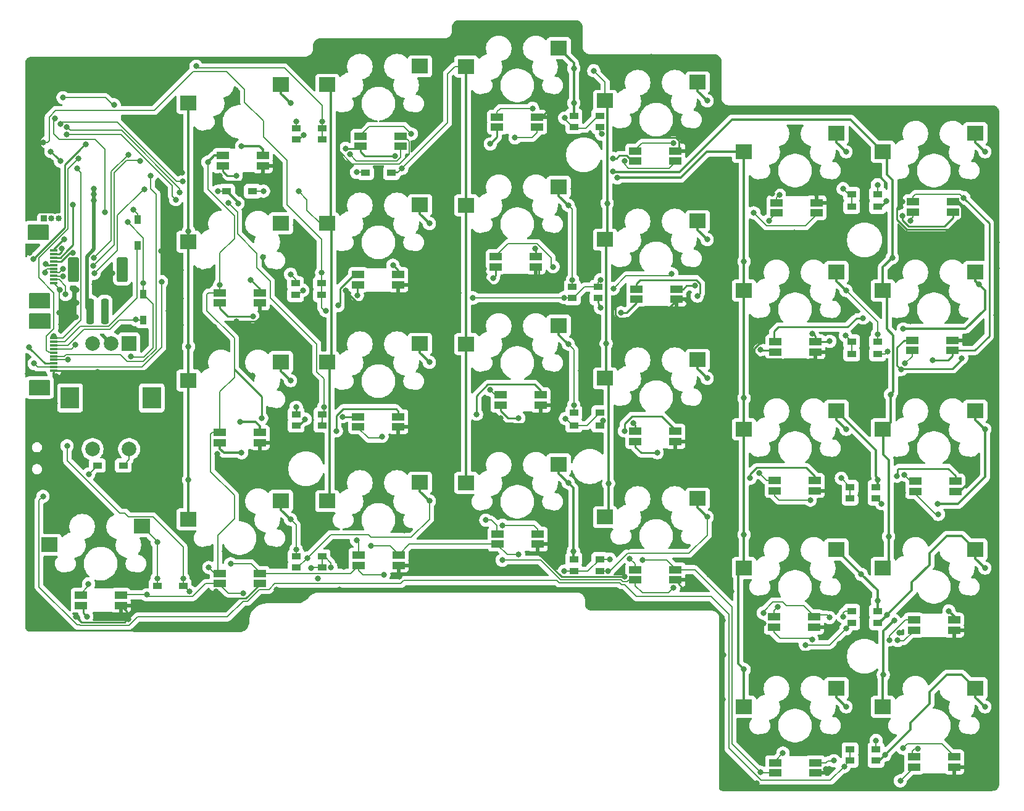
<source format=gbl>
G04 #@! TF.GenerationSoftware,KiCad,Pcbnew,9.0.4*
G04 #@! TF.CreationDate,2025-10-25T01:26:29+09:00*
G04 #@! TF.ProjectId,molak_right,6d6f6c61-6b5f-4726-9967-68742e6b6963,rev?*
G04 #@! TF.SameCoordinates,Original*
G04 #@! TF.FileFunction,Copper,L2,Bot*
G04 #@! TF.FilePolarity,Positive*
%FSLAX46Y46*%
G04 Gerber Fmt 4.6, Leading zero omitted, Abs format (unit mm)*
G04 Created by KiCad (PCBNEW 9.0.4) date 2025-10-25 01:26:29*
%MOMM*%
%LPD*%
G01*
G04 APERTURE LIST*
G04 Aperture macros list*
%AMRoundRect*
0 Rectangle with rounded corners*
0 $1 Rounding radius*
0 $2 $3 $4 $5 $6 $7 $8 $9 X,Y pos of 4 corners*
0 Add a 4 corners polygon primitive as box body*
4,1,4,$2,$3,$4,$5,$6,$7,$8,$9,$2,$3,0*
0 Add four circle primitives for the rounded corners*
1,1,$1+$1,$2,$3*
1,1,$1+$1,$4,$5*
1,1,$1+$1,$6,$7*
1,1,$1+$1,$8,$9*
0 Add four rect primitives between the rounded corners*
20,1,$1+$1,$2,$3,$4,$5,0*
20,1,$1+$1,$4,$5,$6,$7,0*
20,1,$1+$1,$6,$7,$8,$9,0*
20,1,$1+$1,$8,$9,$2,$3,0*%
G04 Aperture macros list end*
G04 #@! TA.AperFunction,Conductor*
%ADD10C,0.200000*%
G04 #@! TD*
G04 #@! TA.AperFunction,ComponentPad*
%ADD11C,0.850000*%
G04 #@! TD*
G04 #@! TA.AperFunction,ComponentPad*
%ADD12R,0.850000X0.850000*%
G04 #@! TD*
G04 #@! TA.AperFunction,SMDPad,CuDef*
%ADD13R,1.300000X1.650000*%
G04 #@! TD*
G04 #@! TA.AperFunction,SMDPad,CuDef*
%ADD14R,1.000000X0.300000*%
G04 #@! TD*
G04 #@! TA.AperFunction,SMDPad,CuDef*
%ADD15R,1.700000X1.000000*%
G04 #@! TD*
G04 #@! TA.AperFunction,SMDPad,CuDef*
%ADD16R,2.300000X2.000000*%
G04 #@! TD*
G04 #@! TA.AperFunction,SMDPad,CuDef*
%ADD17R,1.300000X0.950000*%
G04 #@! TD*
G04 #@! TA.AperFunction,SMDPad,CuDef*
%ADD18R,0.950000X1.300000*%
G04 #@! TD*
G04 #@! TA.AperFunction,ComponentPad*
%ADD19R,2.000000X2.000000*%
G04 #@! TD*
G04 #@! TA.AperFunction,ComponentPad*
%ADD20C,2.000000*%
G04 #@! TD*
G04 #@! TA.AperFunction,ComponentPad*
%ADD21R,2.500000X3.000000*%
G04 #@! TD*
G04 #@! TA.AperFunction,SMDPad,CuDef*
%ADD22RoundRect,0.250000X-0.250000X-1.500000X0.250000X-1.500000X0.250000X1.500000X-0.250000X1.500000X0*%
G04 #@! TD*
G04 #@! TA.AperFunction,SMDPad,CuDef*
%ADD23RoundRect,0.250001X-0.499999X-1.449999X0.499999X-1.449999X0.499999X1.449999X-0.499999X1.449999X0*%
G04 #@! TD*
G04 #@! TA.AperFunction,ViaPad*
%ADD24C,0.800000*%
G04 #@! TD*
G04 #@! TA.AperFunction,Conductor*
%ADD25C,0.250000*%
G04 #@! TD*
G04 #@! TA.AperFunction,Conductor*
%ADD26C,0.350000*%
G04 #@! TD*
G04 #@! TA.AperFunction,Conductor*
%ADD27C,0.500000*%
G04 #@! TD*
G04 APERTURE END LIST*
D10*
X89156250Y-86831250D02*
X91893750Y-86831250D01*
X91893750Y-88768750D01*
X89156250Y-88768750D01*
X89156250Y-86831250D01*
G04 #@! TA.AperFunction,Conductor*
G36*
X89156250Y-86831250D02*
G01*
X91893750Y-86831250D01*
X91893750Y-88768750D01*
X89156250Y-88768750D01*
X89156250Y-86831250D01*
G37*
G04 #@! TD.AperFunction*
X89206250Y-77706250D02*
X91943750Y-77706250D01*
X91943750Y-79643750D01*
X89206250Y-79643750D01*
X89206250Y-77706250D01*
G04 #@! TA.AperFunction,Conductor*
G36*
X89206250Y-77706250D02*
G01*
X91943750Y-77706250D01*
X91943750Y-79643750D01*
X89206250Y-79643750D01*
X89206250Y-77706250D01*
G37*
G04 #@! TD.AperFunction*
X89131250Y-74881250D02*
X91868750Y-74881250D01*
X91868750Y-76818750D01*
X89131250Y-76818750D01*
X89131250Y-74881250D01*
G04 #@! TA.AperFunction,Conductor*
G36*
X89131250Y-74881250D02*
G01*
X91868750Y-74881250D01*
X91868750Y-76818750D01*
X89131250Y-76818750D01*
X89131250Y-74881250D01*
G37*
G04 #@! TD.AperFunction*
X88962500Y-65531250D02*
X91700000Y-65531250D01*
X91700000Y-67468750D01*
X88962500Y-67468750D01*
X88962500Y-65531250D01*
G04 #@! TA.AperFunction,Conductor*
G36*
X88962500Y-65531250D02*
G01*
X91700000Y-65531250D01*
X91700000Y-67468750D01*
X88962500Y-67468750D01*
X88962500Y-65531250D01*
G37*
G04 #@! TD.AperFunction*
D11*
X93125000Y-64575000D03*
X92125000Y-64575000D03*
D12*
X91125000Y-64575000D03*
D13*
X90575000Y-66700000D03*
D14*
X92475000Y-73475000D03*
X92475000Y-72975000D03*
X92475000Y-72475000D03*
X92475000Y-71975000D03*
X92475000Y-71475000D03*
X92475000Y-70975000D03*
X92475000Y-70475000D03*
X92475000Y-69975000D03*
X92475000Y-69475000D03*
X92475000Y-68975000D03*
D13*
X90575000Y-75750000D03*
D15*
X134560000Y-54700000D03*
X134560000Y-53300000D03*
X140060000Y-53300000D03*
X140060000Y-54700000D03*
X153294300Y-52065100D03*
X153294300Y-50665100D03*
X158794300Y-50665100D03*
X158794300Y-52065100D03*
X172250000Y-56700000D03*
X172250000Y-55300000D03*
X177750000Y-55300000D03*
X177750000Y-56700000D03*
X191613600Y-63812600D03*
X191613600Y-62412600D03*
X197113600Y-62412600D03*
X197113600Y-63812600D03*
X210250000Y-82700000D03*
X210250000Y-81300000D03*
X215750000Y-81300000D03*
X215750000Y-82700000D03*
X191449200Y-81506500D03*
X191449200Y-82906500D03*
X196949200Y-82906500D03*
X196949200Y-81506500D03*
X172360000Y-74300000D03*
X172360000Y-75700000D03*
X177860000Y-75700000D03*
X177860000Y-74300000D03*
X153103600Y-69844600D03*
X153103600Y-71244600D03*
X158603600Y-71244600D03*
X158603600Y-69844600D03*
X134250000Y-72300000D03*
X134250000Y-73700000D03*
X139750000Y-73700000D03*
X139750000Y-72300000D03*
X115250000Y-74800000D03*
X115250000Y-76200000D03*
X120750000Y-76200000D03*
X120750000Y-74800000D03*
X115255500Y-93958100D03*
X115255500Y-95358100D03*
X120755500Y-95358100D03*
X120755500Y-93958100D03*
X134250000Y-91800000D03*
X134250000Y-93200000D03*
X139750000Y-93200000D03*
X139750000Y-91800000D03*
X153750000Y-88800000D03*
X153750000Y-90200000D03*
X159250000Y-90200000D03*
X159250000Y-88800000D03*
X172250000Y-93800000D03*
X172250000Y-95200000D03*
X177750000Y-95200000D03*
X177750000Y-93800000D03*
X191363300Y-100554100D03*
X191363300Y-101954100D03*
X196863300Y-101954100D03*
X196863300Y-100554100D03*
X210638200Y-100652200D03*
X210638200Y-102052200D03*
X216138200Y-102052200D03*
X216138200Y-100652200D03*
X210460000Y-119717700D03*
X210460000Y-121117700D03*
X215960000Y-121117700D03*
X215960000Y-119717700D03*
X191250000Y-119300000D03*
X191250000Y-120700000D03*
X196750000Y-120700000D03*
X196750000Y-119300000D03*
X210500000Y-138500000D03*
X210500000Y-139900000D03*
X216000000Y-139900000D03*
X216000000Y-138500000D03*
X191410000Y-139300000D03*
X191410000Y-140700000D03*
X196910000Y-140700000D03*
X196910000Y-139300000D03*
X172250000Y-112800000D03*
X172250000Y-114200000D03*
X177750000Y-114200000D03*
X177750000Y-112800000D03*
X153367200Y-107907200D03*
X153367200Y-109307200D03*
X158867200Y-109307200D03*
X158867200Y-107907200D03*
X134260000Y-110800000D03*
X134260000Y-112200000D03*
X139760000Y-112200000D03*
X139760000Y-110800000D03*
X115210000Y-113300000D03*
X115210000Y-114700000D03*
X120710000Y-114700000D03*
X120710000Y-113300000D03*
X96160000Y-116300000D03*
X96160000Y-117700000D03*
X101660000Y-117700000D03*
X101660000Y-116300000D03*
D16*
X206210000Y-55439700D03*
X218910000Y-52899700D03*
X187160000Y-55439700D03*
X199860000Y-52899700D03*
X168110000Y-48439700D03*
X180810000Y-45899700D03*
X149060000Y-43739700D03*
X161760000Y-41199700D03*
X130010000Y-46239700D03*
X142710000Y-43699700D03*
X110960000Y-48739700D03*
X123660000Y-46199700D03*
X206210000Y-74489700D03*
X218910000Y-71949700D03*
X187160000Y-74489700D03*
X199860000Y-71949700D03*
X168110000Y-67489700D03*
X180810000Y-64949700D03*
X149060000Y-62789700D03*
X161760000Y-60249700D03*
X130010000Y-65289700D03*
X142710000Y-62749700D03*
X110960000Y-67789700D03*
X123660000Y-65249700D03*
X206210000Y-93539700D03*
X218910000Y-90999700D03*
X187160000Y-93539700D03*
X199860000Y-90999700D03*
X168110000Y-86539700D03*
X180810000Y-83999700D03*
X149060000Y-81839700D03*
X161760000Y-79299700D03*
X130010000Y-84339700D03*
X142710000Y-81799700D03*
X110960000Y-86839700D03*
X123660000Y-84299700D03*
X206210000Y-112590000D03*
X218910000Y-110050000D03*
X187160000Y-112590000D03*
X199860000Y-110050000D03*
X168110000Y-105590000D03*
X180810000Y-103050000D03*
X149060000Y-100890000D03*
X161760000Y-98350000D03*
X130010000Y-103390000D03*
X142710000Y-100850000D03*
X110960000Y-105890000D03*
X123660000Y-103350000D03*
X91910000Y-109390000D03*
X104610000Y-106850000D03*
X206210000Y-131640000D03*
X218910000Y-129100000D03*
X187160000Y-131640000D03*
X199860000Y-129100000D03*
D17*
X201910000Y-62994700D03*
X205460000Y-62994700D03*
X201910000Y-61250000D03*
X205460000Y-61250000D03*
X163810000Y-52000000D03*
X167360000Y-52000000D03*
X163810000Y-50500000D03*
X167360000Y-50500000D03*
X125725000Y-53750000D03*
X129275000Y-53750000D03*
X125725000Y-52250000D03*
X129275000Y-52250000D03*
X201910000Y-83202500D03*
X205460000Y-83202500D03*
X163610000Y-75500000D03*
X167160000Y-75500000D03*
X125640800Y-75092400D03*
X129190800Y-75092400D03*
X201725000Y-103000000D03*
X205275000Y-103000000D03*
X163810000Y-93000000D03*
X167360000Y-93000000D03*
X163810000Y-91250000D03*
X167360000Y-91250000D03*
X125725000Y-93000000D03*
X129275000Y-93000000D03*
X125725000Y-91500000D03*
X129275000Y-91500000D03*
X201910000Y-120145000D03*
X205460000Y-120145000D03*
X201910000Y-118495300D03*
X205460000Y-118495300D03*
X163810000Y-112995000D03*
X167360000Y-112995000D03*
X163810000Y-111351900D03*
X167360000Y-111351900D03*
X125725000Y-112500000D03*
X129275000Y-112500000D03*
X125725000Y-111000000D03*
X129275000Y-111000000D03*
X106660000Y-115000000D03*
X110210000Y-115000000D03*
X201725000Y-139000000D03*
X205275000Y-139000000D03*
X201725000Y-137500000D03*
X205275000Y-137500000D03*
X135250000Y-58344700D03*
X138800000Y-58344700D03*
X116185000Y-60844700D03*
X119735000Y-60844700D03*
D18*
X104750000Y-74975000D03*
X104750000Y-78525000D03*
X104000000Y-64725000D03*
X104000000Y-68275000D03*
D17*
X98450000Y-98500000D03*
X102000000Y-98500000D03*
D15*
X115650000Y-55950000D03*
X115650000Y-57350000D03*
X121150000Y-57350000D03*
X121150000Y-55950000D03*
D17*
X163610000Y-74000000D03*
X167160000Y-74000000D03*
X125625000Y-73500000D03*
X129175000Y-73500000D03*
D19*
X102810500Y-81742100D03*
D20*
X97810500Y-81742100D03*
X100310500Y-81742100D03*
D21*
X105910500Y-89242100D03*
X94710500Y-89242100D03*
D20*
X102810500Y-96242100D03*
X97810500Y-96242100D03*
D17*
X201725000Y-101479409D03*
X205275000Y-101479409D03*
X201910000Y-81500000D03*
X205460000Y-81500000D03*
D15*
X210360000Y-63700000D03*
X210360000Y-62300000D03*
X215860000Y-62300000D03*
X215860000Y-63700000D03*
D22*
X97500000Y-77350000D03*
X99500000Y-77350000D03*
D23*
X95150000Y-71600000D03*
X101850000Y-71600000D03*
D14*
X92475000Y-85500000D03*
X92475000Y-85000000D03*
X92475000Y-84500000D03*
X92475000Y-84000000D03*
X92475000Y-83500000D03*
X92475000Y-83000000D03*
X92475000Y-82500000D03*
X92475000Y-82000000D03*
X92475000Y-81500000D03*
X92475000Y-81000000D03*
D13*
X90575000Y-87775000D03*
X90575000Y-78725000D03*
D24*
X98000000Y-62125000D03*
X97975000Y-61300000D03*
X93901176Y-67491228D03*
X93569729Y-68745642D03*
X91349999Y-70816260D03*
X93400000Y-56700000D03*
X95824999Y-56370456D03*
X92075000Y-55400000D03*
X95124000Y-62700000D03*
X91025000Y-54125000D03*
X89645900Y-70168380D03*
X89100000Y-82225000D03*
X220210000Y-55439700D03*
X206695300Y-62195300D03*
X129275000Y-51275000D03*
X112000000Y-43688700D03*
X200750000Y-60500000D03*
X162559998Y-50800000D03*
X201160000Y-55439700D03*
X205460000Y-59960000D03*
X162501000Y-75451992D03*
X167475000Y-73000000D03*
X150000000Y-75500000D03*
X201080000Y-80670000D03*
X129225153Y-72050153D03*
X129775583Y-77250000D03*
X162661706Y-92059222D03*
X116439949Y-62449999D03*
X109216124Y-61997553D03*
X94250000Y-53050000D03*
X129524153Y-90499153D03*
X200497795Y-100252205D03*
X167611001Y-52995315D03*
X182110000Y-48439700D03*
X201147475Y-120907525D03*
X162500000Y-113000000D03*
X200750000Y-119250000D03*
X195598008Y-123124515D03*
X94300000Y-95800000D03*
X127800000Y-112600000D03*
X168750000Y-111351900D03*
X110210000Y-114000000D03*
X130500000Y-112500000D03*
X111105000Y-115800000D03*
X163810000Y-48750000D03*
X163810000Y-44000000D03*
X142710000Y-43699700D03*
X126799265Y-53149265D03*
X124960000Y-48739700D03*
X125725000Y-51250000D03*
X206875000Y-82875000D03*
X209000000Y-79750000D03*
X219356372Y-73636071D03*
X201160000Y-74489700D03*
X205460000Y-80500000D03*
X167475000Y-76850000D03*
X177250000Y-72188000D03*
X169225000Y-74225000D03*
X182110000Y-67489700D03*
X163060000Y-62789700D03*
X163610000Y-73000000D03*
X126640719Y-74450659D03*
X144010000Y-65289700D03*
X124960000Y-72250000D03*
X123660000Y-65249700D03*
X213750000Y-103750000D03*
X206025000Y-103750000D03*
X220210000Y-93539700D03*
X201160000Y-93539700D03*
X205539930Y-100477430D03*
X167804000Y-92325002D03*
X182110000Y-86539700D03*
X163060000Y-81839700D03*
X163810000Y-90250000D03*
X203800000Y-70800000D03*
X166000000Y-106900000D03*
X172200000Y-71100000D03*
X142600000Y-58400000D03*
X101900000Y-79800000D03*
X127500000Y-115800000D03*
X216800000Y-117000000D03*
X219500000Y-69900000D03*
X119700000Y-82200000D03*
X98500000Y-85651000D03*
X206200000Y-87400000D03*
X165000000Y-105200000D03*
X141900000Y-94300000D03*
X167300000Y-103600000D03*
X218000000Y-100750000D03*
X114000000Y-72000000D03*
X99100000Y-89900000D03*
X163300000Y-38200000D03*
X156100000Y-62000000D03*
X152900000Y-47400000D03*
X112800000Y-54800000D03*
X112500000Y-63100000D03*
X105500000Y-85900000D03*
X124500000Y-96800000D03*
X171300000Y-109700000D03*
X102300000Y-50900000D03*
X181000000Y-53800000D03*
X171800000Y-90500000D03*
X137300000Y-40600000D03*
X167400000Y-95800000D03*
X170799998Y-113750000D03*
X179200000Y-97100000D03*
X179750000Y-76500000D03*
X191500000Y-85700000D03*
X128700000Y-114000000D03*
X128400000Y-77700000D03*
X189500000Y-139100000D03*
X108300000Y-74500000D03*
X206300000Y-66200000D03*
X198500000Y-121500000D03*
X194100000Y-93100000D03*
X95250000Y-94650000D03*
X210200000Y-59300000D03*
X165600000Y-95700000D03*
X211700000Y-66900000D03*
X115250000Y-58750000D03*
X167200000Y-89300000D03*
X160000000Y-76800000D03*
X212600000Y-49700000D03*
X214700000Y-112000000D03*
X159600000Y-86000000D03*
X221800000Y-71400000D03*
X210000000Y-78700000D03*
X185900000Y-109800000D03*
X203700000Y-131200000D03*
X120750000Y-96750000D03*
X119600000Y-80500000D03*
X132000000Y-78600000D03*
X100000000Y-100000000D03*
X197300000Y-97500000D03*
X184700000Y-49700000D03*
X152000000Y-91400000D03*
X175100000Y-85500000D03*
X205350000Y-57750000D03*
X145000000Y-50500000D03*
X184400000Y-105600000D03*
X160600000Y-67400000D03*
X190900000Y-78400000D03*
X166900000Y-118000000D03*
X145300000Y-54900000D03*
X219000000Y-61600000D03*
X101400000Y-86700000D03*
X182700000Y-50500000D03*
X189100000Y-70100000D03*
X116400000Y-48150000D03*
X218300000Y-85100000D03*
X216200000Y-59100000D03*
X113800000Y-110100000D03*
X139900000Y-87000000D03*
X170400000Y-95300000D03*
X206600000Y-136300000D03*
X208600000Y-106400000D03*
X108200000Y-105500000D03*
X109400000Y-63600000D03*
X147700000Y-54900000D03*
X132300000Y-112400000D03*
X208800000Y-118600000D03*
X158900000Y-47600000D03*
X165700000Y-50000000D03*
X108500000Y-71000000D03*
X183500000Y-58900000D03*
X178200000Y-70700000D03*
X199300000Y-88900000D03*
X191100000Y-116200000D03*
X188900000Y-106900000D03*
X221600000Y-140000000D03*
X147300000Y-53400000D03*
X179400000Y-54100000D03*
X202900000Y-87500000D03*
X189500000Y-81500000D03*
X150600000Y-53400000D03*
X127100000Y-42800000D03*
X162500000Y-109100000D03*
X118100000Y-60650000D03*
X164600000Y-65200000D03*
X144700000Y-107900000D03*
X127800000Y-67700000D03*
X185575000Y-82325000D03*
X114892733Y-96941349D03*
X127200000Y-109800000D03*
X202200000Y-117000000D03*
X218250000Y-64300000D03*
X131700000Y-72600000D03*
X162200000Y-48400000D03*
X153750000Y-92000000D03*
X95575000Y-76175000D03*
X193900000Y-49700000D03*
X204400000Y-110000000D03*
X93200000Y-77500000D03*
X185700000Y-101800000D03*
X217000000Y-135600000D03*
X150200000Y-110400000D03*
X123500000Y-73000000D03*
X142500000Y-53900000D03*
X91900000Y-111700000D03*
X179100000Y-111600000D03*
X220600000Y-50000000D03*
X112200000Y-113800000D03*
X105700000Y-98100000D03*
X125800000Y-103700000D03*
X135700000Y-95800000D03*
X92600000Y-90000000D03*
X103800000Y-48600000D03*
X169700000Y-97900000D03*
X217750000Y-80750000D03*
X129100000Y-40600000D03*
X91700000Y-118400000D03*
X217800000Y-118600000D03*
X99400000Y-108700000D03*
X181000000Y-92500000D03*
X191000000Y-136600000D03*
X123212834Y-63275000D03*
X145100000Y-67500000D03*
X202500000Y-140700000D03*
X185100000Y-75200000D03*
X188700000Y-121900000D03*
X174900000Y-104200000D03*
X208200000Y-140200000D03*
X209000000Y-102250000D03*
X205500000Y-77000000D03*
X147800000Y-64800000D03*
X93500000Y-99500000D03*
X203685000Y-63150000D03*
X195900000Y-85700000D03*
X155600000Y-76700000D03*
X153000000Y-104700000D03*
X126400000Y-77700000D03*
X188800000Y-61800000D03*
X216400000Y-78400000D03*
X162400000Y-106600000D03*
X184800000Y-138800000D03*
X121000000Y-110800000D03*
X157400000Y-58300000D03*
X89100000Y-115600000D03*
X221200000Y-115000000D03*
X201700000Y-114800000D03*
X186000000Y-87100000D03*
X134300000Y-88200000D03*
X189793975Y-120206025D03*
X96900000Y-102500000D03*
X197400000Y-59400000D03*
X163800000Y-60500000D03*
X160500000Y-56800000D03*
X136900000Y-102300000D03*
X202550000Y-99500000D03*
X121200000Y-69900000D03*
X161250000Y-51050000D03*
X188275000Y-85025000D03*
X109300000Y-98000000D03*
X160300000Y-73100000D03*
X178400000Y-109300000D03*
X88900000Y-85900000D03*
X110600000Y-120700000D03*
X182100000Y-57100000D03*
X124050000Y-78900000D03*
X112200000Y-75700000D03*
X147700000Y-88700000D03*
X194000000Y-130800000D03*
X108200000Y-77300000D03*
X105900000Y-92100000D03*
X89400000Y-120700000D03*
X165200000Y-101600000D03*
X188900000Y-103300000D03*
X123000000Y-115500000D03*
X89100000Y-112300000D03*
X203550000Y-96800000D03*
X203100000Y-102600000D03*
X134100000Y-69000000D03*
X141500000Y-115500000D03*
X185800000Y-96400000D03*
X200500000Y-142800000D03*
X158200000Y-115500000D03*
X95500000Y-113600000D03*
X99000000Y-93700000D03*
X150300000Y-112995000D03*
X114200000Y-63100000D03*
X166900000Y-83800000D03*
X154200000Y-55300000D03*
X195500000Y-88800000D03*
X182225000Y-78975000D03*
X165200000Y-47850000D03*
X204600000Y-105700000D03*
X215400000Y-106500000D03*
X183100000Y-43000000D03*
X191006160Y-61201755D03*
X180950000Y-115250000D03*
X115487872Y-52405326D03*
X129900000Y-106900000D03*
X140200000Y-69000000D03*
X140600000Y-88200000D03*
X198000000Y-65500000D03*
X170700000Y-81900000D03*
X129100000Y-80400000D03*
X147800000Y-107300000D03*
X124600000Y-117000000D03*
X210600000Y-116900000D03*
X144000000Y-88700000D03*
X109300000Y-51800000D03*
X116800000Y-100100000D03*
X139500000Y-88200000D03*
X147900000Y-71600000D03*
X147700000Y-46200000D03*
X185400000Y-65000000D03*
X100500000Y-72100000D03*
X203685000Y-60500000D03*
X199100000Y-125900000D03*
X208500000Y-121500000D03*
X221200000Y-123600000D03*
X140600000Y-78750000D03*
X205100000Y-141100000D03*
X194000000Y-54700000D03*
X177900000Y-79400000D03*
X219300000Y-135600000D03*
X169500000Y-79400000D03*
X221300000Y-142500000D03*
X184300000Y-124500000D03*
X167300000Y-101300000D03*
X109900000Y-79200000D03*
X92200000Y-114800000D03*
X147700000Y-98500000D03*
X112400000Y-71800000D03*
X93700000Y-116600000D03*
X198400000Y-104000000D03*
X212500000Y-108800000D03*
X184250000Y-119750000D03*
X200000000Y-137700000D03*
X143600000Y-71400000D03*
X118400000Y-119000000D03*
X131700000Y-115500000D03*
X95512653Y-119237347D03*
X162400000Y-57100000D03*
X185400000Y-115800000D03*
X115955683Y-110287011D03*
X166800000Y-79400000D03*
X169600000Y-54450000D03*
X183900000Y-56500000D03*
X157800000Y-113000000D03*
X221400000Y-82600000D03*
X121063414Y-77832603D03*
X208909998Y-62300000D03*
X112300000Y-78200000D03*
X114750000Y-115800002D03*
X118300000Y-105200000D03*
X149500000Y-104900000D03*
X164200000Y-79400000D03*
X142500000Y-110400000D03*
X197200000Y-78300000D03*
X210100000Y-97600000D03*
X127100000Y-105300000D03*
X218700000Y-108000000D03*
X221300000Y-110400000D03*
X188900000Y-66800000D03*
X103000000Y-89900000D03*
X102674305Y-119601001D03*
X111000000Y-108300000D03*
X191000000Y-97700000D03*
X109900000Y-71700000D03*
X150800000Y-107400000D03*
X213000000Y-73900000D03*
X93501000Y-79142525D03*
X162200000Y-54300000D03*
X221300000Y-129400000D03*
X217200000Y-137200000D03*
X221200000Y-101600000D03*
X98100000Y-74800000D03*
X166100000Y-115700000D03*
X213600000Y-87000000D03*
X211000000Y-124400000D03*
X102100000Y-113500000D03*
X213000000Y-92900000D03*
X199300000Y-85900000D03*
X117450000Y-46950000D03*
X213200000Y-54800000D03*
X114200000Y-42800000D03*
X116200000Y-81800000D03*
X147300000Y-76000000D03*
X118900000Y-63500000D03*
X147400000Y-78700000D03*
X140600000Y-107400000D03*
X95575000Y-74425000D03*
X194100000Y-66500000D03*
X182100000Y-72300000D03*
X178300000Y-90200000D03*
X139200299Y-75849000D03*
X218900000Y-120900000D03*
X112500000Y-81500000D03*
X132500000Y-74500000D03*
X146200000Y-43400000D03*
X167000000Y-65100000D03*
X199800000Y-117900000D03*
X102500000Y-102300000D03*
X185900000Y-58600000D03*
X132500000Y-109900000D03*
X168000000Y-109500000D03*
X151400000Y-76800000D03*
X216700000Y-142700000D03*
X203950000Y-55350000D03*
X202100000Y-91200000D03*
X94400000Y-120800000D03*
X151500000Y-71500000D03*
X185600000Y-68800000D03*
X202000000Y-72500000D03*
X156300000Y-38200000D03*
X194000000Y-73800000D03*
X155900000Y-43300000D03*
X109800000Y-84200000D03*
X114500000Y-79500000D03*
X221000000Y-89300000D03*
X160250000Y-49750000D03*
X111500000Y-117900000D03*
X113000000Y-73500000D03*
X188888343Y-142111657D03*
X92800000Y-86275000D03*
X146400000Y-104700000D03*
X93319375Y-74400000D03*
X124700000Y-107900000D03*
X221400000Y-95700000D03*
X181000000Y-117950000D03*
X176300000Y-117800000D03*
X174400000Y-42400000D03*
X143600000Y-69900000D03*
X221500000Y-63800000D03*
X128400000Y-88400000D03*
X183400000Y-88800000D03*
X140300000Y-60700000D03*
X128900000Y-96600000D03*
X147700000Y-68350000D03*
X215100000Y-66800000D03*
X89075000Y-62200000D03*
X217700000Y-123400000D03*
X160900000Y-109200000D03*
X109800000Y-44200000D03*
X125700000Y-65500000D03*
X169700000Y-115700000D03*
X150400000Y-54700000D03*
X208700000Y-66300000D03*
X179900000Y-59500000D03*
X201400000Y-133800000D03*
X105400000Y-117800000D03*
X162700000Y-45800000D03*
X150300000Y-93200000D03*
X174800000Y-79600000D03*
X203700000Y-120500000D03*
X116400000Y-53500000D03*
X221300000Y-53200000D03*
X165500000Y-91600000D03*
X130900000Y-109800000D03*
X221752292Y-77855646D03*
X217700000Y-104900000D03*
X165000000Y-109100000D03*
X121200000Y-42800000D03*
X196800000Y-117200000D03*
X134100000Y-106900000D03*
X202150000Y-53200000D03*
X182400000Y-113500000D03*
X188500000Y-118200000D03*
X123700000Y-112125000D03*
X98093099Y-73611887D03*
X165600000Y-72000000D03*
X96450000Y-98050000D03*
X147700000Y-94400000D03*
X156100000Y-99900000D03*
X221300000Y-133800000D03*
X170200000Y-100800000D03*
X137000000Y-83500000D03*
X149200000Y-38200000D03*
X216500000Y-97600000D03*
X109700000Y-88800000D03*
X204600000Y-49700000D03*
X115900000Y-117900000D03*
X161600000Y-111700000D03*
X200900000Y-66200000D03*
X137000000Y-64600000D03*
X151500000Y-74500000D03*
X147700000Y-50400000D03*
X221300000Y-57900000D03*
X211850000Y-105300000D03*
X148000000Y-74800000D03*
X150300000Y-86800000D03*
X144900000Y-61700000D03*
X198400000Y-69000000D03*
X170000000Y-76000000D03*
X169900000Y-72000000D03*
X182200000Y-109700000D03*
X147800000Y-60700000D03*
X218300000Y-139500000D03*
X166700000Y-42800000D03*
X123600000Y-101400000D03*
X167100000Y-60500000D03*
X150400000Y-115500000D03*
X202150000Y-95550000D03*
X155600000Y-81200000D03*
X108250000Y-49250000D03*
X102100000Y-44300000D03*
X142400000Y-75900000D03*
X93300000Y-101400000D03*
X161700000Y-95000000D03*
X203600000Y-135900000D03*
X127100000Y-82150000D03*
X107200000Y-69100000D03*
X202050000Y-77550000D03*
X175100000Y-66600000D03*
X204000000Y-93300000D03*
X166100000Y-46200000D03*
X165400000Y-111600000D03*
X165100000Y-89200000D03*
X197300000Y-135800000D03*
X89200000Y-105000000D03*
X116900000Y-120700000D03*
X144000000Y-51700000D03*
X221500000Y-136600000D03*
X89150000Y-69300000D03*
X145400000Y-40600000D03*
X92500000Y-104300000D03*
X104400000Y-104200000D03*
X127200000Y-89900000D03*
X105100000Y-81700000D03*
X209500000Y-87400000D03*
X150900000Y-50400000D03*
X132600000Y-94300000D03*
X184250000Y-130650000D03*
X203600000Y-139400000D03*
X203600000Y-137700000D03*
X139904975Y-113744975D03*
X132000000Y-53750000D03*
X213200000Y-126700000D03*
X159200000Y-104700000D03*
X105200000Y-51800000D03*
X198300000Y-118000000D03*
X164800000Y-85500000D03*
X131500000Y-95700000D03*
X101900000Y-75300000D03*
X109450000Y-103650000D03*
X117500000Y-78750000D03*
X126900000Y-71600000D03*
X202400000Y-80000000D03*
X183950000Y-114600000D03*
X171400000Y-60100000D03*
X159600000Y-54200000D03*
X219550000Y-66800000D03*
X200250000Y-123000000D03*
X94500000Y-92150000D03*
X102900000Y-93500000D03*
X186900000Y-136500000D03*
X119650000Y-67250000D03*
X158000000Y-74226000D03*
X119700000Y-86200000D03*
X110048008Y-58298008D03*
X147500000Y-58200000D03*
X189400000Y-88900000D03*
X104800000Y-120600000D03*
X194200000Y-111800000D03*
X191200000Y-59100000D03*
X221800000Y-67900000D03*
X101900000Y-48000000D03*
X95525000Y-78125000D03*
X214700000Y-124300000D03*
X219900000Y-133800000D03*
X187300000Y-133900000D03*
X142500000Y-112970000D03*
X89200000Y-92400000D03*
X159232951Y-91792355D03*
X112250000Y-59000000D03*
X108100000Y-82900000D03*
X203900000Y-116200000D03*
X109900000Y-75600000D03*
X150300000Y-95900000D03*
X170900000Y-117900000D03*
X198360000Y-140212050D03*
X182900000Y-62500000D03*
X144400000Y-74700000D03*
X123200000Y-59200000D03*
X128400000Y-87000000D03*
X218700000Y-127000000D03*
X109100000Y-54700000D03*
X152300000Y-67700000D03*
X89800000Y-84500000D03*
X107250000Y-73250000D03*
X94100000Y-75025000D03*
X98002041Y-70002041D03*
X102675999Y-55834051D03*
X93750000Y-71500000D03*
X93739925Y-72499974D03*
X97863528Y-71130504D03*
X104356462Y-56663513D03*
X144010000Y-84339700D03*
X126949919Y-92146669D03*
X125725000Y-90500000D03*
X124960000Y-86839700D03*
X206791150Y-119041150D03*
X220210000Y-112590000D03*
X205460000Y-117100000D03*
X203255000Y-113445000D03*
X168500000Y-112995000D03*
X182110000Y-105590000D03*
X163060000Y-100890000D03*
X163750000Y-110250000D03*
X144010000Y-103390000D03*
X127226000Y-111226000D03*
X124960000Y-105890000D03*
X125725000Y-110000000D03*
X106660000Y-114000000D03*
X106660000Y-109000000D03*
X220210000Y-131640000D03*
X206492268Y-138242268D03*
X201160000Y-131640000D03*
X205275000Y-136250000D03*
X207500000Y-70000000D03*
X206210000Y-55439700D03*
X109750000Y-61000000D03*
X94279986Y-52050449D03*
X207250000Y-88750000D03*
X206261000Y-127250000D03*
X207750000Y-119750000D03*
X169195298Y-58167947D03*
X207000000Y-108250000D03*
X134000000Y-58250000D03*
X187160000Y-89250000D03*
X110185000Y-59500000D03*
X115000000Y-60844700D03*
X93375000Y-51625000D03*
X187160000Y-70500000D03*
X187160000Y-108000000D03*
X187160000Y-55439700D03*
X117750000Y-62500000D03*
X169750000Y-59000000D03*
X187160000Y-126500000D03*
X168110000Y-48439700D03*
X168386000Y-62500000D03*
X166550000Y-44313050D03*
X102602488Y-65092439D03*
X168250000Y-81750000D03*
X103075000Y-83550000D03*
X104776000Y-73500000D03*
X168579000Y-101000000D03*
X149060000Y-43739700D03*
X149060000Y-81839700D03*
X149060000Y-100890000D03*
X149060000Y-62789700D03*
X140228933Y-57718311D03*
X130010000Y-65289700D03*
X130010000Y-46239700D03*
X130010000Y-103390000D03*
X126044700Y-60844700D03*
X130010000Y-84339700D03*
X121250000Y-60844700D03*
X110960000Y-100500000D03*
X103701000Y-78479718D03*
X110960000Y-66350000D03*
X110960000Y-48739700D03*
X110960000Y-82210000D03*
X91910000Y-109390000D03*
X151750000Y-106000000D03*
X132500000Y-54975000D03*
X115250000Y-73699998D03*
X191750000Y-117950000D03*
X113750000Y-112500000D03*
X209179400Y-99800000D03*
X189226000Y-99518100D03*
X172000000Y-92700000D03*
X207137589Y-122449000D03*
X190573538Y-64881703D03*
X209250000Y-84500000D03*
X171500000Y-111271000D03*
X169160999Y-56336078D03*
X131476306Y-76549000D03*
X211024027Y-137399998D03*
X180750000Y-75250000D03*
X97250000Y-114750000D03*
X132102812Y-91801171D03*
X210000000Y-64951000D03*
X121000000Y-92000000D03*
X134000000Y-108750000D03*
X160975000Y-71220500D03*
X192500000Y-137990000D03*
X152350000Y-54350000D03*
X203500000Y-78250000D03*
X139250000Y-56000000D03*
X152330789Y-88110263D03*
X113611618Y-56861618D03*
X118250000Y-54640000D03*
X133067204Y-55798580D03*
X117500000Y-58750000D03*
X155750000Y-53500000D03*
X141510002Y-52975000D03*
X170750000Y-56700000D03*
X158154028Y-49474999D03*
X177500000Y-54199998D03*
X188500000Y-63812600D03*
X192000000Y-61312598D03*
X208856813Y-64251000D03*
X208856813Y-64251000D03*
X213000000Y-84010000D03*
X217306870Y-61738783D03*
X196500000Y-80406498D03*
X198930210Y-81447560D03*
X208691137Y-85329263D03*
X217000000Y-83750000D03*
X180420350Y-73829650D03*
X189394143Y-82604443D03*
X92475000Y-80749998D03*
X95653912Y-57675000D03*
X97275000Y-99675000D03*
X200891025Y-139833975D03*
X91000000Y-102750000D03*
X158500000Y-68744598D03*
X170250000Y-77526000D03*
X139000000Y-71020700D03*
X152750000Y-72750000D03*
X134120000Y-75130000D03*
X119500000Y-73000000D03*
X119775000Y-78025000D03*
X118000000Y-92500000D03*
X131250000Y-93750000D03*
X118250000Y-96750000D03*
X150474000Y-91474000D03*
X137500000Y-94510000D03*
X156250000Y-92000000D03*
X170750000Y-93750000D03*
X175250000Y-96750000D03*
X188000000Y-100243100D03*
X196250000Y-103250000D03*
X208158285Y-99950000D03*
X215261427Y-118482492D03*
X213824000Y-105216400D03*
X189799998Y-118750000D03*
X208250000Y-122500000D03*
X198869975Y-119380025D03*
X208950000Y-137300000D03*
X196500000Y-122424515D03*
X208599500Y-141800500D03*
X199515500Y-139025550D03*
X173250000Y-111490000D03*
X189379000Y-140621000D03*
X177500000Y-115300002D03*
X154029633Y-106698165D03*
X154000000Y-111500000D03*
X156250000Y-110750000D03*
X136000000Y-109490000D03*
X116750000Y-111990000D03*
X137750000Y-113510000D03*
X105250000Y-116250000D03*
X118500000Y-116010000D03*
X95468052Y-81968052D03*
X97000000Y-119250000D03*
X103400000Y-63400000D03*
X98000000Y-60500000D03*
X99500000Y-78500000D03*
X96898372Y-54450000D03*
X105745886Y-58764164D03*
X94426054Y-84000000D03*
X98018585Y-72118412D03*
X104950000Y-60550000D03*
X91250000Y-72000000D03*
X100750000Y-49000000D03*
X93750000Y-48000000D03*
X99500000Y-63750000D03*
X92649293Y-50849293D03*
X95060933Y-69300002D03*
D25*
X89645900Y-70167950D02*
X89645900Y-70168380D01*
X89973000Y-69840850D02*
X89645900Y-70167950D01*
X93998000Y-57170735D02*
X93998000Y-65802000D01*
X95918735Y-55250000D02*
X93998000Y-57170735D01*
X95918735Y-55231265D02*
X95918735Y-55250000D01*
X96700000Y-54450000D02*
X95918735Y-55231265D01*
X93998000Y-65802000D02*
X89973000Y-69826999D01*
X89973000Y-69826999D02*
X89973000Y-69840850D01*
X96898372Y-54450000D02*
X96700000Y-54450000D01*
X92500000Y-85475000D02*
X92475000Y-85500000D01*
X98324000Y-85475000D02*
X92500000Y-85475000D01*
X98500000Y-85651000D02*
X98324000Y-85475000D01*
D10*
X107300000Y-73300000D02*
X107250000Y-73250000D01*
X107300000Y-82267100D02*
X107300000Y-73300000D01*
X104616100Y-84951000D02*
X107300000Y-82267100D01*
X92524000Y-84951000D02*
X104616100Y-84951000D01*
X92475000Y-85000000D02*
X92524000Y-84951000D01*
X129175000Y-67425000D02*
X129175000Y-73500000D01*
X124500000Y-62750000D02*
X129175000Y-67425000D01*
X124500000Y-56650000D02*
X124500000Y-62750000D01*
X121259000Y-53409000D02*
X124500000Y-56650000D01*
X121259000Y-51223173D02*
X121259000Y-53409000D01*
X118649000Y-48613173D02*
X121259000Y-51223173D01*
X118649000Y-46850991D02*
X118649000Y-48613173D01*
X116186709Y-44388700D02*
X118649000Y-46850991D01*
X111611300Y-44388700D02*
X116186709Y-44388700D01*
X106250000Y-49750000D02*
X111611300Y-44388700D01*
X92758636Y-49750000D02*
X106250000Y-49750000D01*
X91849000Y-53876000D02*
X91849000Y-50659636D01*
X91600000Y-54125000D02*
X91849000Y-53876000D01*
X91025000Y-54125000D02*
X91600000Y-54125000D01*
X91849000Y-50659636D02*
X92758636Y-49750000D01*
X109317100Y-59500000D02*
X110185000Y-59500000D01*
X93650551Y-51349449D02*
X101166549Y-51349449D01*
X93400000Y-51650000D02*
X93400000Y-51600000D01*
X101166549Y-51349449D02*
X109317100Y-59500000D01*
X93375000Y-51625000D02*
X93400000Y-51650000D01*
X93400000Y-51600000D02*
X93650551Y-51349449D01*
X92649293Y-50850707D02*
X92649293Y-50849293D01*
X93251000Y-53751000D02*
X92500000Y-53000000D01*
X94541364Y-53750000D02*
X94540364Y-53751000D01*
X94540364Y-53751000D02*
X93251000Y-53751000D01*
X98150000Y-53750000D02*
X94541364Y-53750000D01*
X92500000Y-53000000D02*
X92500000Y-51000000D01*
X99500000Y-55100000D02*
X98150000Y-53750000D01*
X92500000Y-51000000D02*
X92649293Y-50850707D01*
X99500000Y-63750000D02*
X99500000Y-55100000D01*
D25*
X92725000Y-56050000D02*
X92075000Y-55400000D01*
X92750000Y-56050000D02*
X92725000Y-56050000D01*
X93400000Y-56700000D02*
X92750000Y-56050000D01*
X93784640Y-67465360D02*
X92475000Y-68775000D01*
X93875308Y-67465360D02*
X93784640Y-67465360D01*
X93901176Y-67491228D02*
X93875308Y-67465360D01*
X92475000Y-68775000D02*
X92475000Y-68975000D01*
X93227866Y-69475000D02*
X92475000Y-69475000D01*
X93575000Y-69127866D02*
X93227866Y-69475000D01*
X93569729Y-68745642D02*
X93575000Y-68750913D01*
X93575000Y-68750913D02*
X93575000Y-69127866D01*
X93365676Y-69975000D02*
X92475000Y-69975000D01*
X94334933Y-69005743D02*
X93365676Y-69975000D01*
X94334933Y-68999282D02*
X94334933Y-69005743D01*
X94766674Y-68574002D02*
X94760213Y-68574002D01*
X95124000Y-68216676D02*
X94766674Y-68574002D01*
X94760213Y-68574002D02*
X94334933Y-68999282D01*
X95124000Y-62700000D02*
X95124000Y-68216676D01*
D10*
X94424000Y-65978454D02*
X94388727Y-66013727D01*
X94424000Y-57771455D02*
X94424000Y-65978454D01*
X95824999Y-56370456D02*
X94424000Y-57771455D01*
X90399000Y-70003454D02*
X94388727Y-66013727D01*
X90399000Y-72699000D02*
X90399000Y-70003454D01*
X92500000Y-74800000D02*
X90399000Y-72699000D01*
X92500000Y-77208636D02*
X92500000Y-74800000D01*
X92499000Y-77209636D02*
X92500000Y-77208636D01*
X92500000Y-77791364D02*
X92499000Y-77790364D01*
X92500000Y-79700000D02*
X92500000Y-77791364D01*
X91475000Y-80725000D02*
X92500000Y-79700000D01*
X91475000Y-82675000D02*
X91475000Y-80725000D01*
X92499000Y-77790364D02*
X92499000Y-77209636D01*
X91751000Y-82951000D02*
X91475000Y-82675000D01*
X92426000Y-82951000D02*
X91751000Y-82951000D01*
X92475000Y-83000000D02*
X92426000Y-82951000D01*
D25*
X93503486Y-70475000D02*
X92475000Y-70475000D01*
X94678484Y-69300002D02*
X93503486Y-70475000D01*
X95060933Y-69300002D02*
X94678484Y-69300002D01*
X91508739Y-70975000D02*
X91349999Y-70816260D01*
X92475000Y-70975000D02*
X91508739Y-70975000D01*
X92523280Y-70976720D02*
X92500000Y-71000000D01*
D10*
X130500000Y-111875000D02*
X130500000Y-112500000D01*
X129625000Y-111000000D02*
X130500000Y-111875000D01*
X129275000Y-111000000D02*
X129625000Y-111000000D01*
D25*
X158867200Y-110514746D02*
X158867200Y-109307200D01*
X169954000Y-113796000D02*
X162148454Y-113796000D01*
X170000000Y-113750000D02*
X169954000Y-113796000D01*
X170799998Y-113750000D02*
X170000000Y-113750000D01*
X162148454Y-113796000D02*
X158867200Y-110514746D01*
D10*
X185489227Y-136731227D02*
X185489227Y-117889227D01*
X185489227Y-117889227D02*
X180400000Y-112800000D01*
X180400000Y-112800000D02*
X177750000Y-112800000D01*
X189379000Y-140621000D02*
X185489227Y-136731227D01*
X93220013Y-77479987D02*
X93200000Y-77500000D01*
X93220013Y-74499362D02*
X93220013Y-77479987D01*
X93319375Y-74400000D02*
X93220013Y-74499362D01*
X93025000Y-74025000D02*
X92500000Y-73500000D01*
X93070013Y-74400000D02*
X93025000Y-74354987D01*
X93319375Y-74400000D02*
X93070013Y-74400000D01*
X93025000Y-74354987D02*
X93025000Y-74025000D01*
X92506555Y-72993445D02*
X92500000Y-73000000D01*
X93243445Y-72993445D02*
X92506555Y-72993445D01*
X94100000Y-73850000D02*
X93243445Y-72993445D01*
X94100000Y-75025000D02*
X93885633Y-75239367D01*
X94100000Y-75025000D02*
X94100000Y-73850000D01*
X96201000Y-78549000D02*
X93750000Y-81000000D01*
X93750000Y-81000000D02*
X92475000Y-81000000D01*
X95653912Y-57778912D02*
X96201000Y-58326000D01*
X96201000Y-58326000D02*
X96201000Y-78549000D01*
X95653912Y-57675000D02*
X95653912Y-57778912D01*
D25*
X92800000Y-86275000D02*
X92485003Y-85960003D01*
X92485003Y-85510003D02*
X92475000Y-85500000D01*
X92485003Y-85960003D02*
X92485003Y-85510003D01*
X89100000Y-82350000D02*
X89100000Y-82225000D01*
X89350000Y-82600000D02*
X89100000Y-82350000D01*
X91250000Y-84500000D02*
X92475000Y-84500000D01*
X89350000Y-82600000D02*
X91250000Y-84500000D01*
D10*
X92475000Y-80749998D02*
X92475000Y-81000000D01*
D25*
X206695300Y-62195300D02*
X205895900Y-62994700D01*
D26*
X218910000Y-52899700D02*
X218910000Y-54139700D01*
D10*
X205895900Y-62994700D02*
X205460000Y-62994700D01*
D26*
X218910000Y-54139700D02*
X220210000Y-55439700D01*
D10*
X112400000Y-43900000D02*
X124112300Y-43900000D01*
X162559998Y-50800000D02*
X162559998Y-50900500D01*
X112188700Y-43688700D02*
X112400000Y-43900000D01*
X201910000Y-61250000D02*
X201500000Y-61250000D01*
X129275000Y-49062700D02*
X129275000Y-52250000D01*
X164010000Y-52200000D02*
X165433000Y-52200000D01*
X201500000Y-61250000D02*
X200750000Y-60500000D01*
X167133000Y-50500000D02*
X167360000Y-50500000D01*
X163810000Y-52000000D02*
X164010000Y-52200000D01*
X124112300Y-43900000D02*
X129275000Y-49062700D01*
X201910000Y-62994700D02*
X201910000Y-61250000D01*
X163659498Y-52000000D02*
X163810000Y-52000000D01*
X162559998Y-50900500D02*
X163659498Y-52000000D01*
X112000000Y-43688700D02*
X112188700Y-43688700D01*
X129275000Y-52250000D02*
X129275000Y-53750000D01*
X165433000Y-52200000D02*
X167133000Y-50500000D01*
D26*
X199860000Y-52899700D02*
X199860000Y-54139700D01*
X199860000Y-54139700D02*
X201160000Y-55439700D01*
D10*
X205460000Y-61250000D02*
X205460000Y-59960000D01*
X129190800Y-76809200D02*
X129190800Y-75092400D01*
X129585783Y-77060200D02*
X129441800Y-77060200D01*
X129441800Y-77060200D02*
X129190800Y-76809200D01*
X129175000Y-73500000D02*
X129175000Y-75076600D01*
X162501000Y-75451992D02*
X162549008Y-75500000D01*
X129175000Y-75076600D02*
X129190800Y-75092400D01*
X163610000Y-75500000D02*
X150000000Y-75500000D01*
X165285000Y-74000000D02*
X167160000Y-74000000D01*
X162549008Y-75500000D02*
X163610000Y-75500000D01*
X201910000Y-81500000D02*
X201910000Y-83202500D01*
X163610000Y-75500000D02*
X163785000Y-75500000D01*
X129775583Y-77250000D02*
X129585783Y-77060200D01*
X201910000Y-81500000D02*
X201080000Y-80670000D01*
X163785000Y-75500000D02*
X165285000Y-74000000D01*
X167475000Y-73000000D02*
X167160000Y-73315000D01*
X167160000Y-73315000D02*
X167160000Y-74000000D01*
X129275000Y-91500000D02*
X129524153Y-91250847D01*
X117672000Y-63682050D02*
X116439949Y-62449999D01*
X101732900Y-53050000D02*
X94500000Y-53050000D01*
X108750000Y-61531429D02*
X108750000Y-60067100D01*
X129275000Y-91500000D02*
X129275000Y-92475000D01*
X94500000Y-53050000D02*
X94500000Y-53250000D01*
X120361000Y-69375173D02*
X117672000Y-66686173D01*
X94500000Y-53250000D02*
X94250000Y-53250000D01*
X129250000Y-92500000D02*
X129275000Y-92525000D01*
X165610000Y-93000000D02*
X167360000Y-91250000D01*
X117672000Y-66686173D02*
X117672000Y-63682050D01*
X163702270Y-93000000D02*
X163810000Y-93000000D01*
X129275000Y-92475000D02*
X129250000Y-92500000D01*
X201725000Y-101479409D02*
X200497795Y-100252205D01*
X129524153Y-86605853D02*
X128559000Y-85640700D01*
X162761492Y-92059222D02*
X163702270Y-93000000D01*
X122201000Y-75451000D02*
X122201000Y-73204227D01*
X129524153Y-91250847D02*
X129524153Y-86605853D01*
X108750000Y-60067100D02*
X101732900Y-53050000D01*
X128559000Y-85250000D02*
X128559000Y-81809000D01*
X129275000Y-92525000D02*
X129275000Y-93000000D01*
X163810000Y-93000000D02*
X165610000Y-93000000D01*
X128559000Y-81809000D02*
X122201000Y-75451000D01*
X129524153Y-90499153D02*
X129524153Y-91250847D01*
X122201000Y-73204227D02*
X120361000Y-71364227D01*
X162661706Y-92059222D02*
X162761492Y-92059222D01*
X201725000Y-101479409D02*
X201725000Y-103000000D01*
X109216124Y-61997553D02*
X108750000Y-61531429D01*
X128559000Y-85640700D02*
X128559000Y-85250000D01*
X120361000Y-71364227D02*
X120361000Y-69375173D01*
X167360000Y-52744314D02*
X167360000Y-52000000D01*
D26*
X180810000Y-45899700D02*
X180810000Y-47139700D01*
X180810000Y-47139700D02*
X182110000Y-48439700D01*
D10*
X167611001Y-52995315D02*
X167360000Y-52744314D01*
X110210000Y-109698000D02*
X110210000Y-114000000D01*
X198930485Y-123124515D02*
X201910000Y-120145000D01*
X165716900Y-112995000D02*
X167360000Y-111351900D01*
X127900000Y-112500000D02*
X129275000Y-112500000D01*
X195598008Y-123124515D02*
X198930485Y-123124515D01*
X102216709Y-105039000D02*
X102726709Y-105549000D01*
X200750000Y-118750000D02*
X201004700Y-118495300D01*
X167360000Y-111351900D02*
X168750000Y-111351900D01*
X201004700Y-118495300D02*
X201910000Y-118495300D01*
X106061000Y-105549000D02*
X110210000Y-109698000D01*
X102726709Y-105549000D02*
X106061000Y-105549000D01*
X200750000Y-119250000D02*
X200750000Y-118750000D01*
X94350000Y-97850000D02*
X101539000Y-105039000D01*
X110305000Y-115000000D02*
X110210000Y-115000000D01*
X94350000Y-95850000D02*
X94350000Y-97850000D01*
X162500000Y-113000000D02*
X163053306Y-113000000D01*
X110210000Y-114000000D02*
X110210000Y-115000000D01*
X101539000Y-105039000D02*
X102216709Y-105039000D01*
X94300000Y-95800000D02*
X94350000Y-95850000D01*
X111105000Y-115800000D02*
X110305000Y-115000000D01*
X163053306Y-113000000D02*
X163058306Y-112995000D01*
X127800000Y-112600000D02*
X127900000Y-112500000D01*
X163058306Y-112995000D02*
X163810000Y-112995000D01*
X163810000Y-112995000D02*
X165716900Y-112995000D01*
X201147475Y-120907525D02*
X201910000Y-120145000D01*
X129275000Y-111000000D02*
X129275000Y-112500000D01*
D26*
X163810000Y-43249700D02*
X163810000Y-44000000D01*
X163810000Y-44000000D02*
X163810000Y-48750000D01*
X163810000Y-48750000D02*
X163810000Y-50696100D01*
X161760000Y-41199700D02*
X163810000Y-43249700D01*
D10*
X126198530Y-53750000D02*
X126799265Y-53149265D01*
X125725000Y-53750000D02*
X126198530Y-53750000D01*
D26*
X123660000Y-46199700D02*
X123660000Y-47439700D01*
X123660000Y-47439700D02*
X124960000Y-48739700D01*
D10*
X125725000Y-52250000D02*
X125725000Y-51250000D01*
D26*
X209000000Y-79917000D02*
X209000000Y-79750000D01*
D10*
X206875000Y-82875000D02*
X206547500Y-83202500D01*
D26*
X220210000Y-77095658D02*
X217555658Y-79750000D01*
X209167000Y-79750000D02*
X209000000Y-79917000D01*
X219356372Y-73636071D02*
X220210000Y-74489699D01*
X220210000Y-74489699D02*
X220210000Y-77095658D01*
X219356372Y-73636071D02*
X218910000Y-73189700D01*
D10*
X206547500Y-83202500D02*
X205460000Y-83202500D01*
D26*
X218910000Y-73189700D02*
X218910000Y-71949700D01*
X217555658Y-79750000D02*
X209167000Y-79750000D01*
D10*
X205460000Y-81500000D02*
X205460000Y-80500000D01*
D26*
X199860000Y-71949700D02*
X199860000Y-73189700D01*
D10*
X205460000Y-78789700D02*
X201160000Y-74489700D01*
X205460000Y-80500000D02*
X205460000Y-78789700D01*
D26*
X199860000Y-73189700D02*
X201160000Y-74489700D01*
D25*
X167475000Y-76850000D02*
X167212500Y-76587500D01*
D10*
X176967300Y-72470700D02*
X177250000Y-72188000D01*
D26*
X180810000Y-66189700D02*
X182110000Y-67489700D01*
X180810000Y-64949700D02*
X180810000Y-66189700D01*
D25*
X167212500Y-76587500D02*
X167212500Y-76237500D01*
D10*
X170979300Y-72470700D02*
X176967300Y-72470700D01*
D25*
X167212500Y-76237500D02*
X167160000Y-76185000D01*
X167160000Y-76185000D02*
X167160000Y-75500000D01*
D10*
X169225000Y-74225000D02*
X170979300Y-72470700D01*
X163610000Y-63339700D02*
X163060000Y-62789700D01*
X163610000Y-74000000D02*
X163610000Y-73000000D01*
D26*
X161760000Y-61489700D02*
X163060000Y-62789700D01*
D10*
X163610000Y-73000000D02*
X163610000Y-63339700D01*
D26*
X161760000Y-60249700D02*
X161760000Y-61489700D01*
X142710000Y-62749700D02*
X142710000Y-63989700D01*
D10*
X125998978Y-75092400D02*
X126640719Y-74450659D01*
D26*
X142710000Y-63989700D02*
X144010000Y-65289700D01*
D10*
X125640800Y-75092400D02*
X125998978Y-75092400D01*
X125625000Y-72915000D02*
X124960000Y-72250000D01*
X125625000Y-73500000D02*
X125625000Y-72915000D01*
D26*
X213750000Y-103750000D02*
X216542400Y-103750000D01*
D10*
X206025000Y-103750000D02*
X205275000Y-103000000D01*
D26*
X218910000Y-90999700D02*
X218910000Y-92239700D01*
X216542400Y-103750000D02*
X220210000Y-100082400D01*
X218910000Y-92239700D02*
X220210000Y-93539700D01*
X220210000Y-100082400D02*
X220210000Y-93539700D01*
X205275000Y-100000000D02*
X205275000Y-96414700D01*
X199860000Y-90999700D02*
X199860000Y-92239700D01*
X205539930Y-100264930D02*
X205275000Y-100000000D01*
X205539930Y-101214479D02*
X205275000Y-101479409D01*
X205275000Y-96414700D02*
X199860000Y-90999700D01*
X199860000Y-92239700D02*
X201160000Y-93539700D01*
X205539930Y-100477430D02*
X205539930Y-101214479D01*
X205539930Y-100477430D02*
X205539930Y-100264930D01*
X180810000Y-83999700D02*
X180810000Y-85239700D01*
D10*
X167360000Y-92874000D02*
X167360000Y-93000000D01*
X167804000Y-92325002D02*
X167500000Y-92629002D01*
X167500000Y-92629002D02*
X167500000Y-92734000D01*
X167500000Y-92734000D02*
X167360000Y-92874000D01*
D26*
X180810000Y-85239700D02*
X182110000Y-86539700D01*
X161760000Y-80539700D02*
X162610150Y-81389850D01*
D10*
X163810000Y-82589700D02*
X162610150Y-81389850D01*
X163810000Y-91250000D02*
X163810000Y-90250000D01*
D26*
X161760000Y-79299700D02*
X161760000Y-80539700D01*
X162610150Y-81389850D02*
X163060000Y-81839700D01*
D10*
X163810000Y-90250000D02*
X163810000Y-82589700D01*
X197872050Y-140700000D02*
X198360000Y-140212050D01*
D25*
X102175303Y-120000000D02*
X96275306Y-120000000D01*
X191500000Y-124000000D02*
X199250000Y-124000000D01*
X170000000Y-76000000D02*
X169524000Y-76476000D01*
X177860000Y-75863044D02*
X177860000Y-75700000D01*
X159020075Y-71661075D02*
X158603600Y-71244600D01*
X178950000Y-75700000D02*
X179750000Y-76500000D01*
X195900000Y-85700000D02*
X196100000Y-85700000D01*
D10*
X139898000Y-57102000D02*
X133379261Y-57102000D01*
D25*
X209512470Y-66128000D02*
X215434000Y-66128000D01*
X196100000Y-85700000D02*
X196800000Y-85000000D01*
D10*
X197113600Y-62412600D02*
X197113600Y-61712600D01*
D25*
X180950000Y-115250000D02*
X178700000Y-115250000D01*
X115976000Y-59476000D02*
X119774000Y-59476000D01*
D10*
X140060000Y-53300000D02*
X140511000Y-53300000D01*
D25*
X159250000Y-91775306D02*
X159232951Y-91792355D01*
X159250000Y-90200000D02*
X159250000Y-91775306D01*
X192279656Y-83900000D02*
X189463980Y-83900000D01*
X120755500Y-95358100D02*
X120755500Y-96744500D01*
X139750000Y-73700000D02*
X139750000Y-75450299D01*
X198500000Y-121500000D02*
X198500000Y-120750000D01*
X216138200Y-102052200D02*
X216697800Y-102052200D01*
X178226000Y-53899278D02*
X178226000Y-54824000D01*
X188700000Y-121300000D02*
X188700000Y-121900000D01*
X188700000Y-121900000D02*
X189400000Y-121900000D01*
X158794300Y-50665100D02*
X159334900Y-50665100D01*
X102674305Y-119601001D02*
X102573304Y-119500000D01*
X169600000Y-54450000D02*
X169600000Y-54250000D01*
X96275306Y-120000000D02*
X95512653Y-119237347D01*
D10*
X140511000Y-53300000D02*
X141211000Y-54000000D01*
D25*
X198500000Y-120750000D02*
X198450000Y-120700000D01*
X115250000Y-58750000D02*
X115976000Y-59476000D01*
X188569350Y-82403930D02*
X189473280Y-81500000D01*
X115685998Y-116736000D02*
X114750000Y-115800002D01*
D10*
X191787215Y-60420700D02*
X191006160Y-61201755D01*
D25*
X178226000Y-114676000D02*
X177750000Y-114200000D01*
X151274000Y-71726000D02*
X151274000Y-72524000D01*
D10*
X141211000Y-55789000D02*
X139898000Y-57102000D01*
D25*
X196800000Y-85000000D02*
X196800000Y-83998400D01*
X178226000Y-54824000D02*
X177750000Y-55300000D01*
X217036000Y-63015627D02*
X216320373Y-62300000D01*
X177860000Y-75700000D02*
X178950000Y-75700000D01*
X170376002Y-53473998D02*
X177800720Y-53473998D01*
X117500000Y-78750000D02*
X120146017Y-78750000D01*
X120146017Y-78750000D02*
X121063414Y-77832603D01*
X196898400Y-83900000D02*
X196118744Y-83900000D01*
X121150000Y-58100000D02*
X121150000Y-57350000D01*
X102674305Y-119601001D02*
X102574302Y-119601001D01*
X159334900Y-50665100D02*
X160250000Y-49750000D01*
X153750000Y-92000000D02*
X154476000Y-92726000D01*
X108250000Y-49250000D02*
X110048008Y-51048008D01*
X158000000Y-74226000D02*
X159020075Y-73205925D01*
D10*
X133379261Y-57102000D02*
X131650000Y-55372739D01*
D25*
X178700000Y-115250000D02*
X178226000Y-114776000D01*
X169949280Y-78252000D02*
X175471044Y-78252000D01*
X175471044Y-78252000D02*
X177860000Y-75863044D01*
D10*
X197113600Y-61712600D02*
X195821700Y-60420700D01*
D25*
X101700000Y-117700000D02*
X101660000Y-117700000D01*
X208130813Y-64746343D02*
X209512470Y-66128000D01*
X215434000Y-66128000D02*
X217036000Y-64526000D01*
X208909998Y-62300000D02*
X208909998Y-62340002D01*
X120710000Y-114700000D02*
X120710000Y-114863044D01*
D10*
X141211000Y-54000000D02*
X141211000Y-55789000D01*
D25*
X208909998Y-62340002D02*
X208130813Y-63119187D01*
X196076244Y-83942500D02*
X192322156Y-83942500D01*
X158299306Y-92726000D02*
X159232951Y-91792355D01*
X196118744Y-83900000D02*
X196076244Y-83942500D01*
X178226000Y-114776000D02*
X178226000Y-114676000D01*
X102574302Y-119601001D02*
X102175303Y-120000000D01*
D10*
X131650000Y-55372739D02*
X131650000Y-54100000D01*
D25*
X102573304Y-118573304D02*
X101700000Y-117700000D01*
X192322156Y-83942500D02*
X192279656Y-83900000D01*
X189793975Y-120206025D02*
X188700000Y-121300000D01*
X119774000Y-59476000D02*
X121150000Y-58100000D01*
X139200299Y-76000000D02*
X133963280Y-76000000D01*
D10*
X195821700Y-60420700D02*
X191787215Y-60420700D01*
D25*
X216697800Y-102052200D02*
X218000000Y-100750000D01*
X208130813Y-63119187D02*
X208130813Y-64746343D01*
X196949200Y-82906500D02*
X197412794Y-82906500D01*
D10*
X196910000Y-140700000D02*
X197872050Y-140700000D01*
X131650000Y-54100000D02*
X132000000Y-53750000D01*
D25*
X199250000Y-124000000D02*
X200250000Y-123000000D01*
X152976000Y-74226000D02*
X158000000Y-74226000D01*
X196800000Y-83998400D02*
X196898400Y-83900000D01*
X154476000Y-92726000D02*
X158299306Y-92726000D01*
X189463980Y-83900000D02*
X188569350Y-83005370D01*
X196949200Y-83849200D02*
X196898400Y-83900000D01*
X169524000Y-76476000D02*
X169524000Y-77826720D01*
X139760000Y-113600000D02*
X139760000Y-112200000D01*
X133963280Y-76000000D02*
X132500000Y-74536720D01*
X189400000Y-121900000D02*
X191500000Y-124000000D01*
X217200000Y-81300000D02*
X215750000Y-81300000D01*
X217750000Y-80750000D02*
X217200000Y-81300000D01*
X217036000Y-64526000D02*
X217036000Y-63015627D01*
X102573304Y-119500000D02*
X102573304Y-118573304D01*
X151274000Y-72524000D02*
X152976000Y-74226000D01*
X177800720Y-53473998D02*
X178226000Y-53899278D01*
X196949200Y-83849200D02*
X196949200Y-82906500D01*
X189473280Y-81500000D02*
X189500000Y-81500000D01*
X118837044Y-116736000D02*
X115685998Y-116736000D01*
X169524000Y-77826720D02*
X169949280Y-78252000D01*
X218250000Y-64300000D02*
X218250000Y-64000000D01*
X120710000Y-114863044D02*
X118837044Y-116736000D01*
X216550000Y-62300000D02*
X215860000Y-62300000D01*
X120755500Y-96744500D02*
X120750000Y-96750000D01*
X139750000Y-75450299D02*
X139200299Y-76000000D01*
X151500000Y-71500000D02*
X151274000Y-71726000D01*
X120750000Y-77519189D02*
X121063414Y-77832603D01*
X139904975Y-113744975D02*
X139760000Y-113600000D01*
X188569350Y-83005370D02*
X188569350Y-82403930D01*
X110048008Y-51048008D02*
X110048008Y-58298008D01*
X132500000Y-74536720D02*
X132500000Y-74500000D01*
X216320373Y-62300000D02*
X215860000Y-62300000D01*
X218250000Y-64000000D02*
X216550000Y-62300000D01*
X198450000Y-120700000D02*
X196750000Y-120700000D01*
X120750000Y-76200000D02*
X120750000Y-77519189D01*
X169600000Y-54250000D02*
X170376002Y-53473998D01*
X159020075Y-73205925D02*
X159020075Y-71661075D01*
D10*
X90300000Y-85000000D02*
X92475000Y-85000000D01*
X89800000Y-84500000D02*
X90300000Y-85000000D01*
X98002041Y-69997959D02*
X100349000Y-67651000D01*
X100349000Y-67651000D02*
X100349000Y-58161050D01*
X93750000Y-71500000D02*
X93250000Y-72000000D01*
X100349000Y-58161050D02*
X102675999Y-55834051D01*
X93250000Y-72000000D02*
X92500000Y-72000000D01*
X98002041Y-70002041D02*
X98002041Y-69997959D01*
X100799000Y-58278150D02*
X100799000Y-68201000D01*
X100799000Y-68201000D02*
X97869496Y-71130504D01*
X97869496Y-71130504D02*
X97863528Y-71130504D01*
X92500000Y-72500000D02*
X93739899Y-72500000D01*
X104356462Y-56663513D02*
X104312924Y-56619975D01*
X102457175Y-56619975D02*
X100799000Y-58278150D01*
X104312924Y-56619975D02*
X102457175Y-56619975D01*
X93739899Y-72500000D02*
X93739925Y-72499974D01*
D25*
X126949919Y-92146669D02*
X126096588Y-93000000D01*
D26*
X142710000Y-81799700D02*
X142710000Y-83039700D01*
X142710000Y-83039700D02*
X144010000Y-84339700D01*
D25*
X126096588Y-93000000D02*
X125725000Y-93000000D01*
D26*
X123660000Y-84299700D02*
X123660000Y-85539700D01*
X123660000Y-85539700D02*
X124960000Y-86839700D01*
D25*
X125725000Y-90500000D02*
X125725000Y-91500000D01*
D26*
X205899384Y-119775853D02*
X205530237Y-120145000D01*
X206791150Y-119041150D02*
X206056447Y-119775853D01*
X214952225Y-108164000D02*
X212596000Y-110520225D01*
X212596000Y-110520225D02*
X212596000Y-112157775D01*
X206056447Y-119775853D02*
X205899384Y-119775853D01*
X205687300Y-120145000D02*
X205460000Y-120145000D01*
X210197775Y-114556000D02*
X210197775Y-115634525D01*
X212596000Y-112157775D02*
X210197775Y-114556000D01*
X218910000Y-110050000D02*
X217024000Y-108164000D01*
X217024000Y-108164000D02*
X214952225Y-108164000D01*
X218910000Y-111290000D02*
X220210000Y-112590000D01*
X210197775Y-115634525D02*
X205687300Y-120145000D01*
X205530237Y-120145000D02*
X205460000Y-120145000D01*
X218910000Y-110050000D02*
X218910000Y-111290000D01*
X205460000Y-117100000D02*
X205460000Y-118495300D01*
X199860000Y-110050000D02*
X203255000Y-113445000D01*
X205460000Y-115650000D02*
X205460000Y-117100000D01*
X203255000Y-113445000D02*
X205460000Y-115650000D01*
D10*
X168500000Y-112995000D02*
X168755000Y-112995000D01*
X179628892Y-110571000D02*
X182110000Y-108089892D01*
D26*
X180810000Y-103050000D02*
X180810000Y-104290000D01*
D10*
X171179000Y-110571000D02*
X179628892Y-110571000D01*
D26*
X180810000Y-104290000D02*
X182110000Y-105590000D01*
D10*
X167360000Y-112995000D02*
X168500000Y-112995000D01*
X168755000Y-112995000D02*
X171179000Y-110571000D01*
X182110000Y-108089892D02*
X182110000Y-105590000D01*
D26*
X163750000Y-110250000D02*
X163750000Y-101580000D01*
X163750000Y-110250000D02*
X163750000Y-111291900D01*
X161760000Y-98350000D02*
X161760000Y-99590000D01*
X163750000Y-101580000D02*
X163060000Y-100890000D01*
X161760000Y-99590000D02*
X163060000Y-100890000D01*
X163750000Y-111291900D02*
X163810000Y-111351900D01*
X142710000Y-100850000D02*
X142710000Y-102090000D01*
D10*
X125952000Y-112500000D02*
X127226000Y-111226000D01*
X130452000Y-108000000D02*
X135644473Y-108000000D01*
X135644473Y-108000000D02*
X136015473Y-108371000D01*
X125725000Y-112500000D02*
X125952000Y-112500000D01*
X127226000Y-111226000D02*
X130452000Y-108000000D01*
X136015473Y-108371000D02*
X141528892Y-108371000D01*
X141528892Y-108371000D02*
X144010000Y-105889892D01*
D26*
X142710000Y-102090000D02*
X144010000Y-103390000D01*
D10*
X144010000Y-105889892D02*
X144010000Y-103390000D01*
X125725000Y-110000000D02*
X125725000Y-106655000D01*
D26*
X123660000Y-103350000D02*
X123660000Y-104590000D01*
D10*
X125725000Y-111000000D02*
X125725000Y-110000000D01*
D26*
X123660000Y-104590000D02*
X124960000Y-105890000D01*
D10*
X125725000Y-106655000D02*
X124960000Y-105890000D01*
X106660000Y-108900000D02*
X106660000Y-109000000D01*
X104610000Y-106850000D02*
X106660000Y-108900000D01*
X106660000Y-114000000D02*
X106660000Y-109000000D01*
X106660000Y-115000000D02*
X106660000Y-114000000D01*
D26*
X218910000Y-129100000D02*
X217024000Y-127214000D01*
X217024000Y-127214000D02*
X214952225Y-127214000D01*
X212596000Y-129570225D02*
X212596000Y-131207775D01*
X206492268Y-138242268D02*
X205734537Y-139000000D01*
X214952225Y-127214000D02*
X212596000Y-129570225D01*
X209986000Y-134748537D02*
X206492268Y-138242268D01*
X218910000Y-130340000D02*
X220210000Y-131640000D01*
X209986000Y-133817775D02*
X209986000Y-134748537D01*
X212596000Y-131207775D02*
X209986000Y-133817775D01*
X218910000Y-129100000D02*
X218910000Y-130340000D01*
X205734537Y-139000000D02*
X205275000Y-139000000D01*
D10*
X205275000Y-137500000D02*
X205275000Y-136250000D01*
D26*
X199860000Y-129100000D02*
X199860000Y-130340000D01*
X199860000Y-130340000D02*
X201160000Y-131640000D01*
X206754000Y-79754000D02*
X207651000Y-80651000D01*
X207500000Y-59335658D02*
X206754000Y-58589658D01*
X206999000Y-97720829D02*
X206999000Y-111801000D01*
X207250000Y-88750000D02*
X207250000Y-92579700D01*
X169219217Y-58191866D02*
X169195298Y-58167947D01*
D10*
X135155300Y-58250000D02*
X135250000Y-58344700D01*
D26*
X207500000Y-70000000D02*
X207500000Y-59335658D01*
D10*
X101750000Y-52500000D02*
X94729537Y-52500000D01*
D26*
X206754000Y-58589658D02*
X206754000Y-55983700D01*
X207500000Y-70000000D02*
X206210000Y-71290000D01*
D10*
X134000000Y-58250000D02*
X135155300Y-58250000D01*
D26*
X206261000Y-127250000D02*
X206261000Y-127489000D01*
X206210000Y-71290000D02*
X206210000Y-74489700D01*
X207750000Y-119750000D02*
X206261000Y-121239000D01*
D10*
X109750000Y-61000000D02*
X109750000Y-60500000D01*
D26*
X206851000Y-111949000D02*
X206301000Y-111949000D01*
X206210000Y-127540000D02*
X206210000Y-131640000D01*
X206754000Y-55983700D02*
X206210000Y-55439700D01*
X206250000Y-93579700D02*
X206250000Y-96971829D01*
X178308134Y-58191866D02*
X169219217Y-58191866D01*
X206999000Y-111801000D02*
X206851000Y-111949000D01*
X206754000Y-75033700D02*
X206754000Y-79754000D01*
X207250000Y-92579700D02*
X206250000Y-93579700D01*
D10*
X94729537Y-52500000D02*
X94279986Y-52050449D01*
X109750000Y-60500000D02*
X101750000Y-52500000D01*
D26*
X201770300Y-51000000D02*
X185500000Y-51000000D01*
X207651000Y-80651000D02*
X207651000Y-88349000D01*
X185500000Y-51000000D02*
X178308134Y-58191866D01*
X206261000Y-127489000D02*
X206210000Y-127540000D01*
X207651000Y-88349000D02*
X207250000Y-88750000D01*
X206261000Y-121239000D02*
X206261000Y-127250000D01*
X206250000Y-96971829D02*
X206999000Y-97720829D01*
X206210000Y-74489700D02*
X206754000Y-75033700D01*
X206210000Y-55439700D02*
X201770300Y-51000000D01*
X187160000Y-70500000D02*
X187160000Y-74489700D01*
X186400000Y-113350000D02*
X187160000Y-112590000D01*
X187160000Y-55439700D02*
X182060300Y-55439700D01*
X186400000Y-125740000D02*
X186400000Y-113350000D01*
X182060300Y-55439700D02*
X178500000Y-59000000D01*
X187160000Y-126500000D02*
X186400000Y-125740000D01*
X187160000Y-55439700D02*
X187160000Y-70500000D01*
X187160000Y-108000000D02*
X187160000Y-113090000D01*
X187160000Y-131640000D02*
X187160000Y-126500000D01*
X187160000Y-113090000D02*
X187160000Y-112590000D01*
X187160000Y-93539700D02*
X187160000Y-108000000D01*
D10*
X115000000Y-60844700D02*
X116185000Y-60844700D01*
D26*
X178500000Y-59000000D02*
X169750000Y-59000000D01*
X117750000Y-62409700D02*
X116185000Y-60844700D01*
X187160000Y-74489700D02*
X187160000Y-93539700D01*
X117750000Y-62500000D02*
X117750000Y-62409700D01*
D10*
X102602488Y-65092439D02*
X104776000Y-67265951D01*
X104832900Y-83600000D02*
X106099000Y-82333900D01*
D26*
X168386000Y-62500000D02*
X168386000Y-67213700D01*
X168250000Y-86679700D02*
X168110000Y-86539700D01*
D10*
X104776000Y-67265951D02*
X104776000Y-73500000D01*
D26*
X168250000Y-67629700D02*
X168250000Y-81750000D01*
X168386000Y-48715700D02*
X168386000Y-62500000D01*
X168579000Y-101000000D02*
X168579000Y-105121000D01*
D10*
X106099000Y-76324000D02*
X104750000Y-74975000D01*
X106099000Y-82333900D02*
X106099000Y-76324000D01*
D26*
X168579000Y-105121000D02*
X168110000Y-105590000D01*
X168110000Y-86539700D02*
X168579000Y-87008700D01*
D10*
X103075000Y-83550000D02*
X103075000Y-83725000D01*
D26*
X168250000Y-81750000D02*
X168250000Y-86679700D01*
X168110000Y-48439700D02*
X168386000Y-48715700D01*
X168386000Y-67213700D02*
X168110000Y-67489700D01*
D10*
X103200000Y-83600000D02*
X104832900Y-83600000D01*
X168110000Y-45873050D02*
X168110000Y-48439700D01*
X104776000Y-73500000D02*
X104776000Y-74474000D01*
X104776000Y-74474000D02*
X104750000Y-74500000D01*
D26*
X168579000Y-87008700D02*
X168579000Y-101000000D01*
D10*
X103075000Y-83725000D02*
X103200000Y-83600000D01*
X166550000Y-44313050D02*
X168110000Y-45873050D01*
D26*
X168110000Y-67489700D02*
X168250000Y-67629700D01*
D10*
X139602544Y-58344700D02*
X146500000Y-51447244D01*
D26*
X149060000Y-81839700D02*
X149060000Y-100890000D01*
D10*
X140228933Y-57718311D02*
X139697244Y-58250000D01*
X147510300Y-43739700D02*
X149060000Y-43739700D01*
X138894700Y-58250000D02*
X138800000Y-58344700D01*
D26*
X149060000Y-62789700D02*
X149060000Y-81839700D01*
D10*
X146500000Y-51447244D02*
X146500000Y-44750000D01*
X146500000Y-44750000D02*
X147510300Y-43739700D01*
D26*
X149060000Y-43739700D02*
X149060000Y-62789700D01*
D10*
X139697244Y-58250000D02*
X138894700Y-58250000D01*
X138800000Y-58344700D02*
X139602544Y-58344700D01*
D26*
X130550583Y-65830283D02*
X130550583Y-83799117D01*
D10*
X121250000Y-60844700D02*
X119735000Y-60844700D01*
D26*
X130010000Y-65289700D02*
X130550583Y-65830283D01*
X130479000Y-64820700D02*
X130010000Y-65289700D01*
X130479000Y-56750000D02*
X130479000Y-64820700D01*
X130301000Y-103099000D02*
X130010000Y-103390000D01*
D10*
X126044700Y-60844700D02*
X127200000Y-62000000D01*
X127200000Y-62000000D02*
X127200000Y-63450000D01*
D26*
X130550583Y-83799117D02*
X130010000Y-84339700D01*
X130479000Y-56750000D02*
X130479000Y-46708700D01*
D10*
X129039700Y-65289700D02*
X130010000Y-65289700D01*
D26*
X130479000Y-46708700D02*
X130010000Y-46239700D01*
X130010000Y-84339700D02*
X130301000Y-84630700D01*
X130301000Y-84630700D02*
X130301000Y-103099000D01*
D10*
X127200000Y-63450000D02*
X129039700Y-65289700D01*
D26*
X110960000Y-82210000D02*
X110960000Y-86839700D01*
X110960000Y-66350000D02*
X110960000Y-62500000D01*
D10*
X94444740Y-82000000D02*
X92475000Y-82000000D01*
D26*
X110960000Y-48739700D02*
X110960000Y-62500000D01*
D10*
X103746282Y-78525000D02*
X103701000Y-78479718D01*
X100198000Y-79802000D02*
X96642740Y-79802000D01*
D26*
X110960000Y-86839700D02*
X110960000Y-100500000D01*
X110960000Y-67789700D02*
X110960000Y-62500000D01*
X110960000Y-67789700D02*
X110960000Y-82210000D01*
X110960000Y-100500000D02*
X110960000Y-105890000D01*
D10*
X104750000Y-78525000D02*
X103746282Y-78525000D01*
X96642740Y-79802000D02*
X94444740Y-82000000D01*
X101475000Y-78525000D02*
X100198000Y-79802000D01*
X104750000Y-78525000D02*
X101475000Y-78525000D01*
X96099000Y-79401000D02*
X99985160Y-79401000D01*
X92475000Y-81500000D02*
X94000000Y-81500000D01*
X94000000Y-81500000D02*
X96099000Y-79401000D01*
X103900000Y-68375000D02*
X104000000Y-68275000D01*
X103900000Y-75486160D02*
X103900000Y-68375000D01*
X99985160Y-79401000D02*
X103900000Y-75486160D01*
X117271000Y-86000000D02*
X117271000Y-81021000D01*
X117271000Y-67326409D02*
X117271000Y-64271000D01*
D25*
X121000000Y-92000000D02*
X121000000Y-89028818D01*
D10*
X117271000Y-81021000D02*
X113500000Y-77250000D01*
X113750000Y-112500000D02*
X114550000Y-113300000D01*
D25*
X180750000Y-75250000D02*
X181146350Y-74853650D01*
X133673280Y-72300000D02*
X134250000Y-72300000D01*
D10*
X97250000Y-114750000D02*
X97250000Y-115036473D01*
X113611618Y-60611618D02*
X113611618Y-56861618D01*
X153250000Y-106750000D02*
X153250000Y-107790000D01*
X117271000Y-85299818D02*
X117271000Y-86000000D01*
D25*
X131750000Y-74223280D02*
X133673280Y-72300000D01*
D10*
X114982748Y-113072748D02*
X115210000Y-113300000D01*
D25*
X191850712Y-79500000D02*
X201350000Y-79500000D01*
D10*
X153750000Y-88800000D02*
X153020526Y-88800000D01*
X153250000Y-107790000D02*
X153367200Y-107907200D01*
D25*
X202600000Y-78250000D02*
X203500000Y-78250000D01*
D10*
X189226000Y-99518100D02*
X190262000Y-100554100D01*
X190262000Y-100554100D02*
X191363300Y-100554100D01*
D26*
X114523236Y-55950000D02*
X115650000Y-55950000D01*
D10*
X117271000Y-102623291D02*
X117271000Y-105763473D01*
X211024027Y-137399998D02*
X210600002Y-137399998D01*
X171500000Y-111271000D02*
X172250000Y-112021000D01*
X210250000Y-83500000D02*
X210250000Y-82700000D01*
X210250000Y-137750000D02*
X210250000Y-138250000D01*
X134260000Y-109010000D02*
X134260000Y-110800000D01*
X158790364Y-68043598D02*
X154776914Y-68043598D01*
X117271000Y-64271000D02*
X113611618Y-60611618D01*
D25*
X172250000Y-93800000D02*
X172250000Y-92950000D01*
D10*
X113500000Y-77250000D02*
X113500000Y-75000000D01*
X151750000Y-106000000D02*
X152500000Y-106000000D01*
X153020526Y-88800000D02*
X152330789Y-88110263D01*
D25*
X132102812Y-91801171D02*
X132798829Y-91801171D01*
X134285000Y-54975000D02*
X134560000Y-54700000D01*
D10*
X96160000Y-116126473D02*
X96160000Y-116300000D01*
D25*
X134560000Y-55450000D02*
X135110000Y-56000000D01*
X170026000Y-55974000D02*
X171050720Y-55974000D01*
X171050720Y-55974000D02*
X171776720Y-56700000D01*
X152350000Y-54350000D02*
X153294300Y-53405700D01*
X191244934Y-81302234D02*
X191244934Y-80105778D01*
D10*
X115250000Y-74800000D02*
X115250000Y-73699998D01*
X153103600Y-69716912D02*
X153103600Y-69844600D01*
X114982748Y-108051725D02*
X114982748Y-113072748D01*
D25*
X169160999Y-56336078D02*
X169170603Y-56345682D01*
X131750000Y-76275306D02*
X131750000Y-74223280D01*
X135110000Y-56000000D02*
X139250000Y-56000000D01*
D10*
X209179400Y-99800000D02*
X209179400Y-99820600D01*
X113500000Y-75000000D02*
X113700000Y-74800000D01*
X134000000Y-108750000D02*
X134260000Y-109010000D01*
D25*
X134560000Y-54700000D02*
X134560000Y-55450000D01*
X201350000Y-79500000D02*
X202600000Y-78250000D01*
X191449200Y-81506500D02*
X191244934Y-81302234D01*
X180617420Y-73000000D02*
X172910000Y-73000000D01*
X132500000Y-54975000D02*
X134285000Y-54975000D01*
D26*
X113611618Y-56861618D02*
X114523236Y-55950000D01*
D25*
X132800000Y-91800000D02*
X134250000Y-91800000D01*
D10*
X192500000Y-137990000D02*
X191410000Y-139080000D01*
X210000000Y-64951000D02*
X210000000Y-64760000D01*
D25*
X172360000Y-73550000D02*
X172360000Y-74300000D01*
D10*
X114000000Y-94163600D02*
X114000000Y-99352291D01*
D25*
X172250000Y-92950000D02*
X172000000Y-92700000D01*
D10*
X115250000Y-74800000D02*
X113700000Y-74800000D01*
X209179400Y-99820600D02*
X210011000Y-100652200D01*
D25*
X132798829Y-91801171D02*
X132800000Y-91800000D01*
D10*
X117271000Y-105763473D02*
X114982748Y-108051725D01*
X114550000Y-113300000D02*
X115210000Y-113300000D01*
X97250000Y-115036473D02*
X96160000Y-116126473D01*
D25*
X181146350Y-73528930D02*
X180617420Y-73000000D01*
D10*
X191250000Y-118450000D02*
X191750000Y-117950000D01*
D25*
X153294300Y-53405700D02*
X153294300Y-52065100D01*
X172910000Y-73000000D02*
X172360000Y-73550000D01*
D10*
X114205500Y-93958100D02*
X114000000Y-94163600D01*
D25*
X131476306Y-76549000D02*
X131750000Y-76275306D01*
D10*
X210250000Y-138250000D02*
X210500000Y-138500000D01*
X207125000Y-121875000D02*
X209282300Y-119717700D01*
X207125000Y-122436411D02*
X207125000Y-121875000D01*
X160701992Y-70947492D02*
X160701992Y-69955226D01*
X160701992Y-69955226D02*
X158790364Y-68043598D01*
X190573538Y-64881703D02*
X190573538Y-64852662D01*
X210360000Y-64400000D02*
X210360000Y-63700000D01*
X117271000Y-86376409D02*
X117271000Y-86000000D01*
X115250000Y-73699998D02*
X115250000Y-69347409D01*
D25*
X181146350Y-74853650D02*
X181146350Y-73528930D01*
X121000000Y-89028818D02*
X117271000Y-85299818D01*
D10*
X154776914Y-68043598D02*
X153103600Y-69716912D01*
D25*
X171776720Y-56700000D02*
X172250000Y-56700000D01*
D10*
X191250000Y-119300000D02*
X191250000Y-118450000D01*
X191410000Y-139080000D02*
X191410000Y-139300000D01*
X209282300Y-119717700D02*
X210460000Y-119717700D01*
X160975000Y-71220500D02*
X160701992Y-70947492D01*
X210600002Y-137399998D02*
X210250000Y-137750000D01*
D25*
X169654318Y-56345682D02*
X170026000Y-55974000D01*
D10*
X172250000Y-112021000D02*
X172250000Y-112800000D01*
X210011000Y-100652200D02*
X210638200Y-100652200D01*
D25*
X169170603Y-56345682D02*
X169654318Y-56345682D01*
D10*
X152500000Y-106000000D02*
X153250000Y-106750000D01*
X209250000Y-84500000D02*
X210250000Y-83500000D01*
D25*
X191244934Y-80105778D02*
X191850712Y-79500000D01*
D10*
X114000000Y-99352291D02*
X117271000Y-102623291D01*
X210000000Y-64760000D02*
X210360000Y-64400000D01*
X115255500Y-93958100D02*
X115255500Y-88391909D01*
X190573538Y-64852662D02*
X191613600Y-63812600D01*
X207137589Y-122449000D02*
X207125000Y-122436411D01*
X115255500Y-93958100D02*
X114205500Y-93958100D01*
X115255500Y-88391909D02*
X117271000Y-86376409D01*
X115250000Y-69347409D02*
X117271000Y-67326409D01*
D26*
X121150000Y-55100000D02*
X121150000Y-55950000D01*
X118250000Y-54640000D02*
X120690000Y-54640000D01*
X120690000Y-54640000D02*
X121150000Y-55100000D01*
D10*
X139540364Y-56701000D02*
X133969624Y-56701000D01*
X140060000Y-56181364D02*
X139540364Y-56701000D01*
D25*
X116300000Y-58750000D02*
X115650000Y-58100000D01*
D10*
X133969624Y-56701000D02*
X133067204Y-55798580D01*
D25*
X117500000Y-58750000D02*
X116300000Y-58750000D01*
X115650000Y-58100000D02*
X115650000Y-57350000D01*
D10*
X140060000Y-54700000D02*
X140060000Y-56181364D01*
X140505704Y-51970702D02*
X141510002Y-52975000D01*
X158059400Y-53500000D02*
X158794300Y-52765100D01*
X135761610Y-51970702D02*
X140505704Y-51970702D01*
X158794300Y-52765100D02*
X158794300Y-52065100D01*
X155750000Y-53500000D02*
X158059400Y-53500000D01*
X134560000Y-53300000D02*
X134560000Y-53172312D01*
X134560000Y-53172312D02*
X135761610Y-51970702D01*
X171309000Y-57711000D02*
X170750000Y-57152000D01*
X177750000Y-56827688D02*
X176866688Y-57711000D01*
X158129027Y-49500000D02*
X153759400Y-49500000D01*
X158154028Y-49474999D02*
X158129027Y-49500000D01*
X153759400Y-49500000D02*
X153294300Y-49965100D01*
X176866688Y-57711000D02*
X171309000Y-57711000D01*
X177750000Y-56700000D02*
X177750000Y-56827688D01*
X170750000Y-57152000D02*
X170750000Y-56700000D01*
X153294300Y-49965100D02*
X153294300Y-50665100D01*
X195617298Y-65582703D02*
X190270103Y-65582703D01*
X173151612Y-54270700D02*
X172250000Y-55172312D01*
X190270103Y-65582703D02*
X188500000Y-63812600D01*
X197113600Y-64086401D02*
X195617298Y-65582703D01*
X177429298Y-54270700D02*
X173151612Y-54270700D01*
X172250000Y-55172312D02*
X172250000Y-55300000D01*
X197113600Y-63812600D02*
X197113600Y-64086401D01*
X177500000Y-54199998D02*
X177429298Y-54270700D01*
D25*
X208856813Y-64834533D02*
X208856813Y-64251000D01*
D10*
X192000000Y-61312598D02*
X191613600Y-61698998D01*
D25*
X215860000Y-64450000D02*
X214633000Y-65677000D01*
X209699280Y-65677000D02*
X208856813Y-64834533D01*
D10*
X191613600Y-61698998D02*
X191613600Y-62412600D01*
D25*
X214633000Y-65677000D02*
X209699280Y-65677000D01*
X215860000Y-63700000D02*
X215860000Y-64450000D01*
X215750000Y-82700000D02*
X218800000Y-82700000D01*
D10*
X217306870Y-61738783D02*
X217250783Y-61738783D01*
X216801000Y-61289000D02*
X210671000Y-61289000D01*
X210671000Y-61289000D02*
X210360000Y-61600000D01*
X217250783Y-61738783D02*
X216801000Y-61289000D01*
D25*
X215190000Y-84010000D02*
X215750000Y-83450000D01*
X213000000Y-84010000D02*
X215190000Y-84010000D01*
X218800000Y-82700000D02*
X220800000Y-80700000D01*
D10*
X210360000Y-61600000D02*
X210360000Y-62300000D01*
D25*
X215750000Y-83450000D02*
X215750000Y-82700000D01*
X220800000Y-80700000D02*
X220800000Y-65231913D01*
X220800000Y-65231913D02*
X217306870Y-61738783D01*
X198552440Y-81447560D02*
X198493500Y-81506500D01*
X215774000Y-85226000D02*
X217000000Y-84000000D01*
X208152000Y-82298000D02*
X209150000Y-81300000D01*
X208846017Y-85329263D02*
X208949280Y-85226000D01*
X208152000Y-84790126D02*
X208152000Y-82298000D01*
X208949280Y-85226000D02*
X215774000Y-85226000D01*
X209150000Y-81300000D02*
X210250000Y-81300000D01*
X196599198Y-80406498D02*
X196949200Y-80756500D01*
X198493500Y-81506500D02*
X196949200Y-81506500D01*
X208691137Y-85329263D02*
X208152000Y-84790126D01*
X208691137Y-85329263D02*
X208846017Y-85329263D01*
X198930210Y-81447560D02*
X198552440Y-81447560D01*
X196949200Y-80756500D02*
X196949200Y-81506500D01*
X217000000Y-84000000D02*
X217000000Y-83750000D01*
X196500000Y-80406498D02*
X196599198Y-80406498D01*
X189494350Y-82704650D02*
X191247350Y-82704650D01*
X179258350Y-73829650D02*
X178788000Y-74300000D01*
X180420350Y-73829650D02*
X179258350Y-73829650D01*
X189394143Y-82604443D02*
X189494350Y-82704650D01*
X178788000Y-74300000D02*
X177860000Y-74300000D01*
X191247350Y-82704650D02*
X191449200Y-82906500D01*
D10*
X185088227Y-118938227D02*
X182650000Y-116500000D01*
X140491364Y-114300000D02*
X140090364Y-114701000D01*
X98450000Y-98500000D02*
X97275000Y-99675000D01*
X199014000Y-141711000D02*
X189477636Y-141711000D01*
X118438000Y-117162000D02*
X116300000Y-119300000D01*
X201725000Y-137500000D02*
X201725000Y-139000000D01*
X96098851Y-120426000D02*
X96072851Y-120400000D01*
X122799000Y-114701000D02*
X121999000Y-115501000D01*
X169964365Y-114623004D02*
X169964361Y-114623000D01*
X189477636Y-141711000D02*
X185088227Y-137321591D01*
X161805899Y-114623000D02*
X161482899Y-114300000D01*
X185088227Y-137321591D02*
X185088227Y-118938227D01*
X161482899Y-114300000D02*
X140491364Y-114300000D01*
X140090364Y-114701000D02*
X122799000Y-114701000D01*
X172400000Y-116500000D02*
X170752000Y-114852000D01*
X170114534Y-114623000D02*
X169964365Y-114623004D01*
X201725000Y-139000000D02*
X200891025Y-139833975D01*
X121999000Y-115501000D02*
X120674498Y-115501000D01*
X170752000Y-114852000D02*
X170343534Y-114852000D01*
X96072851Y-120400000D02*
X95683942Y-120400000D01*
X119013498Y-117162000D02*
X118438000Y-117162000D01*
X120674498Y-115501000D02*
X119013498Y-117162000D01*
X116300000Y-119300000D02*
X103966670Y-119300000D01*
X90459000Y-115175058D02*
X90459000Y-103291000D01*
X170343534Y-114852000D02*
X170114534Y-114623000D01*
X200891025Y-139833975D02*
X199014000Y-141711000D01*
X169964361Y-114623000D02*
X161805899Y-114623000D01*
X103966670Y-119300000D02*
X102840670Y-120426000D01*
X90459000Y-103291000D02*
X91000000Y-102750000D01*
X95683942Y-120400000D02*
X90459000Y-115175058D01*
X102840670Y-120426000D02*
X96098851Y-120426000D01*
X182650000Y-116500000D02*
X172400000Y-116500000D01*
D25*
X172360000Y-76166000D02*
X172360000Y-75700000D01*
X158603600Y-68848198D02*
X158500000Y-68744598D01*
X158603600Y-69844600D02*
X158603600Y-68848198D01*
X171000000Y-77526000D02*
X172360000Y-76166000D01*
X170250000Y-77526000D02*
X171000000Y-77526000D01*
X153103600Y-72396400D02*
X153103600Y-71244600D01*
X139070702Y-71020700D02*
X139750000Y-71699998D01*
X152750000Y-72750000D02*
X153103600Y-72396400D01*
X139750000Y-71699998D02*
X139750000Y-72300000D01*
X139000000Y-71020700D02*
X139070702Y-71020700D01*
X119500000Y-73000000D02*
X120750000Y-74250000D01*
X134120000Y-73830000D02*
X134250000Y-73700000D01*
X120750000Y-74250000D02*
X120750000Y-74800000D01*
X134120000Y-75130000D02*
X134120000Y-73830000D01*
X115250000Y-76950000D02*
X116325000Y-78025000D01*
X116325000Y-78025000D02*
X119775000Y-78025000D01*
D26*
X120755500Y-93108100D02*
X120755500Y-93958100D01*
X120147400Y-92500000D02*
X120755500Y-93108100D01*
X118000000Y-92500000D02*
X120147400Y-92500000D01*
D25*
X115250000Y-76200000D02*
X115250000Y-76950000D01*
D26*
X115255500Y-96208100D02*
X115255500Y-95358100D01*
D25*
X139425992Y-90725992D02*
X139750000Y-91050000D01*
D26*
X115797400Y-96750000D02*
X115255500Y-96208100D01*
X118250000Y-96750000D02*
X115797400Y-96750000D01*
D25*
X131250000Y-93750000D02*
X131250000Y-91627264D01*
X139750000Y-91050000D02*
X139750000Y-91800000D01*
X132151272Y-90725992D02*
X139425992Y-90725992D01*
X131250000Y-91627264D02*
X132151272Y-90725992D01*
X158436263Y-87384263D02*
X152030069Y-87384263D01*
X152030069Y-87384263D02*
X150474000Y-88940332D01*
X159250000Y-88800000D02*
X159250000Y-88198000D01*
D10*
X137500000Y-94510000D02*
X137260000Y-94750000D01*
X137260000Y-94750000D02*
X135672312Y-94750000D01*
D25*
X150474000Y-88940332D02*
X150474000Y-91474000D01*
D10*
X134250000Y-93327688D02*
X134250000Y-93200000D01*
X135672312Y-94750000D02*
X134250000Y-93327688D01*
D25*
X159250000Y-88198000D02*
X158436263Y-87384263D01*
X156250000Y-92000000D02*
X154800000Y-92000000D01*
X154800000Y-92000000D02*
X153750000Y-90950000D01*
X153750000Y-90950000D02*
X153750000Y-90200000D01*
X177750000Y-93636956D02*
X175863044Y-91750000D01*
X171774000Y-91750000D02*
X170750000Y-92774000D01*
X170750000Y-92774000D02*
X170750000Y-93750000D01*
X177750000Y-93800000D02*
X177750000Y-93636956D01*
X175863044Y-91750000D02*
X171774000Y-91750000D01*
X196863300Y-100554100D02*
X196863300Y-99952100D01*
X172250000Y-95200000D02*
X172250000Y-95950000D01*
X196863300Y-99952100D02*
X195703300Y-98792100D01*
X173050000Y-96750000D02*
X175250000Y-96750000D01*
X195703300Y-98792100D02*
X188925280Y-98792100D01*
X188925280Y-98792100D02*
X188000000Y-99717380D01*
X172250000Y-95950000D02*
X173050000Y-96750000D01*
X188000000Y-99717380D02*
X188000000Y-100243100D01*
X208250000Y-99858285D02*
X208250000Y-99057240D01*
X216138200Y-99902200D02*
X216138200Y-100652200D01*
X208392040Y-98915200D02*
X215151200Y-98915200D01*
X208158285Y-99950000D02*
X208250000Y-99858285D01*
D10*
X191363300Y-102654100D02*
X191959200Y-103250000D01*
D25*
X215151200Y-98915200D02*
X216138200Y-99902200D01*
X208250000Y-99057240D02*
X208392040Y-98915200D01*
D10*
X191363300Y-101954100D02*
X191363300Y-102654100D01*
X191959200Y-103250000D02*
X196250000Y-103250000D01*
D26*
X215528935Y-118750000D02*
X215960000Y-119181065D01*
X215960000Y-119181065D02*
X215960000Y-119717700D01*
X215261427Y-118482492D02*
X215528935Y-118750000D01*
D10*
X213824000Y-105216400D02*
X213466400Y-105216400D01*
X213466400Y-105216400D02*
X210638200Y-102388200D01*
X210638200Y-102388200D02*
X210638200Y-102052200D01*
X210460000Y-121180600D02*
X210460000Y-121117700D01*
X208300000Y-122550000D02*
X209090600Y-122550000D01*
X198869975Y-119380025D02*
X198539950Y-119050000D01*
X192500000Y-117250000D02*
X193000000Y-117750000D01*
X189799998Y-118750000D02*
X189799998Y-118562662D01*
X189799998Y-118562662D02*
X191112660Y-117250000D01*
X196750000Y-119172312D02*
X196750000Y-119300000D01*
X195327688Y-117750000D02*
X196750000Y-119172312D01*
X209090600Y-122550000D02*
X210460000Y-121180600D01*
X191112660Y-117250000D02*
X192500000Y-117250000D01*
X198539950Y-119050000D02*
X197000000Y-119050000D01*
X208250000Y-122500000D02*
X208300000Y-122550000D01*
X193000000Y-117750000D02*
X195327688Y-117750000D01*
X197000000Y-119050000D02*
X196750000Y-119300000D01*
X196500000Y-122424515D02*
X196325485Y-122250000D01*
X216000000Y-138372312D02*
X214300688Y-136673000D01*
X209577000Y-136673000D02*
X208950000Y-137300000D01*
X214300688Y-136673000D02*
X209577000Y-136673000D01*
X192100000Y-122250000D02*
X191250000Y-121400000D01*
X216000000Y-138500000D02*
X216000000Y-138372312D01*
X196325485Y-122250000D02*
X192100000Y-122250000D01*
X191250000Y-121400000D02*
X191250000Y-120700000D01*
X208599500Y-141800500D02*
X210500000Y-139900000D01*
X198640314Y-139041050D02*
X198381364Y-139300000D01*
X199515500Y-139025550D02*
X199500000Y-139041050D01*
X198381364Y-139300000D02*
X197375257Y-139300000D01*
X199500000Y-139041050D02*
X198640314Y-139041050D01*
X189458000Y-140700000D02*
X189379000Y-140621000D01*
X177750000Y-112800000D02*
X177750000Y-112672312D01*
X191410000Y-140700000D02*
X189458000Y-140700000D01*
X176567688Y-111490000D02*
X173250000Y-111490000D01*
X177750000Y-112672312D02*
X176567688Y-111490000D01*
X170509634Y-114451000D02*
X171090362Y-114451000D01*
X158867200Y-107207200D02*
X158867200Y-107907200D01*
X159250000Y-111500000D02*
X161971999Y-114222000D01*
X173250000Y-116000000D02*
X172250000Y-115000000D01*
X154000000Y-111500000D02*
X159250000Y-111500000D01*
X172250000Y-115000000D02*
X172250000Y-114200000D01*
X154029633Y-106698165D02*
X158358165Y-106698165D01*
X170152454Y-114200000D02*
X170258634Y-114200000D01*
X171341362Y-114200000D02*
X172250000Y-114200000D01*
X171090362Y-114451000D02*
X171341362Y-114200000D01*
X176800002Y-116000000D02*
X173250000Y-116000000D01*
X158358165Y-106698165D02*
X158867200Y-107207200D01*
X161971999Y-114222000D02*
X170130455Y-114222000D01*
X177500000Y-115300002D02*
X176800002Y-116000000D01*
X170258634Y-114200000D02*
X170509634Y-114451000D01*
X170130455Y-114222000D02*
X170152454Y-114200000D01*
X139760000Y-110672312D02*
X138577688Y-109490000D01*
X138577688Y-109490000D02*
X136000000Y-109490000D01*
X139760000Y-110800000D02*
X139760000Y-110672312D01*
X153367200Y-109307200D02*
X141252800Y-109307200D01*
X153367200Y-109434888D02*
X153367200Y-109307200D01*
X156250000Y-110750000D02*
X154682312Y-110750000D01*
X154682312Y-110750000D02*
X153367200Y-109434888D01*
X141252800Y-109307200D02*
X139760000Y-110800000D01*
X119527688Y-111990000D02*
X116750000Y-111990000D01*
X120710000Y-113300000D02*
X120710000Y-113172312D01*
X120710000Y-113172312D02*
X119527688Y-111990000D01*
X133160000Y-113300000D02*
X120710000Y-113300000D01*
X134260000Y-112900000D02*
X134870000Y-113510000D01*
X134260000Y-112200000D02*
X133160000Y-113300000D01*
X134260000Y-112200000D02*
X134260000Y-112900000D01*
X134870000Y-113510000D02*
X137750000Y-113510000D01*
X105250000Y-116250000D02*
X105500000Y-116500000D01*
X105500000Y-116500000D02*
X111527100Y-116500000D01*
X115210000Y-114700000D02*
X115210000Y-114827688D01*
X101710000Y-116250000D02*
X101660000Y-116300000D01*
X116392312Y-116010000D02*
X118500000Y-116010000D01*
X111527100Y-116500000D02*
X113327100Y-114700000D01*
X113327100Y-114700000D02*
X115210000Y-114700000D01*
X115210000Y-114827688D02*
X116392312Y-116010000D01*
X105250000Y-116250000D02*
X101710000Y-116250000D01*
X94936104Y-82500000D02*
X92475000Y-82500000D01*
X95468052Y-81968052D02*
X94936104Y-82500000D01*
D25*
X97000000Y-119250000D02*
X96500000Y-118750000D01*
X96500000Y-118040000D02*
X96160000Y-117700000D01*
X96500000Y-118750000D02*
X96500000Y-118040000D01*
D10*
X104000000Y-64000000D02*
X103400000Y-63400000D01*
X104000000Y-64725000D02*
X104000000Y-64000000D01*
D27*
X96999000Y-76849000D02*
X96999000Y-69803000D01*
X96999000Y-69803000D02*
X98000000Y-68802000D01*
X97500000Y-77350000D02*
X96999000Y-76849000D01*
X98000000Y-68802000D02*
X98000000Y-60500000D01*
X99500000Y-77350000D02*
X99500000Y-78500000D01*
D10*
X106500000Y-61250000D02*
X106500000Y-82500000D01*
X104750000Y-84250000D02*
X102550000Y-84250000D01*
X101599000Y-83299000D02*
X94135690Y-83299000D01*
X105745886Y-58764164D02*
X105745886Y-60495886D01*
X93934690Y-83500000D02*
X92475000Y-83500000D01*
X106500000Y-82500000D02*
X104750000Y-84250000D01*
X102550000Y-84250000D02*
X101599000Y-83299000D01*
X94135690Y-83299000D02*
X93934690Y-83500000D01*
X105745886Y-60495886D02*
X106500000Y-61250000D01*
X94426054Y-84000000D02*
X92475000Y-84000000D01*
X104950000Y-60550000D02*
X104800000Y-60550000D01*
X104800000Y-60550000D02*
X101200000Y-64150000D01*
X91250000Y-71750000D02*
X91500000Y-71500000D01*
X91500000Y-71500000D02*
X92500000Y-71500000D01*
X91250000Y-72000000D02*
X91250000Y-71750000D01*
X101200000Y-68936997D02*
X98018585Y-72118412D01*
X101200000Y-64150000D02*
X101200000Y-68936997D01*
X99569900Y-48000000D02*
X93750000Y-48000000D01*
X100590050Y-48840050D02*
X100409950Y-48840050D01*
X100750000Y-49000000D02*
X100590050Y-48840050D01*
X100409950Y-48840050D02*
X99569900Y-48000000D01*
X102000000Y-98500000D02*
X102810500Y-97689500D01*
X102810500Y-96242100D02*
X102810500Y-97689500D01*
G04 #@! TA.AperFunction,Conductor*
G36*
X199902074Y-119638454D02*
G01*
X199942545Y-119676814D01*
X200036547Y-119817500D01*
X200044322Y-119829135D01*
X200170865Y-119955678D01*
X200319664Y-120055102D01*
X200425051Y-120098755D01*
X200480331Y-120143304D01*
X200502752Y-120210668D01*
X200485193Y-120279459D01*
X200465929Y-120304258D01*
X200441795Y-120328391D01*
X200441794Y-120328394D01*
X200342374Y-120477187D01*
X200273889Y-120642521D01*
X200238975Y-120818043D01*
X200238975Y-120903286D01*
X200218973Y-120971407D01*
X200202070Y-120992381D01*
X198715341Y-122479110D01*
X198653029Y-122513136D01*
X198626246Y-122516015D01*
X197534500Y-122516015D01*
X197466379Y-122496013D01*
X197419886Y-122442357D01*
X197408500Y-122390015D01*
X197408500Y-122335037D01*
X197408499Y-122335033D01*
X197373587Y-122159515D01*
X197305102Y-121994179D01*
X197305101Y-121994177D01*
X197305100Y-121994175D01*
X197305099Y-121994174D01*
X197244848Y-121904001D01*
X197223633Y-121836249D01*
X197242416Y-121767782D01*
X197295234Y-121720339D01*
X197349613Y-121708000D01*
X197648585Y-121708000D01*
X197648597Y-121707999D01*
X197709093Y-121701494D01*
X197845964Y-121650444D01*
X197845965Y-121650444D01*
X197962904Y-121562904D01*
X198050444Y-121445965D01*
X198050444Y-121445964D01*
X198101494Y-121309093D01*
X198107999Y-121248597D01*
X198108000Y-121248585D01*
X198108000Y-120954000D01*
X196876000Y-120954000D01*
X196807879Y-120933998D01*
X196761386Y-120880342D01*
X196750000Y-120828000D01*
X196750000Y-120572000D01*
X196770002Y-120503879D01*
X196823658Y-120457386D01*
X196876000Y-120446000D01*
X198108000Y-120446000D01*
X198108000Y-120199262D01*
X198128002Y-120131141D01*
X198181658Y-120084648D01*
X198251932Y-120074544D01*
X198304000Y-120094496D01*
X198439639Y-120185127D01*
X198604975Y-120253612D01*
X198780496Y-120288525D01*
X198780497Y-120288525D01*
X198959453Y-120288525D01*
X198959454Y-120288525D01*
X199134975Y-120253612D01*
X199300311Y-120185127D01*
X199449110Y-120085703D01*
X199575653Y-119959160D01*
X199675077Y-119810361D01*
X199721371Y-119698597D01*
X199765920Y-119643317D01*
X199833283Y-119620896D01*
X199902074Y-119638454D01*
G37*
G04 #@! TD.AperFunction*
G04 #@! TA.AperFunction,Conductor*
G36*
X164090473Y-37355693D02*
G01*
X164154055Y-37361255D01*
X164237159Y-37368526D01*
X164258787Y-37372339D01*
X164395682Y-37409021D01*
X164416313Y-37416530D01*
X164544729Y-37476412D01*
X164544755Y-37476424D01*
X164563776Y-37487406D01*
X164679865Y-37568693D01*
X164696687Y-37582808D01*
X164796900Y-37683023D01*
X164811010Y-37699838D01*
X164891829Y-37815261D01*
X164892303Y-37815938D01*
X164903279Y-37834951D01*
X164903282Y-37834956D01*
X164963173Y-37963396D01*
X164970683Y-37984030D01*
X165007361Y-38120921D01*
X165011175Y-38142550D01*
X165024020Y-38289384D01*
X165024499Y-38300365D01*
X165024499Y-40942511D01*
X165024485Y-40942558D01*
X165024486Y-41087494D01*
X165031094Y-41124966D01*
X165056712Y-41270242D01*
X165120181Y-41444614D01*
X165209093Y-41598613D01*
X165212965Y-41605318D01*
X165304508Y-41714413D01*
X165332244Y-41747466D01*
X165474395Y-41866744D01*
X165635098Y-41959525D01*
X165635101Y-41959526D01*
X165635105Y-41959528D01*
X165759791Y-42004909D01*
X165809472Y-42022991D01*
X165992217Y-42055214D01*
X166059939Y-42055214D01*
X183115342Y-42055214D01*
X183129492Y-42055214D01*
X183140473Y-42055693D01*
X183204055Y-42061255D01*
X183287159Y-42068526D01*
X183308787Y-42072339D01*
X183445682Y-42109021D01*
X183466313Y-42116530D01*
X183594755Y-42176424D01*
X183613776Y-42187406D01*
X183729865Y-42268693D01*
X183746687Y-42282808D01*
X183846900Y-42383023D01*
X183861010Y-42399838D01*
X183898581Y-42453496D01*
X183942303Y-42515938D01*
X183953281Y-42534955D01*
X184013173Y-42663396D01*
X184020683Y-42684030D01*
X184057361Y-42820921D01*
X184061175Y-42842550D01*
X184073463Y-42983024D01*
X184074020Y-42989384D01*
X184074499Y-43000365D01*
X184074499Y-47942511D01*
X184074485Y-47942558D01*
X184074486Y-48087494D01*
X184093426Y-48194898D01*
X184106712Y-48270242D01*
X184170181Y-48444614D01*
X184262964Y-48605317D01*
X184316332Y-48668917D01*
X184371783Y-48735000D01*
X184382244Y-48747466D01*
X184524395Y-48866744D01*
X184685098Y-48959525D01*
X184685101Y-48959526D01*
X184685105Y-48959528D01*
X184789622Y-48997568D01*
X184859472Y-49022991D01*
X185042217Y-49055214D01*
X185042218Y-49055214D01*
X203262241Y-49055214D01*
X203262250Y-49055213D01*
X221229491Y-49055213D01*
X221240472Y-49055692D01*
X221273255Y-49058560D01*
X221387162Y-49068525D01*
X221408785Y-49072338D01*
X221545683Y-49109019D01*
X221566309Y-49116526D01*
X221694762Y-49176426D01*
X221713769Y-49187400D01*
X221821848Y-49263078D01*
X221829864Y-49268691D01*
X221846689Y-49282809D01*
X221946896Y-49383017D01*
X221961014Y-49399843D01*
X222042301Y-49515936D01*
X222053282Y-49534956D01*
X222113172Y-49663393D01*
X222120684Y-49684032D01*
X222157362Y-49820920D01*
X222161176Y-49842549D01*
X222168857Y-49930350D01*
X222173340Y-49981605D01*
X222174019Y-49989360D01*
X222174498Y-50000341D01*
X222174499Y-142239211D01*
X222174019Y-142250194D01*
X222161186Y-142396864D01*
X222157373Y-142418492D01*
X222120691Y-142555390D01*
X222113178Y-142576030D01*
X222053287Y-142704462D01*
X222042306Y-142723482D01*
X221961018Y-142839572D01*
X221946900Y-142856397D01*
X221846691Y-142956605D01*
X221829866Y-142970723D01*
X221713776Y-143052009D01*
X221694757Y-143062989D01*
X221566318Y-143122882D01*
X221545677Y-143130395D01*
X221408788Y-143167073D01*
X221387161Y-143170886D01*
X221240366Y-143183730D01*
X221229383Y-143184210D01*
X221215342Y-143184210D01*
X203159940Y-143184211D01*
X184208259Y-143184211D01*
X184191812Y-143183133D01*
X184180074Y-143181587D01*
X184102691Y-143171399D01*
X184070923Y-143162887D01*
X184046157Y-143152629D01*
X183995571Y-143131676D01*
X183967089Y-143115232D01*
X183902381Y-143065581D01*
X183879122Y-143042322D01*
X183829474Y-142977620D01*
X183813028Y-142949137D01*
X183781814Y-142873785D01*
X183773301Y-142842014D01*
X183772979Y-142839572D01*
X183761578Y-142752979D01*
X183760500Y-142736531D01*
X183760500Y-119444617D01*
X183760488Y-119444557D01*
X183760489Y-119401931D01*
X183728268Y-119219187D01*
X183664804Y-119044815D01*
X183572024Y-118884112D01*
X183452747Y-118741962D01*
X183310599Y-118622684D01*
X183193735Y-118555212D01*
X183149896Y-118529901D01*
X183149893Y-118529900D01*
X182975529Y-118466436D01*
X182975526Y-118466435D01*
X182975525Y-118466435D01*
X182792781Y-118434212D01*
X182792779Y-118434212D01*
X166281930Y-118434212D01*
X166270953Y-118433733D01*
X166244086Y-118431383D01*
X166124264Y-118420903D01*
X166102635Y-118417090D01*
X165965736Y-118380412D01*
X165945097Y-118372900D01*
X165816655Y-118313011D01*
X165797634Y-118302030D01*
X165729886Y-118254595D01*
X165681536Y-118220742D01*
X165664718Y-118206630D01*
X165607278Y-118149193D01*
X165564500Y-118106416D01*
X165550383Y-118089592D01*
X165469089Y-117973498D01*
X165458108Y-117954482D01*
X165398207Y-117826026D01*
X165390701Y-117805405D01*
X165354014Y-117668495D01*
X165350203Y-117646883D01*
X165337411Y-117500687D01*
X165336931Y-117489704D01*
X165336931Y-116944701D01*
X165336887Y-116944481D01*
X165336887Y-116940467D01*
X165336888Y-116901934D01*
X165304669Y-116719194D01*
X165241207Y-116544824D01*
X165148431Y-116384124D01*
X165029159Y-116241975D01*
X164887015Y-116122696D01*
X164726318Y-116029913D01*
X164551952Y-115966443D01*
X164551951Y-115966442D01*
X164551949Y-115966442D01*
X164369211Y-115934215D01*
X164369218Y-115934215D01*
X164301494Y-115934213D01*
X164301491Y-115934213D01*
X164301489Y-115934213D01*
X128973699Y-115934213D01*
X128973679Y-115934207D01*
X128973679Y-115934210D01*
X128789493Y-115934184D01*
X128650457Y-115952073D01*
X128527638Y-115967875D01*
X128527637Y-115967875D01*
X128431032Y-115993151D01*
X128272228Y-116034702D01*
X128272224Y-116034703D01*
X128272222Y-116034704D01*
X128027442Y-116133569D01*
X128027425Y-116133577D01*
X127797249Y-116262877D01*
X127585462Y-116420486D01*
X127585459Y-116420489D01*
X127395507Y-116603839D01*
X127395500Y-116603847D01*
X127315540Y-116703746D01*
X127310292Y-116709888D01*
X127151396Y-116884216D01*
X127139805Y-116895404D01*
X126963034Y-117045428D01*
X126950108Y-117055047D01*
X126755638Y-117181287D01*
X126741596Y-117189175D01*
X126532607Y-117289568D01*
X126517669Y-117295601D01*
X126297590Y-117368504D01*
X126282003Y-117372583D01*
X126054399Y-117416810D01*
X126038420Y-117418865D01*
X125802875Y-117433954D01*
X125794820Y-117434212D01*
X121744185Y-117434212D01*
X121739656Y-117434131D01*
X121716522Y-117433298D01*
X121712561Y-117430421D01*
X121692903Y-117430421D01*
X121692903Y-117430465D01*
X121638421Y-117430489D01*
X121638397Y-117430489D01*
X121544017Y-117430532D01*
X121543917Y-117430533D01*
X121543916Y-117430533D01*
X121419946Y-117446000D01*
X121248237Y-117467423D01*
X121248236Y-117467423D01*
X121248230Y-117467424D01*
X120959400Y-117540634D01*
X120959392Y-117540636D01*
X120681847Y-117649042D01*
X120681844Y-117649044D01*
X120419844Y-117790981D01*
X120177443Y-117964257D01*
X120177431Y-117964266D01*
X119958356Y-118166208D01*
X119958353Y-118166211D01*
X119765944Y-118393749D01*
X119765941Y-118393753D01*
X119603198Y-118643335D01*
X119603195Y-118643340D01*
X119603195Y-118643341D01*
X119589772Y-118670869D01*
X119472593Y-118911170D01*
X119472588Y-118911183D01*
X119376159Y-119193094D01*
X119376156Y-119193103D01*
X119315363Y-119484811D01*
X119291155Y-119781787D01*
X119291154Y-119781796D01*
X119293986Y-119848638D01*
X119297459Y-119930648D01*
X119297458Y-119930648D01*
X119297608Y-119934153D01*
X119297641Y-119934926D01*
X119297638Y-119934937D01*
X119297672Y-119944805D01*
X119290468Y-120144344D01*
X119288138Y-120164332D01*
X119249460Y-120359166D01*
X119243978Y-120378528D01*
X119174771Y-120564736D01*
X119166277Y-120582978D01*
X119068319Y-120755778D01*
X119057029Y-120772435D01*
X118932804Y-120927445D01*
X118919006Y-120942093D01*
X118771687Y-121075351D01*
X118755734Y-121087615D01*
X118589087Y-121195718D01*
X118571384Y-121205286D01*
X118389648Y-121285482D01*
X118370649Y-121292110D01*
X118178467Y-121342352D01*
X118158654Y-121345871D01*
X117955686Y-121365381D01*
X117945632Y-121365943D01*
X117920154Y-121366347D01*
X117899556Y-121369760D01*
X89121578Y-121322680D01*
X89113979Y-121321195D01*
X89109370Y-121322067D01*
X89074547Y-121313491D01*
X88981287Y-121275778D01*
X88959941Y-121264666D01*
X88859658Y-121199597D01*
X88840812Y-121184629D01*
X88754733Y-121101683D01*
X88739078Y-121083406D01*
X88704704Y-121034500D01*
X88670337Y-120985605D01*
X88658444Y-120964688D01*
X88657537Y-120962664D01*
X88609550Y-120855598D01*
X88601851Y-120832801D01*
X88598395Y-120818046D01*
X88574591Y-120716407D01*
X88571366Y-120692561D01*
X88570437Y-120668632D01*
X88566502Y-120567233D01*
X88566408Y-120562545D01*
X88566402Y-120558872D01*
X88567397Y-120541406D01*
X88566373Y-120539813D01*
X88566346Y-120522474D01*
X88566345Y-120521301D01*
X88566352Y-120521279D01*
X88566345Y-120521228D01*
X88549553Y-101399934D01*
X88549553Y-98931004D01*
X89469500Y-98931004D01*
X89469500Y-99068995D01*
X89483525Y-99139500D01*
X89496420Y-99204328D01*
X89549225Y-99331811D01*
X89593885Y-99398649D01*
X89625885Y-99446541D01*
X89625890Y-99446547D01*
X89723452Y-99544109D01*
X89723458Y-99544114D01*
X89838189Y-99620775D01*
X89965672Y-99673580D01*
X90101007Y-99700500D01*
X90101008Y-99700500D01*
X90238992Y-99700500D01*
X90238993Y-99700500D01*
X90374328Y-99673580D01*
X90501811Y-99620775D01*
X90616542Y-99544114D01*
X90714114Y-99446542D01*
X90790775Y-99331811D01*
X90843580Y-99204328D01*
X90870500Y-99068993D01*
X90870500Y-98931007D01*
X90843580Y-98795672D01*
X90790775Y-98668189D01*
X90714114Y-98553458D01*
X90714109Y-98553452D01*
X90616547Y-98455890D01*
X90616541Y-98455885D01*
X90567513Y-98423126D01*
X90501811Y-98379225D01*
X90403603Y-98338546D01*
X90374331Y-98326421D01*
X90374328Y-98326420D01*
X90238995Y-98299500D01*
X90238993Y-98299500D01*
X90101007Y-98299500D01*
X90101004Y-98299500D01*
X89965671Y-98326420D01*
X89965668Y-98326421D01*
X89838189Y-98379225D01*
X89723458Y-98455885D01*
X89723452Y-98455890D01*
X89625890Y-98553452D01*
X89625885Y-98553458D01*
X89549225Y-98668189D01*
X89496421Y-98795668D01*
X89496420Y-98795671D01*
X89469500Y-98931004D01*
X88549553Y-98931004D01*
X88549553Y-95931004D01*
X89469500Y-95931004D01*
X89469500Y-96068995D01*
X89496420Y-96204328D01*
X89496421Y-96204331D01*
X89510678Y-96238750D01*
X89549225Y-96331811D01*
X89600447Y-96408471D01*
X89625885Y-96446541D01*
X89625890Y-96446547D01*
X89723452Y-96544109D01*
X89723458Y-96544114D01*
X89838189Y-96620775D01*
X89965672Y-96673580D01*
X90101007Y-96700500D01*
X90101008Y-96700500D01*
X90238992Y-96700500D01*
X90238993Y-96700500D01*
X90374328Y-96673580D01*
X90501811Y-96620775D01*
X90616542Y-96544114D01*
X90714114Y-96446542D01*
X90790775Y-96331811D01*
X90843580Y-96204328D01*
X90870500Y-96068993D01*
X90870500Y-95931007D01*
X90843580Y-95795672D01*
X90790775Y-95668189D01*
X90714114Y-95553458D01*
X90714109Y-95553452D01*
X90616547Y-95455890D01*
X90616541Y-95455885D01*
X90560590Y-95418500D01*
X90501811Y-95379225D01*
X90401377Y-95337624D01*
X90374331Y-95326421D01*
X90374328Y-95326420D01*
X90238995Y-95299500D01*
X90238993Y-95299500D01*
X90101007Y-95299500D01*
X90101004Y-95299500D01*
X89965671Y-95326420D01*
X89965668Y-95326421D01*
X89838189Y-95379225D01*
X89723458Y-95455885D01*
X89723452Y-95455890D01*
X89625890Y-95553452D01*
X89625885Y-95553458D01*
X89549225Y-95668189D01*
X89496421Y-95795668D01*
X89496420Y-95795671D01*
X89469500Y-95931004D01*
X88549553Y-95931004D01*
X88549553Y-89326793D01*
X88569555Y-89258672D01*
X88623211Y-89212179D01*
X88693485Y-89202075D01*
X88758065Y-89231569D01*
X88764648Y-89237698D01*
X88782615Y-89255665D01*
X88782620Y-89255669D01*
X88782622Y-89255671D01*
X88782623Y-89255672D01*
X88782625Y-89255673D01*
X88840696Y-89289200D01*
X88921378Y-89335782D01*
X89076139Y-89377250D01*
X89076141Y-89377250D01*
X91973859Y-89377250D01*
X91973861Y-89377250D01*
X92128622Y-89335782D01*
X92267378Y-89255671D01*
X92380671Y-89142378D01*
X92460782Y-89003622D01*
X92502250Y-88848861D01*
X92502250Y-87693450D01*
X92952000Y-87693450D01*
X92952000Y-90790749D01*
X92958509Y-90851296D01*
X92958511Y-90851304D01*
X93009610Y-90988302D01*
X93009612Y-90988307D01*
X93097238Y-91105361D01*
X93214292Y-91192987D01*
X93214294Y-91192988D01*
X93214296Y-91192989D01*
X93255882Y-91208500D01*
X93351295Y-91244088D01*
X93351303Y-91244090D01*
X93411850Y-91250599D01*
X93411855Y-91250599D01*
X93411862Y-91250600D01*
X93411868Y-91250600D01*
X96009132Y-91250600D01*
X96009138Y-91250600D01*
X96009145Y-91250599D01*
X96009149Y-91250599D01*
X96069696Y-91244090D01*
X96069699Y-91244089D01*
X96069701Y-91244089D01*
X96206704Y-91192989D01*
X96209630Y-91190799D01*
X96323761Y-91105361D01*
X96411387Y-90988307D01*
X96411387Y-90988306D01*
X96411389Y-90988304D01*
X96462489Y-90851301D01*
X96462725Y-90849112D01*
X96468999Y-90790749D01*
X96469000Y-90790732D01*
X96469000Y-87693467D01*
X96468999Y-87693450D01*
X104152000Y-87693450D01*
X104152000Y-90790749D01*
X104158509Y-90851296D01*
X104158511Y-90851304D01*
X104209610Y-90988302D01*
X104209612Y-90988307D01*
X104297238Y-91105361D01*
X104414292Y-91192987D01*
X104414294Y-91192988D01*
X104414296Y-91192989D01*
X104455882Y-91208500D01*
X104551295Y-91244088D01*
X104551303Y-91244090D01*
X104611850Y-91250599D01*
X104611855Y-91250599D01*
X104611862Y-91250600D01*
X104611868Y-91250600D01*
X107209132Y-91250600D01*
X107209138Y-91250600D01*
X107209145Y-91250599D01*
X107209149Y-91250599D01*
X107269696Y-91244090D01*
X107269699Y-91244089D01*
X107269701Y-91244089D01*
X107406704Y-91192989D01*
X107409630Y-91190799D01*
X107523761Y-91105361D01*
X107611387Y-90988307D01*
X107611387Y-90988306D01*
X107611389Y-90988304D01*
X107662489Y-90851301D01*
X107662725Y-90849112D01*
X107668999Y-90790749D01*
X107669000Y-90790732D01*
X107669000Y-87693467D01*
X107668999Y-87693450D01*
X107662490Y-87632903D01*
X107662488Y-87632895D01*
X107629844Y-87545375D01*
X107611389Y-87495896D01*
X107611388Y-87495894D01*
X107611387Y-87495892D01*
X107523761Y-87378838D01*
X107406707Y-87291212D01*
X107406702Y-87291210D01*
X107269704Y-87240111D01*
X107269696Y-87240109D01*
X107209149Y-87233600D01*
X107209138Y-87233600D01*
X104611862Y-87233600D01*
X104611850Y-87233600D01*
X104551303Y-87240109D01*
X104551295Y-87240111D01*
X104414297Y-87291210D01*
X104414292Y-87291212D01*
X104297238Y-87378838D01*
X104209612Y-87495892D01*
X104209610Y-87495897D01*
X104158511Y-87632895D01*
X104158509Y-87632903D01*
X104152000Y-87693450D01*
X96468999Y-87693450D01*
X96462490Y-87632903D01*
X96462488Y-87632895D01*
X96429844Y-87545375D01*
X96411389Y-87495896D01*
X96411388Y-87495894D01*
X96411387Y-87495892D01*
X96323761Y-87378838D01*
X96206707Y-87291212D01*
X96206702Y-87291210D01*
X96069704Y-87240111D01*
X96069696Y-87240109D01*
X96009149Y-87233600D01*
X96009138Y-87233600D01*
X93411862Y-87233600D01*
X93411850Y-87233600D01*
X93351303Y-87240109D01*
X93351295Y-87240111D01*
X93214297Y-87291210D01*
X93214292Y-87291212D01*
X93097238Y-87378838D01*
X93009612Y-87495892D01*
X93009610Y-87495897D01*
X92958511Y-87632895D01*
X92958509Y-87632903D01*
X92952000Y-87693450D01*
X92502250Y-87693450D01*
X92502250Y-86751139D01*
X92460782Y-86596378D01*
X92397854Y-86487383D01*
X92380673Y-86457625D01*
X92380665Y-86457615D01*
X92292120Y-86369070D01*
X92258094Y-86306758D01*
X92263159Y-86235943D01*
X92292120Y-86190879D01*
X92325000Y-86157999D01*
X92325000Y-85784500D01*
X92327591Y-85775674D01*
X92326282Y-85766568D01*
X92337437Y-85742142D01*
X92345002Y-85716379D01*
X92351955Y-85710354D01*
X92355776Y-85701988D01*
X92378361Y-85687473D01*
X92398658Y-85669886D01*
X92409344Y-85667561D01*
X92415502Y-85663604D01*
X92451000Y-85658500D01*
X92499000Y-85658500D01*
X92567121Y-85678502D01*
X92613614Y-85732158D01*
X92625000Y-85784500D01*
X92625000Y-86158000D01*
X93023585Y-86158000D01*
X93023597Y-86157999D01*
X93084093Y-86151494D01*
X93220964Y-86100444D01*
X93220965Y-86100444D01*
X93337904Y-86012904D01*
X93425444Y-85895965D01*
X93425444Y-85895964D01*
X93476494Y-85759093D01*
X93480587Y-85721031D01*
X93507757Y-85655438D01*
X93566075Y-85614948D01*
X93605865Y-85608500D01*
X95330110Y-85608500D01*
X95330111Y-85608500D01*
X95414441Y-85585904D01*
X95484873Y-85567032D01*
X95623627Y-85486922D01*
X95715145Y-85395403D01*
X95777455Y-85361380D01*
X95804239Y-85358500D01*
X104897209Y-85358500D01*
X104897210Y-85358500D01*
X104897211Y-85358500D01*
X104983459Y-85335390D01*
X105051973Y-85317032D01*
X105190727Y-85236922D01*
X107786922Y-82640727D01*
X107867032Y-82501972D01*
X107887418Y-82425889D01*
X107889310Y-82418830D01*
X107894787Y-82398388D01*
X107908500Y-82347211D01*
X107908500Y-73928503D01*
X107928502Y-73860382D01*
X107945405Y-73839408D01*
X107955678Y-73829135D01*
X108055102Y-73680336D01*
X108123587Y-73515000D01*
X108158500Y-73339479D01*
X108158500Y-73160521D01*
X108123587Y-72985000D01*
X108055102Y-72819664D01*
X107955678Y-72670865D01*
X107829135Y-72544322D01*
X107680336Y-72444898D01*
X107549842Y-72390845D01*
X107515003Y-72376414D01*
X107515001Y-72376413D01*
X107515000Y-72376413D01*
X107426645Y-72358838D01*
X107339481Y-72341500D01*
X107339479Y-72341500D01*
X107234500Y-72341500D01*
X107166379Y-72321498D01*
X107119886Y-72267842D01*
X107108500Y-72215500D01*
X107108500Y-61169890D01*
X107092225Y-61109152D01*
X107073482Y-61039200D01*
X107073482Y-61039198D01*
X107067034Y-61015132D01*
X107067031Y-61015126D01*
X107049288Y-60984395D01*
X106990322Y-60882262D01*
X106986923Y-60876375D01*
X106986915Y-60876365D01*
X106391291Y-60280741D01*
X106357265Y-60218429D01*
X106354386Y-60191646D01*
X106354386Y-59492667D01*
X106374388Y-59424546D01*
X106391291Y-59403572D01*
X106414001Y-59380862D01*
X106451564Y-59343299D01*
X106550988Y-59194500D01*
X106615273Y-59039302D01*
X106659822Y-58984022D01*
X106727185Y-58961601D01*
X106795976Y-58979159D01*
X106820777Y-58998426D01*
X108104595Y-60282244D01*
X108138621Y-60344556D01*
X108141500Y-60371339D01*
X108141500Y-61611540D01*
X108149260Y-61640499D01*
X108182968Y-61766302D01*
X108182969Y-61766304D01*
X108182970Y-61766306D01*
X108263075Y-61905052D01*
X108263078Y-61905056D01*
X108270717Y-61912695D01*
X108304744Y-61975004D01*
X108307624Y-62001792D01*
X108307624Y-62087032D01*
X108342537Y-62262553D01*
X108411022Y-62427889D01*
X108510446Y-62576688D01*
X108636989Y-62703231D01*
X108785788Y-62802655D01*
X108951124Y-62871140D01*
X109126645Y-62906053D01*
X109126646Y-62906053D01*
X109305602Y-62906053D01*
X109305603Y-62906053D01*
X109481124Y-62871140D01*
X109646460Y-62802655D01*
X109795259Y-62703231D01*
X109921802Y-62576688D01*
X110021226Y-62427889D01*
X110034091Y-62396829D01*
X110078639Y-62341549D01*
X110146003Y-62319128D01*
X110214794Y-62336686D01*
X110263172Y-62388648D01*
X110276500Y-62445048D01*
X110276500Y-65699451D01*
X110256498Y-65767572D01*
X110255265Y-65769452D01*
X110154900Y-65919659D01*
X110154899Y-65919660D01*
X110086414Y-66084996D01*
X110086413Y-66084999D01*
X110086413Y-66085000D01*
X110069690Y-66169073D01*
X110067560Y-66179782D01*
X110034652Y-66242691D01*
X109972957Y-66277823D01*
X109943981Y-66281200D01*
X109761350Y-66281200D01*
X109700803Y-66287709D01*
X109700795Y-66287711D01*
X109563797Y-66338810D01*
X109563792Y-66338812D01*
X109446738Y-66426438D01*
X109359112Y-66543492D01*
X109359110Y-66543497D01*
X109308011Y-66680495D01*
X109308009Y-66680503D01*
X109301500Y-66741050D01*
X109301500Y-68838349D01*
X109308009Y-68898896D01*
X109308011Y-68898904D01*
X109359110Y-69035902D01*
X109359112Y-69035907D01*
X109446738Y-69152961D01*
X109563792Y-69240587D01*
X109563794Y-69240588D01*
X109563796Y-69240589D01*
X109615517Y-69259880D01*
X109700795Y-69291688D01*
X109700803Y-69291690D01*
X109761350Y-69298199D01*
X109761355Y-69298199D01*
X109761362Y-69298200D01*
X110150500Y-69298200D01*
X110218621Y-69318202D01*
X110265114Y-69371858D01*
X110276500Y-69424200D01*
X110276500Y-81559451D01*
X110256498Y-81627572D01*
X110255265Y-81629452D01*
X110154900Y-81779659D01*
X110154899Y-81779660D01*
X110086414Y-81944996D01*
X110086413Y-81944999D01*
X110086413Y-81945000D01*
X110082017Y-81967100D01*
X110051500Y-82120518D01*
X110051500Y-82299481D01*
X110063113Y-82357862D01*
X110082316Y-82454404D01*
X110086414Y-82475003D01*
X110102967Y-82514964D01*
X110154898Y-82640336D01*
X110247216Y-82778500D01*
X110255265Y-82790546D01*
X110276480Y-82858299D01*
X110276500Y-82860548D01*
X110276500Y-85205200D01*
X110256498Y-85273321D01*
X110202842Y-85319814D01*
X110150500Y-85331200D01*
X109761350Y-85331200D01*
X109700803Y-85337709D01*
X109700795Y-85337711D01*
X109563797Y-85388810D01*
X109563792Y-85388812D01*
X109446738Y-85476438D01*
X109359112Y-85593492D01*
X109359110Y-85593497D01*
X109308011Y-85730495D01*
X109308009Y-85730503D01*
X109301500Y-85791050D01*
X109301500Y-87888349D01*
X109308009Y-87948896D01*
X109308011Y-87948904D01*
X109359110Y-88085902D01*
X109359112Y-88085907D01*
X109446738Y-88202961D01*
X109563792Y-88290587D01*
X109563794Y-88290588D01*
X109563796Y-88290589D01*
X109622875Y-88312624D01*
X109700795Y-88341688D01*
X109700803Y-88341690D01*
X109761350Y-88348199D01*
X109761355Y-88348199D01*
X109761362Y-88348200D01*
X110150500Y-88348200D01*
X110218621Y-88368202D01*
X110265114Y-88421858D01*
X110276500Y-88474200D01*
X110276500Y-99849451D01*
X110256498Y-99917572D01*
X110255265Y-99919452D01*
X110154900Y-100069659D01*
X110154899Y-100069660D01*
X110086414Y-100234996D01*
X110086413Y-100234999D01*
X110086413Y-100235000D01*
X110082033Y-100257019D01*
X110051500Y-100410518D01*
X110051500Y-100589481D01*
X110062992Y-100647252D01*
X110086413Y-100765000D01*
X110154898Y-100930336D01*
X110234248Y-101049092D01*
X110255265Y-101080546D01*
X110276480Y-101148299D01*
X110276500Y-101150548D01*
X110276500Y-104255500D01*
X110256498Y-104323621D01*
X110202842Y-104370114D01*
X110150500Y-104381500D01*
X109761350Y-104381500D01*
X109700803Y-104388009D01*
X109700795Y-104388011D01*
X109563797Y-104439110D01*
X109563792Y-104439112D01*
X109446738Y-104526738D01*
X109359112Y-104643792D01*
X109359110Y-104643797D01*
X109308011Y-104780795D01*
X109308009Y-104780803D01*
X109301500Y-104841350D01*
X109301500Y-106938649D01*
X109308009Y-106999196D01*
X109308011Y-106999204D01*
X109359110Y-107136202D01*
X109359112Y-107136207D01*
X109446738Y-107253261D01*
X109563792Y-107340887D01*
X109563794Y-107340888D01*
X109563796Y-107340889D01*
X109611179Y-107358562D01*
X109700795Y-107391988D01*
X109700803Y-107391990D01*
X109761350Y-107398499D01*
X109761355Y-107398499D01*
X109761362Y-107398500D01*
X109761368Y-107398500D01*
X111949546Y-107398500D01*
X112017667Y-107418502D01*
X112064160Y-107472158D01*
X112074264Y-107542432D01*
X112044770Y-107607012D01*
X112038641Y-107613595D01*
X111964314Y-107687921D01*
X111964311Y-107687924D01*
X111853242Y-107840797D01*
X111767451Y-108009171D01*
X111709061Y-108188876D01*
X111709060Y-108188881D01*
X111709060Y-108188882D01*
X111679500Y-108375519D01*
X111679500Y-108564481D01*
X111700302Y-108695820D01*
X111709061Y-108751123D01*
X111767451Y-108930828D01*
X111767452Y-108930831D01*
X111767453Y-108930832D01*
X111848288Y-109089481D01*
X111853242Y-109099202D01*
X111964311Y-109252075D01*
X112097924Y-109385688D01*
X112198349Y-109458651D01*
X112250801Y-109496760D01*
X112419168Y-109582547D01*
X112598882Y-109640940D01*
X112785519Y-109670500D01*
X112785522Y-109670500D01*
X112974478Y-109670500D01*
X112974481Y-109670500D01*
X113161118Y-109640940D01*
X113340832Y-109582547D01*
X113340844Y-109582540D01*
X113345404Y-109580653D01*
X113346040Y-109582188D01*
X113394725Y-109570500D01*
X113546608Y-109570500D01*
X113546611Y-109570500D01*
X113717701Y-109543402D01*
X113882445Y-109489873D01*
X114036788Y-109411232D01*
X114174188Y-109311404D01*
X114241054Y-109287547D01*
X114310206Y-109303627D01*
X114359686Y-109354540D01*
X114374248Y-109413341D01*
X114374248Y-111588736D01*
X114354246Y-111656857D01*
X114300590Y-111703350D01*
X114230316Y-111713454D01*
X114186422Y-111696637D01*
X114185793Y-111697815D01*
X114180339Y-111694899D01*
X114015003Y-111626414D01*
X114015001Y-111626413D01*
X114015000Y-111626413D01*
X113908153Y-111605160D01*
X113839481Y-111591500D01*
X113839479Y-111591500D01*
X113660521Y-111591500D01*
X113660518Y-111591500D01*
X113535475Y-111616373D01*
X113485000Y-111626413D01*
X113484999Y-111626413D01*
X113484996Y-111626414D01*
X113387365Y-111666855D01*
X113334203Y-111688876D01*
X113319662Y-111694899D01*
X113170869Y-111794319D01*
X113170862Y-111794324D01*
X113044324Y-111920862D01*
X113044319Y-111920869D01*
X112947271Y-112066113D01*
X112944898Y-112069664D01*
X112936285Y-112090457D01*
X112876414Y-112234996D01*
X112876413Y-112234999D01*
X112876413Y-112235000D01*
X112872515Y-112254595D01*
X112841500Y-112410518D01*
X112841500Y-112589481D01*
X112855724Y-112660988D01*
X112876413Y-112765000D01*
X112944898Y-112930336D01*
X113044322Y-113079135D01*
X113170865Y-113205678D01*
X113319664Y-113305102D01*
X113485000Y-113373587D01*
X113660521Y-113408500D01*
X113725500Y-113408500D01*
X113793621Y-113428502D01*
X113840114Y-113482158D01*
X113851500Y-113534500D01*
X113851500Y-113848649D01*
X113858009Y-113909195D01*
X113858011Y-113909203D01*
X113862586Y-113921467D01*
X113867652Y-113992282D01*
X113833627Y-114054595D01*
X113771315Y-114088620D01*
X113744531Y-114091500D01*
X113246989Y-114091500D01*
X113164055Y-114113722D01*
X113092230Y-114132967D01*
X113092223Y-114132970D01*
X113024349Y-114172158D01*
X112970338Y-114203342D01*
X112964589Y-114206661D01*
X112964584Y-114206664D01*
X112953474Y-114213077D01*
X111967276Y-115199274D01*
X111904964Y-115233299D01*
X111834148Y-115228234D01*
X111789086Y-115199273D01*
X111684137Y-115094324D01*
X111684135Y-115094322D01*
X111535336Y-114994898D01*
X111446280Y-114958009D01*
X111391001Y-114913461D01*
X111368580Y-114846097D01*
X111368500Y-114841601D01*
X111368500Y-114476367D01*
X111368499Y-114476350D01*
X111361990Y-114415803D01*
X111361988Y-114415795D01*
X111321413Y-114307012D01*
X111310889Y-114278796D01*
X111310888Y-114278794D01*
X111310887Y-114278792D01*
X111223261Y-114161738D01*
X111168990Y-114121111D01*
X111126444Y-114064275D01*
X111118500Y-114020244D01*
X111118500Y-113910522D01*
X111118499Y-113910518D01*
X111083587Y-113735000D01*
X111015102Y-113569664D01*
X110915678Y-113420865D01*
X110855405Y-113360592D01*
X110821379Y-113298280D01*
X110818500Y-113271497D01*
X110818500Y-109617890D01*
X110818500Y-109617889D01*
X110790931Y-109514999D01*
X110790931Y-109514998D01*
X110790931Y-109514997D01*
X110777033Y-109463131D01*
X110777032Y-109463127D01*
X110732323Y-109385690D01*
X110696921Y-109324372D01*
X110696918Y-109324369D01*
X110696915Y-109324365D01*
X110579239Y-109206689D01*
X110579216Y-109206668D01*
X106434633Y-105062083D01*
X106434623Y-105062075D01*
X106295877Y-104981970D01*
X106295874Y-104981969D01*
X106295873Y-104981968D01*
X106295871Y-104981967D01*
X106295870Y-104981967D01*
X106218491Y-104961234D01*
X106202760Y-104957019D01*
X106141111Y-104940500D01*
X106141109Y-104940500D01*
X103030948Y-104940500D01*
X102962827Y-104920498D01*
X102941857Y-104903599D01*
X102590336Y-104552078D01*
X102590334Y-104552077D01*
X102590332Y-104552075D01*
X102451586Y-104471970D01*
X102451584Y-104471969D01*
X102451582Y-104471968D01*
X102369297Y-104449920D01*
X102369296Y-104449919D01*
X102296820Y-104430500D01*
X101843239Y-104430500D01*
X101775118Y-104410498D01*
X101754144Y-104393595D01*
X97886776Y-100526227D01*
X97852750Y-100463915D01*
X97857815Y-100393100D01*
X97886776Y-100348037D01*
X97923951Y-100310862D01*
X97980678Y-100254135D01*
X98080102Y-100105336D01*
X98148587Y-99940000D01*
X98183500Y-99764479D01*
X98183500Y-99679239D01*
X98192283Y-99649323D01*
X98198912Y-99618854D01*
X98202726Y-99613758D01*
X98203502Y-99611118D01*
X98220405Y-99590144D01*
X98290144Y-99520405D01*
X98352456Y-99486379D01*
X98379239Y-99483500D01*
X99148632Y-99483500D01*
X99148638Y-99483500D01*
X99148645Y-99483499D01*
X99148649Y-99483499D01*
X99209196Y-99476990D01*
X99209199Y-99476989D01*
X99209201Y-99476989D01*
X99346204Y-99425889D01*
X99381977Y-99399110D01*
X99463261Y-99338261D01*
X99550887Y-99221207D01*
X99550887Y-99221206D01*
X99550889Y-99221204D01*
X99601989Y-99084201D01*
X99602494Y-99079510D01*
X99608499Y-99023649D01*
X99608500Y-99023632D01*
X99608500Y-97976367D01*
X99608499Y-97976350D01*
X100841500Y-97976350D01*
X100841500Y-99023649D01*
X100848009Y-99084196D01*
X100848011Y-99084204D01*
X100899110Y-99221202D01*
X100899112Y-99221207D01*
X100986738Y-99338261D01*
X101103792Y-99425887D01*
X101103794Y-99425888D01*
X101103796Y-99425889D01*
X101139248Y-99439112D01*
X101240795Y-99476988D01*
X101240803Y-99476990D01*
X101301350Y-99483499D01*
X101301355Y-99483499D01*
X101301362Y-99483500D01*
X101301368Y-99483500D01*
X102698632Y-99483500D01*
X102698638Y-99483500D01*
X102698645Y-99483499D01*
X102698649Y-99483499D01*
X102759196Y-99476990D01*
X102759199Y-99476989D01*
X102759201Y-99476989D01*
X102896204Y-99425889D01*
X102931977Y-99399110D01*
X103013261Y-99338261D01*
X103100887Y-99221207D01*
X103100887Y-99221206D01*
X103100889Y-99221204D01*
X103151989Y-99084201D01*
X103152494Y-99079510D01*
X103158499Y-99023649D01*
X103158500Y-99023632D01*
X103158500Y-98254239D01*
X103178502Y-98186118D01*
X103195400Y-98165148D01*
X103297421Y-98063128D01*
X103377532Y-97924373D01*
X103419000Y-97769610D01*
X103419000Y-97702296D01*
X103439002Y-97634175D01*
X103487796Y-97590029D01*
X103601127Y-97532285D01*
X103793222Y-97392720D01*
X103961120Y-97224822D01*
X104100685Y-97032727D01*
X104208482Y-96821163D01*
X104281856Y-96595341D01*
X104319000Y-96360822D01*
X104319000Y-96123378D01*
X104281856Y-95888859D01*
X104208482Y-95663037D01*
X104100685Y-95451473D01*
X103961120Y-95259378D01*
X103961117Y-95259375D01*
X103961115Y-95259372D01*
X103793227Y-95091484D01*
X103793224Y-95091482D01*
X103793222Y-95091480D01*
X103601127Y-94951915D01*
X103389563Y-94844118D01*
X103389560Y-94844117D01*
X103389558Y-94844116D01*
X103163746Y-94770745D01*
X103163742Y-94770744D01*
X103163741Y-94770744D01*
X102929222Y-94733600D01*
X102691778Y-94733600D01*
X102497232Y-94764413D01*
X102457253Y-94770745D01*
X102231441Y-94844116D01*
X102231435Y-94844119D01*
X102019869Y-94951917D01*
X101827775Y-95091482D01*
X101827772Y-95091484D01*
X101659884Y-95259372D01*
X101659882Y-95259375D01*
X101520317Y-95451469D01*
X101412519Y-95663035D01*
X101412516Y-95663041D01*
X101339145Y-95888853D01*
X101339144Y-95888858D01*
X101339144Y-95888859D01*
X101302000Y-96123378D01*
X101302000Y-96360822D01*
X101337269Y-96583500D01*
X101339145Y-96595346D01*
X101412516Y-96821158D01*
X101412518Y-96821163D01*
X101520315Y-97032727D01*
X101659880Y-97224822D01*
X101659882Y-97224824D01*
X101659884Y-97224827D01*
X101736462Y-97301405D01*
X101770488Y-97363717D01*
X101765423Y-97434532D01*
X101722876Y-97491368D01*
X101656356Y-97516179D01*
X101647367Y-97516500D01*
X101301350Y-97516500D01*
X101240803Y-97523009D01*
X101240795Y-97523011D01*
X101103797Y-97574110D01*
X101103792Y-97574112D01*
X100986738Y-97661738D01*
X100899112Y-97778792D01*
X100899110Y-97778797D01*
X100848011Y-97915795D01*
X100848009Y-97915803D01*
X100841500Y-97976350D01*
X99608499Y-97976350D01*
X99601990Y-97915803D01*
X99601988Y-97915795D01*
X99572419Y-97836520D01*
X99550889Y-97778796D01*
X99550888Y-97778794D01*
X99550887Y-97778792D01*
X99463261Y-97661738D01*
X99346207Y-97574112D01*
X99346202Y-97574110D01*
X99209204Y-97523011D01*
X99209196Y-97523009D01*
X99148649Y-97516500D01*
X99148638Y-97516500D01*
X98973633Y-97516500D01*
X98905512Y-97496498D01*
X98859019Y-97442842D01*
X98848915Y-97372568D01*
X98878409Y-97307988D01*
X98884538Y-97301405D01*
X98961115Y-97224827D01*
X98961120Y-97224822D01*
X99100685Y-97032727D01*
X99208482Y-96821163D01*
X99281856Y-96595341D01*
X99319000Y-96360822D01*
X99319000Y-96123378D01*
X99281856Y-95888859D01*
X99208482Y-95663037D01*
X99100685Y-95451473D01*
X98961120Y-95259378D01*
X98961117Y-95259375D01*
X98961115Y-95259372D01*
X98793227Y-95091484D01*
X98793224Y-95091482D01*
X98793222Y-95091480D01*
X98601127Y-94951915D01*
X98389563Y-94844118D01*
X98389560Y-94844117D01*
X98389558Y-94844116D01*
X98163746Y-94770745D01*
X98163742Y-94770744D01*
X98163741Y-94770744D01*
X97929222Y-94733600D01*
X97691778Y-94733600D01*
X97497232Y-94764413D01*
X97457253Y-94770745D01*
X97231441Y-94844116D01*
X97231435Y-94844119D01*
X97019869Y-94951917D01*
X96827775Y-95091482D01*
X96827772Y-95091484D01*
X96659884Y-95259372D01*
X96659882Y-95259375D01*
X96520317Y-95451469D01*
X96412519Y-95663035D01*
X96412516Y-95663041D01*
X96339145Y-95888853D01*
X96339144Y-95888858D01*
X96339144Y-95888859D01*
X96302000Y-96123378D01*
X96302000Y-96360822D01*
X96337269Y-96583500D01*
X96339145Y-96595346D01*
X96412516Y-96821158D01*
X96412518Y-96821163D01*
X96520315Y-97032727D01*
X96659880Y-97224822D01*
X96659882Y-97224824D01*
X96659884Y-97224827D01*
X96827772Y-97392715D01*
X96827775Y-97392717D01*
X96827778Y-97392720D01*
X97019873Y-97532285D01*
X97231437Y-97640082D01*
X97257457Y-97648536D01*
X97316063Y-97688609D01*
X97343700Y-97754006D01*
X97336577Y-97812399D01*
X97327581Y-97836520D01*
X97298009Y-97915803D01*
X97291500Y-97976350D01*
X97291500Y-98642013D01*
X97271498Y-98710134D01*
X97217842Y-98756627D01*
X97190082Y-98765592D01*
X97071977Y-98789084D01*
X97010000Y-98801413D01*
X97009998Y-98801413D01*
X97009997Y-98801414D01*
X96844662Y-98869899D01*
X96695869Y-98969319D01*
X96695867Y-98969320D01*
X96601962Y-99063224D01*
X96539649Y-99097249D01*
X96468833Y-99092183D01*
X96423772Y-99063223D01*
X94995405Y-97634856D01*
X94961379Y-97572544D01*
X94958500Y-97545761D01*
X94958500Y-96478503D01*
X94978502Y-96410382D01*
X94995405Y-96389408D01*
X95005678Y-96379135D01*
X95105102Y-96230336D01*
X95173587Y-96065000D01*
X95208500Y-95889479D01*
X95208500Y-95710521D01*
X95173587Y-95535000D01*
X95105102Y-95369664D01*
X95005678Y-95220865D01*
X94879135Y-95094322D01*
X94730336Y-94994898D01*
X94598613Y-94940336D01*
X94565003Y-94926414D01*
X94565001Y-94926413D01*
X94565000Y-94926413D01*
X94476645Y-94908838D01*
X94389481Y-94891500D01*
X94389479Y-94891500D01*
X94210521Y-94891500D01*
X94210518Y-94891500D01*
X94079771Y-94917507D01*
X94035000Y-94926413D01*
X94034999Y-94926413D01*
X94034996Y-94926414D01*
X93903902Y-94980716D01*
X93874744Y-94992794D01*
X93869662Y-94994899D01*
X93720869Y-95094319D01*
X93720862Y-95094324D01*
X93594324Y-95220862D01*
X93594319Y-95220869D01*
X93494899Y-95369662D01*
X93426414Y-95534996D01*
X93426413Y-95534999D01*
X93426413Y-95535000D01*
X93424839Y-95542912D01*
X93391500Y-95710518D01*
X93391500Y-95889481D01*
X93402523Y-95944898D01*
X93426413Y-96065000D01*
X93494898Y-96230336D01*
X93594322Y-96379135D01*
X93594324Y-96379137D01*
X93704595Y-96489408D01*
X93738621Y-96551720D01*
X93741500Y-96578503D01*
X93741500Y-97769890D01*
X93741500Y-97930110D01*
X93782968Y-98084873D01*
X93782969Y-98084875D01*
X93782970Y-98084877D01*
X93863075Y-98223623D01*
X93863083Y-98223633D01*
X100740172Y-105100721D01*
X100774198Y-105163033D01*
X100769133Y-105233848D01*
X100726586Y-105290684D01*
X100699296Y-105306224D01*
X100674118Y-105316653D01*
X100674099Y-105316662D01*
X100475391Y-105431386D01*
X100475384Y-105431391D01*
X100293347Y-105571073D01*
X100293326Y-105571092D01*
X100131092Y-105733326D01*
X100131073Y-105733347D01*
X99991391Y-105915384D01*
X99991386Y-105915391D01*
X99876662Y-106114099D01*
X99876657Y-106114110D01*
X99876656Y-106114112D01*
X99828899Y-106229408D01*
X99788842Y-106326113D01*
X99729450Y-106547768D01*
X99699500Y-106775263D01*
X99699500Y-107004736D01*
X99729450Y-107232231D01*
X99741097Y-107275700D01*
X99788842Y-107453887D01*
X99876656Y-107665888D01*
X99876657Y-107665889D01*
X99876662Y-107665900D01*
X99991386Y-107864608D01*
X99991391Y-107864615D01*
X100131073Y-108046652D01*
X100131092Y-108046673D01*
X100293326Y-108208907D01*
X100293347Y-108208926D01*
X100475384Y-108348608D01*
X100475391Y-108348613D01*
X100674099Y-108463337D01*
X100674103Y-108463338D01*
X100674112Y-108463344D01*
X100886113Y-108551158D01*
X101020233Y-108587095D01*
X101080855Y-108624045D01*
X101111876Y-108687906D01*
X101104030Y-108757019D01*
X101058842Y-108866112D01*
X100999450Y-109087767D01*
X100969500Y-109315262D01*
X100969500Y-109544735D01*
X100999450Y-109772230D01*
X101006358Y-109798011D01*
X101058842Y-109993886D01*
X101146656Y-110205887D01*
X101146657Y-110205888D01*
X101146662Y-110205899D01*
X101261386Y-110404607D01*
X101261391Y-110404614D01*
X101401073Y-110586651D01*
X101401092Y-110586672D01*
X101563326Y-110748906D01*
X101563347Y-110748925D01*
X101745384Y-110888607D01*
X101745391Y-110888612D01*
X101944099Y-111003336D01*
X101944103Y-111003337D01*
X101944112Y-111003343D01*
X102156113Y-111091157D01*
X102377762Y-111150547D01*
X102411760Y-111155023D01*
X102476688Y-111183744D01*
X102515781Y-111243009D01*
X102516627Y-111314000D01*
X102497253Y-111354005D01*
X102468767Y-111393212D01*
X102390130Y-111547547D01*
X102390127Y-111547553D01*
X102390127Y-111547555D01*
X102364504Y-111626413D01*
X102339506Y-111703350D01*
X102336598Y-111712299D01*
X102309500Y-111883389D01*
X102309500Y-112056611D01*
X102336598Y-112227701D01*
X102390127Y-112392445D01*
X102390128Y-112392448D01*
X102390130Y-112392452D01*
X102468768Y-112546788D01*
X102570587Y-112686930D01*
X102693069Y-112809412D01*
X102693072Y-112809414D01*
X102833212Y-112911232D01*
X102901378Y-112945964D01*
X102987154Y-112989669D01*
X102987555Y-112989873D01*
X103152299Y-113043402D01*
X103323389Y-113070500D01*
X103323392Y-113070500D01*
X103475274Y-113070500D01*
X103523949Y-113082186D01*
X103524586Y-113080650D01*
X103529155Y-113082542D01*
X103529163Y-113082544D01*
X103529168Y-113082547D01*
X103708882Y-113140940D01*
X103895519Y-113170500D01*
X103895522Y-113170500D01*
X104084478Y-113170500D01*
X104084481Y-113170500D01*
X104271118Y-113140940D01*
X104450832Y-113082547D01*
X104619199Y-112996760D01*
X104772073Y-112885690D01*
X104905690Y-112752073D01*
X105016760Y-112599199D01*
X105102547Y-112430832D01*
X105160940Y-112251118D01*
X105190500Y-112064481D01*
X105190500Y-111875519D01*
X105160940Y-111688882D01*
X105118576Y-111558500D01*
X105102548Y-111509171D01*
X105102547Y-111509170D01*
X105102547Y-111509168D01*
X105016760Y-111340801D01*
X104933887Y-111226736D01*
X104905688Y-111187924D01*
X104772075Y-111054311D01*
X104619202Y-110943242D01*
X104619201Y-110943241D01*
X104619199Y-110943240D01*
X104450832Y-110857453D01*
X104450831Y-110857452D01*
X104450828Y-110857451D01*
X104271123Y-110799061D01*
X104271119Y-110799060D01*
X104271118Y-110799060D01*
X104143137Y-110778790D01*
X104127940Y-110776383D01*
X104063787Y-110745970D01*
X104026260Y-110685702D01*
X104027274Y-110614713D01*
X104047686Y-110575234D01*
X104178611Y-110404611D01*
X104293344Y-110205887D01*
X104381158Y-109993886D01*
X104440548Y-109772237D01*
X104470500Y-109544733D01*
X104470500Y-109315265D01*
X104442054Y-109099199D01*
X104440549Y-109087767D01*
X104440548Y-109087762D01*
X104440548Y-109087761D01*
X104381158Y-108866112D01*
X104293344Y-108654111D01*
X104293338Y-108654102D01*
X104293337Y-108654098D01*
X104231793Y-108547500D01*
X104215055Y-108478505D01*
X104238276Y-108411413D01*
X104294083Y-108367526D01*
X104340912Y-108358500D01*
X105205761Y-108358500D01*
X105273882Y-108378502D01*
X105294856Y-108395405D01*
X105714603Y-108815152D01*
X105748629Y-108877464D01*
X105750232Y-108904331D01*
X105751500Y-108904331D01*
X105751500Y-109089481D01*
X105760014Y-109132283D01*
X105785022Y-109258008D01*
X105786414Y-109265003D01*
X105800198Y-109298280D01*
X105854898Y-109430336D01*
X105954322Y-109579135D01*
X105954324Y-109579137D01*
X106014595Y-109639408D01*
X106048621Y-109701720D01*
X106051500Y-109728503D01*
X106051500Y-113271497D01*
X106031498Y-113339618D01*
X106014595Y-113360592D01*
X105954324Y-113420862D01*
X105954319Y-113420869D01*
X105859998Y-113562032D01*
X105854898Y-113569664D01*
X105847091Y-113588511D01*
X105786414Y-113734996D01*
X105751500Y-113910518D01*
X105751500Y-114020244D01*
X105731498Y-114088365D01*
X105701010Y-114121111D01*
X105646738Y-114161738D01*
X105559112Y-114278792D01*
X105559110Y-114278797D01*
X105508011Y-114415795D01*
X105508009Y-114415803D01*
X105501500Y-114476350D01*
X105501500Y-115220196D01*
X105481498Y-115288317D01*
X105427842Y-115334810D01*
X105357568Y-115344914D01*
X105350920Y-115343775D01*
X105339486Y-115341500D01*
X105339479Y-115341500D01*
X105160521Y-115341500D01*
X105160518Y-115341500D01*
X105029771Y-115367507D01*
X104985000Y-115376413D01*
X104984999Y-115376413D01*
X104984996Y-115376414D01*
X104861181Y-115427701D01*
X104839362Y-115436739D01*
X104819662Y-115444899D01*
X104670869Y-115544319D01*
X104670862Y-115544324D01*
X104610592Y-115604595D01*
X104548280Y-115638621D01*
X104521497Y-115641500D01*
X103081084Y-115641500D01*
X103012963Y-115621498D01*
X102966470Y-115567842D01*
X102963029Y-115559533D01*
X102960889Y-115553797D01*
X102960887Y-115553792D01*
X102873261Y-115436738D01*
X102756207Y-115349112D01*
X102756202Y-115349110D01*
X102619204Y-115298011D01*
X102619196Y-115298009D01*
X102558649Y-115291500D01*
X102558638Y-115291500D01*
X100761362Y-115291500D01*
X100761350Y-115291500D01*
X100700803Y-115298009D01*
X100700795Y-115298011D01*
X100563798Y-115349109D01*
X100563797Y-115349110D01*
X100543414Y-115364369D01*
X100476894Y-115389179D01*
X100467906Y-115389500D01*
X98151072Y-115389500D01*
X98082951Y-115369498D01*
X98036458Y-115315842D01*
X98026354Y-115245568D01*
X98046308Y-115193497D01*
X98052548Y-115184158D01*
X98055102Y-115180336D01*
X98123587Y-115015000D01*
X98158500Y-114839479D01*
X98158500Y-114660521D01*
X98123587Y-114485000D01*
X98110746Y-114454000D01*
X98061054Y-114334033D01*
X98053464Y-114263443D01*
X98085243Y-114199956D01*
X98146300Y-114163728D01*
X98210069Y-114164106D01*
X98460232Y-114231138D01*
X98460238Y-114231138D01*
X98460239Y-114231139D01*
X98494549Y-114235655D01*
X98759217Y-114270500D01*
X98759224Y-114270500D01*
X99060776Y-114270500D01*
X99060783Y-114270500D01*
X99359768Y-114231138D01*
X99651058Y-114153087D01*
X99929668Y-114037683D01*
X100190832Y-113886900D01*
X100430080Y-113703319D01*
X100643319Y-113490080D01*
X100826900Y-113250832D01*
X100977683Y-112989668D01*
X101093087Y-112711058D01*
X101171138Y-112419768D01*
X101210500Y-112120783D01*
X101210500Y-111819217D01*
X101173327Y-111536857D01*
X101171139Y-111520239D01*
X101171138Y-111520238D01*
X101171138Y-111520232D01*
X101093087Y-111228942D01*
X100977683Y-110950332D01*
X100977677Y-110950323D01*
X100977676Y-110950319D01*
X100826902Y-110689171D01*
X100793944Y-110646219D01*
X100643319Y-110449920D01*
X100643313Y-110449914D01*
X100643309Y-110449909D01*
X100430090Y-110236690D01*
X100430084Y-110236685D01*
X100430080Y-110236681D01*
X100190832Y-110053100D01*
X100190831Y-110053099D01*
X100190828Y-110053097D01*
X99929680Y-109902323D01*
X99929672Y-109902319D01*
X99929668Y-109902317D01*
X99651058Y-109786913D01*
X99359768Y-109708862D01*
X99359766Y-109708861D01*
X99359760Y-109708860D01*
X99060785Y-109669500D01*
X99060783Y-109669500D01*
X98759217Y-109669500D01*
X98759214Y-109669500D01*
X98460239Y-109708860D01*
X98223710Y-109772238D01*
X98168942Y-109786913D01*
X97962153Y-109872568D01*
X97890330Y-109902318D01*
X97890319Y-109902323D01*
X97629171Y-110053097D01*
X97389920Y-110236681D01*
X97389909Y-110236690D01*
X97176690Y-110449909D01*
X97176681Y-110449920D01*
X96993097Y-110689171D01*
X96842323Y-110950319D01*
X96842318Y-110950330D01*
X96842317Y-110950332D01*
X96750752Y-111171389D01*
X96726913Y-111228942D01*
X96648860Y-111520239D01*
X96609500Y-111819214D01*
X96609500Y-112120785D01*
X96648860Y-112419760D01*
X96648861Y-112419766D01*
X96648862Y-112419768D01*
X96726913Y-112711058D01*
X96842317Y-112989668D01*
X96842318Y-112989669D01*
X96842323Y-112989680D01*
X96993097Y-113250828D01*
X96993099Y-113250831D01*
X96993100Y-113250832D01*
X97176681Y-113490080D01*
X97176685Y-113490084D01*
X97176690Y-113490090D01*
X97313005Y-113626405D01*
X97347031Y-113688717D01*
X97341966Y-113759532D01*
X97299419Y-113816368D01*
X97232899Y-113841179D01*
X97223910Y-113841500D01*
X97160518Y-113841500D01*
X97032162Y-113867032D01*
X96985000Y-113876413D01*
X96984999Y-113876413D01*
X96984996Y-113876414D01*
X96819662Y-113944899D01*
X96670869Y-114044319D01*
X96670862Y-114044324D01*
X96544324Y-114170862D01*
X96544319Y-114170869D01*
X96444899Y-114319662D01*
X96376414Y-114484996D01*
X96341500Y-114660518D01*
X96341500Y-114839484D01*
X96368999Y-114977730D01*
X96368280Y-114985763D01*
X96371099Y-114993321D01*
X96365161Y-115020618D01*
X96362671Y-115048444D01*
X96357338Y-115056581D01*
X96356008Y-115062696D01*
X96334516Y-115091406D01*
X96171329Y-115254595D01*
X96109017Y-115288620D01*
X96082233Y-115291500D01*
X95261350Y-115291500D01*
X95200803Y-115298009D01*
X95200795Y-115298011D01*
X95063797Y-115349110D01*
X95063792Y-115349112D01*
X94946738Y-115436738D01*
X94859112Y-115553792D01*
X94859110Y-115553797D01*
X94808011Y-115690795D01*
X94808009Y-115690803D01*
X94801500Y-115751350D01*
X94801500Y-116848649D01*
X94808009Y-116909195D01*
X94808011Y-116909202D01*
X94825454Y-116955969D01*
X94830518Y-117026785D01*
X94825454Y-117044031D01*
X94808011Y-117090797D01*
X94808009Y-117090804D01*
X94801500Y-117151350D01*
X94801500Y-118248649D01*
X94808009Y-118309196D01*
X94808010Y-118309200D01*
X94816363Y-118331594D01*
X94821427Y-118402410D01*
X94787402Y-118464722D01*
X94725089Y-118498747D01*
X94654274Y-118493681D01*
X94609212Y-118464721D01*
X91104405Y-114959914D01*
X91070379Y-114897602D01*
X91067500Y-114870819D01*
X91067500Y-111024500D01*
X91087502Y-110956379D01*
X91141158Y-110909886D01*
X91193500Y-110898500D01*
X92899546Y-110898500D01*
X92967667Y-110918502D01*
X93014160Y-110972158D01*
X93024264Y-111042432D01*
X92994770Y-111107012D01*
X92988641Y-111113595D01*
X92914314Y-111187921D01*
X92914311Y-111187924D01*
X92803242Y-111340797D01*
X92717451Y-111509171D01*
X92659061Y-111688876D01*
X92659060Y-111688881D01*
X92659060Y-111688882D01*
X92629500Y-111875519D01*
X92629500Y-112064481D01*
X92656186Y-112232970D01*
X92659061Y-112251123D01*
X92717451Y-112430828D01*
X92717452Y-112430831D01*
X92717453Y-112430832D01*
X92798288Y-112589481D01*
X92803242Y-112599202D01*
X92914311Y-112752075D01*
X93047924Y-112885688D01*
X93079820Y-112908862D01*
X93200801Y-112996760D01*
X93369168Y-113082547D01*
X93548882Y-113140940D01*
X93735519Y-113170500D01*
X93735522Y-113170500D01*
X93924478Y-113170500D01*
X93924481Y-113170500D01*
X94111118Y-113140940D01*
X94290832Y-113082547D01*
X94290844Y-113082540D01*
X94295404Y-113080653D01*
X94296040Y-113082188D01*
X94344725Y-113070500D01*
X94496608Y-113070500D01*
X94496611Y-113070500D01*
X94667701Y-113043402D01*
X94832445Y-112989873D01*
X94986788Y-112911232D01*
X95126928Y-112809414D01*
X95249414Y-112686928D01*
X95351232Y-112546788D01*
X95429873Y-112392445D01*
X95483402Y-112227701D01*
X95510500Y-112056611D01*
X95510500Y-111883389D01*
X95483402Y-111712299D01*
X95429873Y-111547555D01*
X95428077Y-111544031D01*
X95415951Y-111520232D01*
X95351232Y-111393212D01*
X95322748Y-111354007D01*
X95298890Y-111287139D01*
X95314970Y-111217988D01*
X95365884Y-111168508D01*
X95408240Y-111155024D01*
X95408248Y-111155023D01*
X95442238Y-111150548D01*
X95663887Y-111091158D01*
X95875888Y-111003344D01*
X96074612Y-110888611D01*
X96238336Y-110762980D01*
X96256652Y-110748926D01*
X96256652Y-110748925D01*
X96256661Y-110748919D01*
X96418919Y-110586661D01*
X96558611Y-110404612D01*
X96673344Y-110205888D01*
X96761158Y-109993887D01*
X96820548Y-109772238D01*
X96820646Y-109771498D01*
X96831364Y-109690080D01*
X96850500Y-109544734D01*
X96850500Y-109315266D01*
X96825244Y-109123432D01*
X96820549Y-109087768D01*
X96820548Y-109087766D01*
X96820548Y-109087762D01*
X96761158Y-108866113D01*
X96715968Y-108757016D01*
X96708380Y-108686430D01*
X96740159Y-108622942D01*
X96799765Y-108587095D01*
X96933887Y-108551158D01*
X97145888Y-108463344D01*
X97344612Y-108348611D01*
X97526661Y-108208919D01*
X97688919Y-108046661D01*
X97828611Y-107864612D01*
X97943344Y-107665888D01*
X98031158Y-107453887D01*
X98090548Y-107232238D01*
X98120500Y-107004734D01*
X98120500Y-106775266D01*
X98094679Y-106579137D01*
X98090549Y-106547768D01*
X98090548Y-106547766D01*
X98090548Y-106547762D01*
X98031158Y-106326113D01*
X97943344Y-106114112D01*
X97943338Y-106114103D01*
X97943337Y-106114099D01*
X97828613Y-105915391D01*
X97828608Y-105915384D01*
X97688926Y-105733347D01*
X97688907Y-105733326D01*
X97526673Y-105571092D01*
X97526652Y-105571073D01*
X97344615Y-105431391D01*
X97344608Y-105431386D01*
X97145900Y-105316662D01*
X97145892Y-105316658D01*
X97145888Y-105316656D01*
X96933887Y-105228842D01*
X96781110Y-105187906D01*
X96712231Y-105169450D01*
X96484736Y-105139500D01*
X96484734Y-105139500D01*
X96255266Y-105139500D01*
X96255263Y-105139500D01*
X96027768Y-105169450D01*
X95901367Y-105203319D01*
X95806113Y-105228842D01*
X95594120Y-105316653D01*
X95594110Y-105316657D01*
X95594099Y-105316662D01*
X95395391Y-105431386D01*
X95395384Y-105431391D01*
X95213347Y-105571073D01*
X95213326Y-105571092D01*
X95051092Y-105733326D01*
X95051073Y-105733347D01*
X94911391Y-105915384D01*
X94911386Y-105915391D01*
X94796662Y-106114099D01*
X94796657Y-106114110D01*
X94796656Y-106114112D01*
X94748899Y-106229408D01*
X94708842Y-106326113D01*
X94649450Y-106547768D01*
X94619500Y-106775263D01*
X94619500Y-107004736D01*
X94649450Y-107232231D01*
X94661097Y-107275700D01*
X94708842Y-107453887D01*
X94744842Y-107540798D01*
X94754030Y-107562980D01*
X94761619Y-107633570D01*
X94729839Y-107697057D01*
X94670232Y-107732905D01*
X94536113Y-107768842D01*
X94362390Y-107840801D01*
X94324110Y-107856657D01*
X94324099Y-107856662D01*
X94125391Y-107971386D01*
X94125384Y-107971391D01*
X93943347Y-108111073D01*
X93943326Y-108111092D01*
X93781092Y-108273326D01*
X93781075Y-108273346D01*
X93770283Y-108287410D01*
X93712944Y-108329275D01*
X93642073Y-108333495D01*
X93580171Y-108298729D01*
X93552269Y-108254739D01*
X93510889Y-108143796D01*
X93510886Y-108143792D01*
X93510886Y-108143791D01*
X93423261Y-108026738D01*
X93306207Y-107939112D01*
X93306202Y-107939110D01*
X93169204Y-107888011D01*
X93169196Y-107888009D01*
X93108649Y-107881500D01*
X93108638Y-107881500D01*
X91193500Y-107881500D01*
X91125379Y-107861498D01*
X91078886Y-107807842D01*
X91067500Y-107755500D01*
X91067500Y-103766277D01*
X91087502Y-103698156D01*
X91141158Y-103651663D01*
X91168914Y-103642699D01*
X91265000Y-103623587D01*
X91430336Y-103555102D01*
X91579135Y-103455678D01*
X91705678Y-103329135D01*
X91805102Y-103180336D01*
X91873587Y-103015000D01*
X91908500Y-102839479D01*
X91908500Y-102660521D01*
X91873587Y-102485000D01*
X91805102Y-102319664D01*
X91705678Y-102170865D01*
X91579135Y-102044322D01*
X91430336Y-101944898D01*
X91277281Y-101881500D01*
X91265003Y-101876414D01*
X91265001Y-101876413D01*
X91265000Y-101876413D01*
X91165674Y-101856656D01*
X91089481Y-101841500D01*
X91089479Y-101841500D01*
X90910521Y-101841500D01*
X90910518Y-101841500D01*
X90809983Y-101861498D01*
X90735000Y-101876413D01*
X90734999Y-101876413D01*
X90734996Y-101876414D01*
X90603902Y-101930716D01*
X90579570Y-101940795D01*
X90569662Y-101944899D01*
X90420869Y-102044319D01*
X90420862Y-102044324D01*
X90294324Y-102170862D01*
X90294319Y-102170869D01*
X90194899Y-102319662D01*
X90126414Y-102484996D01*
X90126413Y-102484999D01*
X90126413Y-102485000D01*
X90122764Y-102503344D01*
X90091500Y-102660518D01*
X90091500Y-102745760D01*
X90071498Y-102813881D01*
X90054595Y-102834855D01*
X89972083Y-102917366D01*
X89972075Y-102917376D01*
X89891970Y-103056122D01*
X89891968Y-103056127D01*
X89877476Y-103110213D01*
X89856399Y-103188876D01*
X89850500Y-103210890D01*
X89850500Y-115255169D01*
X89864790Y-115308500D01*
X89891967Y-115409928D01*
X89891970Y-115409935D01*
X89972075Y-115548681D01*
X89972083Y-115548691D01*
X95310308Y-120886916D01*
X95310313Y-120886920D01*
X95310315Y-120886922D01*
X95310316Y-120886923D01*
X95310318Y-120886924D01*
X95355352Y-120912924D01*
X95412169Y-120945727D01*
X95449070Y-120967032D01*
X95603831Y-121008500D01*
X95603832Y-121008500D01*
X95764052Y-121008500D01*
X95905117Y-121008500D01*
X95937727Y-121012792D01*
X96018740Y-121034500D01*
X96018741Y-121034500D01*
X102920779Y-121034500D01*
X102920780Y-121034500D01*
X102920781Y-121034500D01*
X103017815Y-121008500D01*
X103075543Y-120993032D01*
X103214297Y-120912922D01*
X104181815Y-119945403D01*
X104244126Y-119911380D01*
X104270909Y-119908500D01*
X116380110Y-119908500D01*
X116380111Y-119908500D01*
X116457491Y-119887766D01*
X116534873Y-119867032D01*
X116673627Y-119786922D01*
X118653144Y-117807405D01*
X118715456Y-117773380D01*
X118742239Y-117770500D01*
X119093607Y-117770500D01*
X119093608Y-117770500D01*
X119093609Y-117770500D01*
X119218928Y-117736921D01*
X119248371Y-117729032D01*
X119387125Y-117648922D01*
X120889642Y-116146405D01*
X120951954Y-116112380D01*
X120978737Y-116109500D01*
X122079109Y-116109500D01*
X122079110Y-116109500D01*
X122079111Y-116109500D01*
X122167971Y-116085690D01*
X122233873Y-116068032D01*
X122372627Y-115987922D01*
X123014145Y-115346403D01*
X123076456Y-115312380D01*
X123103239Y-115309500D01*
X140170474Y-115309500D01*
X140170475Y-115309500D01*
X140247855Y-115288766D01*
X140325237Y-115268032D01*
X140463991Y-115187922D01*
X140706509Y-114945403D01*
X140768820Y-114911380D01*
X140795603Y-114908500D01*
X161178660Y-114908500D01*
X161246781Y-114928502D01*
X161267750Y-114945400D01*
X161432272Y-115109922D01*
X161432273Y-115109923D01*
X161432275Y-115109924D01*
X161529803Y-115166232D01*
X161571026Y-115190032D01*
X161639951Y-115208500D01*
X161725788Y-115231500D01*
X161725789Y-115231500D01*
X161886009Y-115231500D01*
X169810295Y-115231500D01*
X169878416Y-115251502D01*
X169899385Y-115268400D01*
X169969907Y-115338922D01*
X169969908Y-115338923D01*
X169969910Y-115338924D01*
X169997053Y-115354595D01*
X170108661Y-115419032D01*
X170186042Y-115439766D01*
X170263423Y-115460500D01*
X170263424Y-115460500D01*
X170423644Y-115460500D01*
X170447761Y-115460500D01*
X170515882Y-115480502D01*
X170536856Y-115497405D01*
X172026366Y-116986916D01*
X172026371Y-116986920D01*
X172026373Y-116986922D01*
X172026374Y-116986923D01*
X172026376Y-116986924D01*
X172064429Y-117008894D01*
X172165127Y-117067032D01*
X172242508Y-117087766D01*
X172319889Y-117108500D01*
X172319890Y-117108500D01*
X172480110Y-117108500D01*
X182345761Y-117108500D01*
X182413882Y-117128502D01*
X182434856Y-117145405D01*
X184442822Y-119153371D01*
X184476848Y-119215683D01*
X184479727Y-119242466D01*
X184479727Y-137241481D01*
X184479727Y-137401701D01*
X184521195Y-137556464D01*
X184521196Y-137556466D01*
X184521197Y-137556468D01*
X184601302Y-137695214D01*
X184601310Y-137695224D01*
X189104002Y-142197916D01*
X189104007Y-142197920D01*
X189104009Y-142197922D01*
X189104010Y-142197923D01*
X189104012Y-142197924D01*
X189161018Y-142230836D01*
X189242764Y-142278032D01*
X189397525Y-142319500D01*
X189397526Y-142319500D01*
X189397527Y-142319500D01*
X199094110Y-142319500D01*
X199094111Y-142319500D01*
X199171491Y-142298766D01*
X199248873Y-142278032D01*
X199387627Y-142197922D01*
X200806169Y-140779380D01*
X200868481Y-140745355D01*
X200895264Y-140742475D01*
X200980503Y-140742475D01*
X200980504Y-140742475D01*
X201156025Y-140707562D01*
X201321361Y-140639077D01*
X201470160Y-140539653D01*
X201596703Y-140413110D01*
X201696127Y-140264311D01*
X201764612Y-140098975D01*
X201766238Y-140090799D01*
X201767409Y-140084916D01*
X201800318Y-140022007D01*
X201862013Y-139986876D01*
X201890987Y-139983500D01*
X202423632Y-139983500D01*
X202423638Y-139983500D01*
X202423645Y-139983499D01*
X202423649Y-139983499D01*
X202484196Y-139976990D01*
X202484199Y-139976989D01*
X202484201Y-139976989D01*
X202621204Y-139925889D01*
X202644435Y-139908499D01*
X202738261Y-139838261D01*
X202825887Y-139721207D01*
X202825887Y-139721206D01*
X202825889Y-139721204D01*
X202876989Y-139584201D01*
X202883500Y-139523638D01*
X202883500Y-138476362D01*
X202880281Y-138446419D01*
X202876990Y-138415803D01*
X202876988Y-138415795D01*
X202839707Y-138315842D01*
X202831571Y-138294032D01*
X202826506Y-138223218D01*
X202831572Y-138205967D01*
X202876988Y-138084204D01*
X202876990Y-138084196D01*
X202883499Y-138023649D01*
X202883500Y-138023632D01*
X202883500Y-136976367D01*
X202883499Y-136976350D01*
X202876990Y-136915803D01*
X202876988Y-136915795D01*
X202825889Y-136778797D01*
X202825887Y-136778792D01*
X202738261Y-136661738D01*
X202621207Y-136574112D01*
X202621202Y-136574110D01*
X202484204Y-136523011D01*
X202484196Y-136523009D01*
X202423649Y-136516500D01*
X202423638Y-136516500D01*
X201026362Y-136516500D01*
X201026350Y-136516500D01*
X200965803Y-136523009D01*
X200965795Y-136523011D01*
X200828797Y-136574110D01*
X200828792Y-136574112D01*
X200711738Y-136661738D01*
X200624112Y-136778792D01*
X200624110Y-136778797D01*
X200573011Y-136915795D01*
X200573009Y-136915803D01*
X200566500Y-136976350D01*
X200566500Y-138023649D01*
X200573009Y-138084196D01*
X200573010Y-138084197D01*
X200573010Y-138084199D01*
X200573011Y-138084201D01*
X200598285Y-138151963D01*
X200618428Y-138205967D01*
X200623493Y-138276783D01*
X200618428Y-138294030D01*
X200573011Y-138415799D01*
X200573010Y-138415802D01*
X200573009Y-138415803D01*
X200566500Y-138476350D01*
X200566500Y-138555419D01*
X200546498Y-138623540D01*
X200492842Y-138670033D01*
X200422568Y-138680137D01*
X200357988Y-138650643D01*
X200324092Y-138603638D01*
X200320604Y-138595219D01*
X200320602Y-138595214D01*
X200270750Y-138520605D01*
X200221178Y-138446415D01*
X200094635Y-138319872D01*
X199945836Y-138220448D01*
X199828929Y-138172023D01*
X199780503Y-138151964D01*
X199780501Y-138151963D01*
X199780500Y-138151963D01*
X199692145Y-138134388D01*
X199604981Y-138117050D01*
X199604979Y-138117050D01*
X199426021Y-138117050D01*
X199426018Y-138117050D01*
X199295271Y-138143057D01*
X199250500Y-138151963D01*
X199250499Y-138151963D01*
X199250496Y-138151964D01*
X199085162Y-138220449D01*
X198936369Y-138319869D01*
X198936362Y-138319874D01*
X198860592Y-138395645D01*
X198798280Y-138429671D01*
X198771497Y-138432550D01*
X198560202Y-138432550D01*
X198499072Y-138448929D01*
X198499072Y-138448930D01*
X198425224Y-138468717D01*
X198405438Y-138474019D01*
X198324749Y-138520605D01*
X198255754Y-138537342D01*
X198188662Y-138514121D01*
X198160882Y-138486994D01*
X198123261Y-138436738D01*
X198006207Y-138349112D01*
X198006202Y-138349110D01*
X197869204Y-138298011D01*
X197869196Y-138298009D01*
X197808649Y-138291500D01*
X197808638Y-138291500D01*
X196011362Y-138291500D01*
X196011350Y-138291500D01*
X195950803Y-138298009D01*
X195950795Y-138298011D01*
X195813798Y-138349109D01*
X195813797Y-138349110D01*
X195793414Y-138364369D01*
X195726894Y-138389179D01*
X195717906Y-138389500D01*
X193500364Y-138389500D01*
X193432243Y-138369498D01*
X193385750Y-138315842D01*
X193375646Y-138245568D01*
X193376779Y-138238949D01*
X193408500Y-138079479D01*
X193408500Y-137900521D01*
X193373587Y-137725000D01*
X193305102Y-137559664D01*
X193205678Y-137410865D01*
X193079135Y-137284322D01*
X192930336Y-137184898D01*
X192772033Y-137119326D01*
X192765003Y-137116414D01*
X192765001Y-137116413D01*
X192765000Y-137116413D01*
X192676645Y-137098838D01*
X192589481Y-137081500D01*
X192589479Y-137081500D01*
X192410521Y-137081500D01*
X192410518Y-137081500D01*
X192288657Y-137105740D01*
X192235000Y-137116413D01*
X192234999Y-137116413D01*
X192234996Y-137116414D01*
X192069662Y-137184899D01*
X191920869Y-137284319D01*
X191920862Y-137284324D01*
X191794324Y-137410862D01*
X191794319Y-137410869D01*
X191701949Y-137549112D01*
X191694898Y-137559664D01*
X191683613Y-137586908D01*
X191626414Y-137724996D01*
X191591500Y-137900518D01*
X191591500Y-137985761D01*
X191571498Y-138053882D01*
X191554595Y-138074856D01*
X191374856Y-138254595D01*
X191312544Y-138288621D01*
X191285761Y-138291500D01*
X190511350Y-138291500D01*
X190450803Y-138298009D01*
X190450795Y-138298011D01*
X190313797Y-138349110D01*
X190313792Y-138349112D01*
X190196738Y-138436738D01*
X190109112Y-138553792D01*
X190109110Y-138553797D01*
X190058011Y-138690795D01*
X190058009Y-138690803D01*
X190051500Y-138751350D01*
X190051500Y-139741977D01*
X190031498Y-139810098D01*
X189977842Y-139856591D01*
X189907568Y-139866695D01*
X189855499Y-139846743D01*
X189809336Y-139815898D01*
X189644003Y-139747414D01*
X189644001Y-139747413D01*
X189644000Y-139747413D01*
X189555645Y-139729838D01*
X189468481Y-139712500D01*
X189468479Y-139712500D01*
X189383239Y-139712500D01*
X189315118Y-139692498D01*
X189294144Y-139675595D01*
X186134632Y-136516083D01*
X186100606Y-136453771D01*
X186097727Y-136426988D01*
X186097727Y-133274500D01*
X186117729Y-133206379D01*
X186171385Y-133159886D01*
X186223727Y-133148500D01*
X188149546Y-133148500D01*
X188217667Y-133168502D01*
X188264160Y-133222158D01*
X188274264Y-133292432D01*
X188244770Y-133357012D01*
X188238641Y-133363595D01*
X188164314Y-133437921D01*
X188164311Y-133437924D01*
X188053242Y-133590797D01*
X187967451Y-133759171D01*
X187909061Y-133938876D01*
X187909060Y-133938881D01*
X187909060Y-133938882D01*
X187879500Y-134125519D01*
X187879500Y-134314481D01*
X187905351Y-134477701D01*
X187909061Y-134501123D01*
X187967451Y-134680828D01*
X187967452Y-134680831D01*
X187967453Y-134680832D01*
X188036252Y-134815859D01*
X188053242Y-134849202D01*
X188164311Y-135002075D01*
X188297924Y-135135688D01*
X188297927Y-135135690D01*
X188450801Y-135246760D01*
X188619168Y-135332547D01*
X188798882Y-135390940D01*
X188985519Y-135420500D01*
X188985522Y-135420500D01*
X189174478Y-135420500D01*
X189174481Y-135420500D01*
X189361118Y-135390940D01*
X189540832Y-135332547D01*
X189540844Y-135332540D01*
X189545404Y-135330653D01*
X189546040Y-135332188D01*
X189594725Y-135320500D01*
X189746608Y-135320500D01*
X189746611Y-135320500D01*
X189917701Y-135293402D01*
X190082445Y-135239873D01*
X190236788Y-135161232D01*
X190376928Y-135059414D01*
X190499414Y-134936928D01*
X190601232Y-134796788D01*
X190679873Y-134642445D01*
X190733402Y-134477701D01*
X190760500Y-134306611D01*
X190760500Y-134133389D01*
X190750336Y-134069214D01*
X191859500Y-134069214D01*
X191859500Y-134370785D01*
X191898860Y-134669760D01*
X191898861Y-134669766D01*
X191898862Y-134669768D01*
X191976913Y-134961058D01*
X192092317Y-135239668D01*
X192092318Y-135239669D01*
X192092323Y-135239680D01*
X192243097Y-135500828D01*
X192243099Y-135500831D01*
X192243100Y-135500832D01*
X192426681Y-135740080D01*
X192426685Y-135740084D01*
X192426690Y-135740090D01*
X192639909Y-135953309D01*
X192639914Y-135953313D01*
X192639920Y-135953319D01*
X192838857Y-136105968D01*
X192879171Y-136136902D01*
X193140319Y-136287676D01*
X193140323Y-136287677D01*
X193140332Y-136287683D01*
X193418942Y-136403087D01*
X193710232Y-136481138D01*
X193710238Y-136481138D01*
X193710239Y-136481139D01*
X193744549Y-136485655D01*
X194009217Y-136520500D01*
X194009224Y-136520500D01*
X194310776Y-136520500D01*
X194310783Y-136520500D01*
X194609768Y-136481138D01*
X194901058Y-136403087D01*
X195179668Y-136287683D01*
X195440832Y-136136900D01*
X195680080Y-135953319D01*
X195893319Y-135740080D01*
X196076900Y-135500832D01*
X196227683Y-135239668D01*
X196343087Y-134961058D01*
X196421138Y-134669768D01*
X196460500Y-134370783D01*
X196460500Y-134069217D01*
X196421138Y-133770232D01*
X196343087Y-133478942D01*
X196227683Y-133200332D01*
X196227677Y-133200323D01*
X196227676Y-133200319D01*
X196076902Y-132939171D01*
X196074240Y-132935702D01*
X195893319Y-132699920D01*
X195893313Y-132699914D01*
X195893309Y-132699909D01*
X195680090Y-132486690D01*
X195680084Y-132486685D01*
X195680080Y-132486681D01*
X195440832Y-132303100D01*
X195440831Y-132303099D01*
X195440828Y-132303097D01*
X195179680Y-132152323D01*
X195179672Y-132152319D01*
X195179668Y-132152317D01*
X194901058Y-132036913D01*
X194609768Y-131958862D01*
X194609766Y-131958861D01*
X194609760Y-131958860D01*
X194310785Y-131919500D01*
X194310783Y-131919500D01*
X194009217Y-131919500D01*
X194009214Y-131919500D01*
X193710239Y-131958860D01*
X193418942Y-132036913D01*
X193140330Y-132152318D01*
X193140319Y-132152323D01*
X192879171Y-132303097D01*
X192639920Y-132486681D01*
X192639909Y-132486690D01*
X192426690Y-132699909D01*
X192426681Y-132699920D01*
X192243097Y-132939171D01*
X192092323Y-133200319D01*
X192092318Y-133200330D01*
X192092317Y-133200332D01*
X192070362Y-133253336D01*
X191976913Y-133478942D01*
X191898860Y-133770239D01*
X191859500Y-134069214D01*
X190750336Y-134069214D01*
X190733402Y-133962299D01*
X190679873Y-133797555D01*
X190601232Y-133643212D01*
X190572748Y-133604007D01*
X190548890Y-133537139D01*
X190564970Y-133467988D01*
X190615884Y-133418508D01*
X190658240Y-133405024D01*
X190658248Y-133405023D01*
X190692238Y-133400548D01*
X190913887Y-133341158D01*
X191125888Y-133253344D01*
X191324612Y-133138611D01*
X191485044Y-133015506D01*
X191506652Y-132998926D01*
X191506652Y-132998925D01*
X191506661Y-132998919D01*
X191668919Y-132836661D01*
X191808611Y-132654612D01*
X191923344Y-132455888D01*
X192011158Y-132243887D01*
X192070548Y-132022238D01*
X192100500Y-131794734D01*
X192100500Y-131565266D01*
X192074689Y-131369216D01*
X192070549Y-131337768D01*
X192070548Y-131337766D01*
X192070548Y-131337762D01*
X192011158Y-131116113D01*
X191965968Y-131007016D01*
X191958380Y-130936430D01*
X191990159Y-130872942D01*
X192049765Y-130837095D01*
X192183887Y-130801158D01*
X192395888Y-130713344D01*
X192594612Y-130598611D01*
X192755044Y-130475506D01*
X192776652Y-130458926D01*
X192776652Y-130458925D01*
X192776661Y-130458919D01*
X192938919Y-130296661D01*
X193078611Y-130114612D01*
X193193344Y-129915888D01*
X193281158Y-129703887D01*
X193340548Y-129482238D01*
X193370500Y-129254734D01*
X193370500Y-129025266D01*
X193370500Y-129025263D01*
X194949500Y-129025263D01*
X194949500Y-129254736D01*
X194979450Y-129482231D01*
X194979452Y-129482238D01*
X195038842Y-129703887D01*
X195126656Y-129915888D01*
X195126657Y-129915889D01*
X195126662Y-129915900D01*
X195241386Y-130114608D01*
X195241391Y-130114615D01*
X195381073Y-130296652D01*
X195381092Y-130296673D01*
X195543326Y-130458907D01*
X195543347Y-130458926D01*
X195725384Y-130598608D01*
X195725391Y-130598613D01*
X195924099Y-130713337D01*
X195924103Y-130713338D01*
X195924112Y-130713344D01*
X196136113Y-130801158D01*
X196270233Y-130837095D01*
X196330855Y-130874045D01*
X196361876Y-130937906D01*
X196354030Y-131007018D01*
X196308842Y-131116112D01*
X196249450Y-131337767D01*
X196219500Y-131565262D01*
X196219500Y-131794735D01*
X196249450Y-132022230D01*
X196249452Y-132022237D01*
X196308842Y-132243886D01*
X196396656Y-132455887D01*
X196396657Y-132455888D01*
X196396662Y-132455899D01*
X196511386Y-132654607D01*
X196511391Y-132654614D01*
X196651073Y-132836651D01*
X196651092Y-132836672D01*
X196813326Y-132998906D01*
X196813347Y-132998925D01*
X196995384Y-133138607D01*
X196995391Y-133138612D01*
X197194099Y-133253336D01*
X197194103Y-133253337D01*
X197194112Y-133253343D01*
X197406113Y-133341157D01*
X197627762Y-133400547D01*
X197661760Y-133405023D01*
X197726688Y-133433744D01*
X197765781Y-133493009D01*
X197766627Y-133564000D01*
X197747253Y-133604005D01*
X197718767Y-133643212D01*
X197640130Y-133797547D01*
X197640127Y-133797556D01*
X197594207Y-133938882D01*
X197586598Y-133962299D01*
X197559500Y-134133389D01*
X197559500Y-134306611D01*
X197586598Y-134477701D01*
X197640127Y-134642445D01*
X197640128Y-134642448D01*
X197640130Y-134642452D01*
X197718768Y-134796788D01*
X197820587Y-134936930D01*
X197943069Y-135059412D01*
X197943072Y-135059414D01*
X198083212Y-135161232D01*
X198216801Y-135229298D01*
X198237154Y-135239669D01*
X198237555Y-135239873D01*
X198402299Y-135293402D01*
X198573389Y-135320500D01*
X198573392Y-135320500D01*
X198725274Y-135320500D01*
X198773949Y-135332186D01*
X198774586Y-135330650D01*
X198779155Y-135332542D01*
X198779163Y-135332544D01*
X198779168Y-135332547D01*
X198958882Y-135390940D01*
X199145519Y-135420500D01*
X199145522Y-135420500D01*
X199334478Y-135420500D01*
X199334481Y-135420500D01*
X199521118Y-135390940D01*
X199700832Y-135332547D01*
X199869199Y-135246760D01*
X200022073Y-135135690D01*
X200155690Y-135002073D01*
X200266760Y-134849199D01*
X200352547Y-134680832D01*
X200410940Y-134501118D01*
X200440500Y-134314481D01*
X200440500Y-134125519D01*
X200410940Y-133938882D01*
X200352547Y-133759168D01*
X200266760Y-133590801D01*
X200155690Y-133437927D01*
X200155688Y-133437924D01*
X200022075Y-133304311D01*
X199869202Y-133193242D01*
X199869201Y-133193241D01*
X199869199Y-133193240D01*
X199700832Y-133107453D01*
X199700831Y-133107452D01*
X199700828Y-133107451D01*
X199521123Y-133049061D01*
X199521119Y-133049060D01*
X199521118Y-133049060D01*
X199434783Y-133035386D01*
X199377940Y-133026383D01*
X199313787Y-132995970D01*
X199276260Y-132935702D01*
X199277274Y-132864713D01*
X199297686Y-132825234D01*
X199428611Y-132654611D01*
X199543344Y-132455887D01*
X199631158Y-132243886D01*
X199690548Y-132022237D01*
X199720500Y-131794733D01*
X199720500Y-131565265D01*
X199708584Y-131474756D01*
X199719523Y-131404609D01*
X199766651Y-131351510D01*
X199835005Y-131332320D01*
X199902883Y-131353131D01*
X199922601Y-131369216D01*
X200216684Y-131663299D01*
X200250710Y-131725611D01*
X200251168Y-131727812D01*
X200264480Y-131794733D01*
X200286413Y-131905000D01*
X200354898Y-132070336D01*
X200454322Y-132219135D01*
X200580865Y-132345678D01*
X200729664Y-132445102D01*
X200895000Y-132513587D01*
X201070521Y-132548500D01*
X201070522Y-132548500D01*
X201249478Y-132548500D01*
X201249479Y-132548500D01*
X201425000Y-132513587D01*
X201590336Y-132445102D01*
X201739135Y-132345678D01*
X201865678Y-132219135D01*
X201965102Y-132070336D01*
X202033587Y-131905000D01*
X202068500Y-131729479D01*
X202068500Y-131550521D01*
X202033587Y-131375000D01*
X201965102Y-131209664D01*
X201865678Y-131060865D01*
X201739135Y-130934322D01*
X201590336Y-130834898D01*
X201473429Y-130786473D01*
X201425003Y-130766414D01*
X201425001Y-130766413D01*
X201425000Y-130766413D01*
X201341292Y-130749762D01*
X201278384Y-130716855D01*
X201243252Y-130655160D01*
X201247052Y-130584265D01*
X201288578Y-130526679D01*
X201290366Y-130525316D01*
X201373261Y-130463261D01*
X201460887Y-130346207D01*
X201460887Y-130346206D01*
X201460889Y-130346204D01*
X201511989Y-130209201D01*
X201518500Y-130148638D01*
X201518500Y-128051362D01*
X201515240Y-128021037D01*
X201511990Y-127990803D01*
X201511988Y-127990795D01*
X201460889Y-127853797D01*
X201460887Y-127853792D01*
X201373261Y-127736738D01*
X201256207Y-127649112D01*
X201256202Y-127649110D01*
X201119204Y-127598011D01*
X201119196Y-127598009D01*
X201058649Y-127591500D01*
X201058638Y-127591500D01*
X198661362Y-127591500D01*
X198661350Y-127591500D01*
X198600803Y-127598009D01*
X198600795Y-127598011D01*
X198463797Y-127649110D01*
X198463792Y-127649112D01*
X198346738Y-127736738D01*
X198259112Y-127853792D01*
X198259111Y-127853795D01*
X198227184Y-127939392D01*
X198184636Y-127996227D01*
X198118116Y-128021037D01*
X198048742Y-128005945D01*
X198020034Y-127984453D01*
X197856673Y-127821092D01*
X197856652Y-127821073D01*
X197674615Y-127681391D01*
X197674608Y-127681386D01*
X197475900Y-127566662D01*
X197475892Y-127566658D01*
X197475888Y-127566656D01*
X197263887Y-127478842D01*
X197042238Y-127419452D01*
X197042231Y-127419450D01*
X196814736Y-127389500D01*
X196814734Y-127389500D01*
X196585266Y-127389500D01*
X196585263Y-127389500D01*
X196357768Y-127419450D01*
X196136113Y-127478842D01*
X195924110Y-127566657D01*
X195924099Y-127566662D01*
X195725391Y-127681386D01*
X195725384Y-127681391D01*
X195543347Y-127821073D01*
X195543326Y-127821092D01*
X195381092Y-127983326D01*
X195381073Y-127983347D01*
X195241391Y-128165384D01*
X195241386Y-128165391D01*
X195126662Y-128364099D01*
X195126657Y-128364110D01*
X195038842Y-128576113D01*
X194979450Y-128797768D01*
X194949500Y-129025263D01*
X193370500Y-129025263D01*
X193340548Y-128797762D01*
X193281158Y-128576113D01*
X193193344Y-128364112D01*
X193193338Y-128364103D01*
X193193337Y-128364099D01*
X193078613Y-128165391D01*
X193078608Y-128165384D01*
X192938926Y-127983347D01*
X192938907Y-127983326D01*
X192776673Y-127821092D01*
X192776652Y-127821073D01*
X192594615Y-127681391D01*
X192594608Y-127681386D01*
X192395900Y-127566662D01*
X192395892Y-127566658D01*
X192395888Y-127566656D01*
X192183887Y-127478842D01*
X191962238Y-127419452D01*
X191962231Y-127419450D01*
X191734736Y-127389500D01*
X191734734Y-127389500D01*
X191505266Y-127389500D01*
X191505263Y-127389500D01*
X191277768Y-127419450D01*
X191056113Y-127478842D01*
X190844110Y-127566657D01*
X190844099Y-127566662D01*
X190645391Y-127681386D01*
X190645384Y-127681391D01*
X190463347Y-127821073D01*
X190463326Y-127821092D01*
X190301092Y-127983326D01*
X190301073Y-127983347D01*
X190161391Y-128165384D01*
X190161386Y-128165391D01*
X190046662Y-128364099D01*
X190046657Y-128364110D01*
X189958842Y-128576113D01*
X189899450Y-128797768D01*
X189869500Y-129025263D01*
X189869500Y-129254736D01*
X189899450Y-129482231D01*
X189958842Y-129703886D01*
X190004030Y-129812980D01*
X190011619Y-129883570D01*
X189979839Y-129947057D01*
X189920232Y-129982905D01*
X189786113Y-130018842D01*
X189653866Y-130073621D01*
X189574110Y-130106657D01*
X189574099Y-130106662D01*
X189375391Y-130221386D01*
X189375384Y-130221391D01*
X189193347Y-130361073D01*
X189193326Y-130361092D01*
X189031092Y-130523326D01*
X189031075Y-130523346D01*
X189020283Y-130537410D01*
X188962944Y-130579275D01*
X188892073Y-130583495D01*
X188830171Y-130548729D01*
X188802269Y-130504739D01*
X188760889Y-130393796D01*
X188760886Y-130393792D01*
X188760886Y-130393791D01*
X188673261Y-130276738D01*
X188556207Y-130189112D01*
X188556202Y-130189110D01*
X188419204Y-130138011D01*
X188419196Y-130138009D01*
X188358649Y-130131500D01*
X188358638Y-130131500D01*
X187969500Y-130131500D01*
X187901379Y-130111498D01*
X187854886Y-130057842D01*
X187843500Y-130005500D01*
X187843500Y-127150548D01*
X187863502Y-127082427D01*
X187864735Y-127080546D01*
X187874915Y-127065311D01*
X187965102Y-126930336D01*
X188033587Y-126765000D01*
X188068500Y-126589479D01*
X188068500Y-126410521D01*
X188033587Y-126235000D01*
X187965102Y-126069664D01*
X187865678Y-125920865D01*
X187739135Y-125794322D01*
X187590336Y-125694898D01*
X187473429Y-125646473D01*
X187425003Y-125626414D01*
X187425001Y-125626413D01*
X187425000Y-125626413D01*
X187337774Y-125609062D01*
X187247812Y-125591168D01*
X187230785Y-125582261D01*
X187212009Y-125578177D01*
X187186566Y-125559130D01*
X187184903Y-125558260D01*
X187183299Y-125556684D01*
X187120405Y-125493790D01*
X187086379Y-125431478D01*
X187083500Y-125404695D01*
X187083500Y-118660518D01*
X188891498Y-118660518D01*
X188891498Y-118839481D01*
X188905758Y-118911170D01*
X188921750Y-118991569D01*
X188926412Y-119015003D01*
X188938760Y-119044814D01*
X188994896Y-119180336D01*
X189094320Y-119329135D01*
X189220863Y-119455678D01*
X189369662Y-119555102D01*
X189534998Y-119623587D01*
X189710519Y-119658500D01*
X189710520Y-119658500D01*
X189765500Y-119658500D01*
X189833621Y-119678502D01*
X189880114Y-119732158D01*
X189890142Y-119766051D01*
X189891500Y-119775225D01*
X189891500Y-119848638D01*
X189898011Y-119909201D01*
X189920095Y-119968411D01*
X189922040Y-119981551D01*
X189918895Y-120004088D01*
X189920518Y-120026785D01*
X189915454Y-120044031D01*
X189898011Y-120090797D01*
X189898009Y-120090804D01*
X189891500Y-120151350D01*
X189891500Y-121248649D01*
X189898009Y-121309196D01*
X189898011Y-121309204D01*
X189949110Y-121446202D01*
X189949112Y-121446207D01*
X190036738Y-121563261D01*
X190153792Y-121650887D01*
X190153794Y-121650888D01*
X190153796Y-121650889D01*
X190195074Y-121666285D01*
X190290795Y-121701988D01*
X190290803Y-121701990D01*
X190351350Y-121708499D01*
X190351355Y-121708499D01*
X190351362Y-121708500D01*
X190652731Y-121708500D01*
X190720852Y-121728502D01*
X190757807Y-121767261D01*
X190758051Y-121767075D01*
X190759786Y-121769336D01*
X190761851Y-121771502D01*
X190763075Y-121773623D01*
X190763083Y-121773633D01*
X191726366Y-122736916D01*
X191726371Y-122736920D01*
X191726373Y-122736922D01*
X191853014Y-122810038D01*
X191865128Y-122817032D01*
X192019889Y-122858500D01*
X192019890Y-122858500D01*
X192180111Y-122858500D01*
X194571091Y-122858500D01*
X194639212Y-122878502D01*
X194685705Y-122932158D01*
X194695809Y-123002432D01*
X194694670Y-123009080D01*
X194689508Y-123035028D01*
X194689508Y-123213996D01*
X194697486Y-123254102D01*
X194724421Y-123389515D01*
X194792906Y-123554851D01*
X194892330Y-123703650D01*
X195018873Y-123830193D01*
X195167672Y-123929617D01*
X195333008Y-123998102D01*
X195508529Y-124033015D01*
X195508530Y-124033015D01*
X195687486Y-124033015D01*
X195687487Y-124033015D01*
X195863008Y-123998102D01*
X196028344Y-123929617D01*
X196177143Y-123830193D01*
X196237416Y-123769920D01*
X196299728Y-123735894D01*
X196326511Y-123733015D01*
X199010594Y-123733015D01*
X199010595Y-123733015D01*
X199010596Y-123733015D01*
X199120188Y-123703650D01*
X199165358Y-123691547D01*
X199304112Y-123611437D01*
X201062619Y-121852930D01*
X201124931Y-121818905D01*
X201151714Y-121816025D01*
X201236953Y-121816025D01*
X201236954Y-121816025D01*
X201412475Y-121781112D01*
X201577811Y-121712627D01*
X201726610Y-121613203D01*
X201853153Y-121486660D01*
X201952577Y-121337861D01*
X201959480Y-121321195D01*
X202007081Y-121206281D01*
X202051629Y-121151000D01*
X202118993Y-121128580D01*
X202123489Y-121128500D01*
X202608632Y-121128500D01*
X202608638Y-121128500D01*
X202608645Y-121128499D01*
X202608649Y-121128499D01*
X202669196Y-121121990D01*
X202669199Y-121121989D01*
X202669201Y-121121989D01*
X202806204Y-121070889D01*
X202923261Y-120983261D01*
X202960139Y-120933998D01*
X203010887Y-120866207D01*
X203010887Y-120866206D01*
X203010889Y-120866204D01*
X203061989Y-120729201D01*
X203063365Y-120716407D01*
X203068499Y-120668649D01*
X203068500Y-120668632D01*
X203068500Y-119621367D01*
X203068499Y-119621350D01*
X203061990Y-119560803D01*
X203061988Y-119560795D01*
X203010890Y-119423798D01*
X203010888Y-119423795D01*
X203010887Y-119423793D01*
X202989825Y-119395658D01*
X202965014Y-119329140D01*
X202980105Y-119259766D01*
X202989826Y-119244640D01*
X203010889Y-119216504D01*
X203061989Y-119079501D01*
X203065153Y-119050076D01*
X203068499Y-119018949D01*
X203068500Y-119018932D01*
X203068500Y-117971667D01*
X203068499Y-117971650D01*
X203061990Y-117911103D01*
X203061988Y-117911095D01*
X203017187Y-117790981D01*
X203010889Y-117774096D01*
X203010888Y-117774094D01*
X203010887Y-117774092D01*
X202923261Y-117657038D01*
X202806207Y-117569412D01*
X202806202Y-117569410D01*
X202669204Y-117518311D01*
X202669196Y-117518309D01*
X202608649Y-117511800D01*
X202608638Y-117511800D01*
X201211362Y-117511800D01*
X201211350Y-117511800D01*
X201150803Y-117518309D01*
X201150795Y-117518311D01*
X201013797Y-117569410D01*
X201013792Y-117569412D01*
X200896738Y-117657038D01*
X200809112Y-117774092D01*
X200809111Y-117774095D01*
X200762435Y-117899235D01*
X200719888Y-117956070D01*
X200707383Y-117964319D01*
X200631072Y-118008379D01*
X200631064Y-118008385D01*
X200263083Y-118376366D01*
X200263075Y-118376376D01*
X200182969Y-118515123D01*
X200180471Y-118521155D01*
X200153160Y-118562026D01*
X200044320Y-118670867D01*
X200044319Y-118670869D01*
X199944897Y-118819664D01*
X199944897Y-118819665D01*
X199898602Y-118931428D01*
X199854053Y-118986708D01*
X199786690Y-119009128D01*
X199717899Y-118991569D01*
X199677428Y-118953209D01*
X199675078Y-118949692D01*
X199675077Y-118949689D01*
X199575653Y-118800890D01*
X199449110Y-118674347D01*
X199300311Y-118574923D01*
X199155952Y-118515127D01*
X199134978Y-118506439D01*
X199134976Y-118506438D01*
X199134975Y-118506438D01*
X199027178Y-118484996D01*
X198959456Y-118471525D01*
X198959454Y-118471525D01*
X198780496Y-118471525D01*
X198780495Y-118471525D01*
X198774332Y-118472132D01*
X198774228Y-118471078D01*
X198768729Y-118470898D01*
X198759962Y-118473701D01*
X198724352Y-118469444D01*
X198675143Y-118456259D01*
X198675142Y-118456259D01*
X198620061Y-118441500D01*
X198620059Y-118441500D01*
X198011558Y-118441500D01*
X197943437Y-118421498D01*
X197936049Y-118416368D01*
X197846207Y-118349112D01*
X197846202Y-118349110D01*
X197709204Y-118298011D01*
X197709196Y-118298009D01*
X197648649Y-118291500D01*
X197648638Y-118291500D01*
X196781927Y-118291500D01*
X196713806Y-118271498D01*
X196692832Y-118254595D01*
X195701321Y-117263083D01*
X195701311Y-117263075D01*
X195584962Y-117195901D01*
X195535969Y-117144518D01*
X195522533Y-117074805D01*
X195548919Y-117008894D01*
X195571254Y-116986823D01*
X195680080Y-116903319D01*
X195893319Y-116690080D01*
X196076900Y-116450832D01*
X196227683Y-116189668D01*
X196343087Y-115911058D01*
X196421138Y-115619768D01*
X196460500Y-115320783D01*
X196460500Y-115019217D01*
X196421138Y-114720232D01*
X196343087Y-114428942D01*
X196227683Y-114150332D01*
X196227677Y-114150323D01*
X196227676Y-114150319D01*
X196076902Y-113889171D01*
X196075161Y-113886902D01*
X195893319Y-113649920D01*
X195893313Y-113649914D01*
X195893309Y-113649909D01*
X195680090Y-113436690D01*
X195680084Y-113436685D01*
X195680080Y-113436681D01*
X195440832Y-113253100D01*
X195440831Y-113253099D01*
X195440828Y-113253097D01*
X195179680Y-113102323D01*
X195179672Y-113102319D01*
X195179668Y-113102317D01*
X194901058Y-112986913D01*
X194609768Y-112908862D01*
X194609766Y-112908861D01*
X194609760Y-112908860D01*
X194310785Y-112869500D01*
X194310783Y-112869500D01*
X194009217Y-112869500D01*
X194009214Y-112869500D01*
X193710239Y-112908860D01*
X193473710Y-112972238D01*
X193418942Y-112986913D01*
X193196294Y-113079137D01*
X193140330Y-113102318D01*
X193140319Y-113102323D01*
X192879171Y-113253097D01*
X192639920Y-113436681D01*
X192639909Y-113436690D01*
X192426690Y-113649909D01*
X192426681Y-113649920D01*
X192243097Y-113889171D01*
X192092323Y-114150319D01*
X192092318Y-114150330D01*
X192092317Y-114150332D01*
X191992421Y-114391502D01*
X191976913Y-114428942D01*
X191898860Y-114720239D01*
X191859500Y-115019214D01*
X191859500Y-115320783D01*
X191898860Y-115619760D01*
X191898861Y-115619766D01*
X191898862Y-115619768D01*
X191976913Y-115911058D01*
X192092317Y-116189668D01*
X192092318Y-116189669D01*
X192092323Y-116189680D01*
X192244063Y-116452500D01*
X192260801Y-116521495D01*
X192237581Y-116588587D01*
X192181774Y-116632474D01*
X192134944Y-116641500D01*
X191032549Y-116641500D01*
X190980655Y-116655405D01*
X190877790Y-116682967D01*
X190877783Y-116682970D01*
X190799948Y-116727909D01*
X190739035Y-116763076D01*
X190739025Y-116763084D01*
X189675245Y-117826864D01*
X189612933Y-117860890D01*
X189610733Y-117861348D01*
X189579890Y-117867483D01*
X189534998Y-117876413D01*
X189534996Y-117876413D01*
X189534995Y-117876414D01*
X189479901Y-117899235D01*
X189370334Y-117944620D01*
X189369660Y-117944899D01*
X189220867Y-118044319D01*
X189220860Y-118044324D01*
X189094322Y-118170862D01*
X189094317Y-118170869D01*
X188996655Y-118317032D01*
X188994896Y-118319664D01*
X188982699Y-118349110D01*
X188926412Y-118484996D01*
X188891498Y-118660518D01*
X187083500Y-118660518D01*
X187083500Y-114224500D01*
X187103502Y-114156379D01*
X187157158Y-114109886D01*
X187209500Y-114098500D01*
X188149546Y-114098500D01*
X188217667Y-114118502D01*
X188264160Y-114172158D01*
X188274264Y-114242432D01*
X188244770Y-114307012D01*
X188238641Y-114313595D01*
X188164314Y-114387921D01*
X188164311Y-114387924D01*
X188053242Y-114540797D01*
X187967451Y-114709171D01*
X187909061Y-114888876D01*
X187909060Y-114888881D01*
X187909060Y-114888882D01*
X187879500Y-115075519D01*
X187879500Y-115264481D01*
X187908982Y-115450625D01*
X187909061Y-115451123D01*
X187967451Y-115630828D01*
X187967452Y-115630831D01*
X187967453Y-115630832D01*
X188049716Y-115792283D01*
X188053242Y-115799202D01*
X188164311Y-115952075D01*
X188297924Y-116085688D01*
X188297927Y-116085690D01*
X188450801Y-116196760D01*
X188619168Y-116282547D01*
X188798882Y-116340940D01*
X188985519Y-116370500D01*
X188985522Y-116370500D01*
X189174478Y-116370500D01*
X189174481Y-116370500D01*
X189361118Y-116340940D01*
X189540832Y-116282547D01*
X189540844Y-116282540D01*
X189545404Y-116280653D01*
X189546040Y-116282188D01*
X189594725Y-116270500D01*
X189746608Y-116270500D01*
X189746611Y-116270500D01*
X189917701Y-116243402D01*
X190082445Y-116189873D01*
X190236788Y-116111232D01*
X190376928Y-116009414D01*
X190499414Y-115886928D01*
X190601232Y-115746788D01*
X190679873Y-115592445D01*
X190733402Y-115427701D01*
X190760500Y-115256611D01*
X190760500Y-115083389D01*
X190733402Y-114912299D01*
X190679873Y-114747555D01*
X190601232Y-114593212D01*
X190572748Y-114554007D01*
X190548890Y-114487139D01*
X190564970Y-114417988D01*
X190615884Y-114368508D01*
X190658240Y-114355024D01*
X190665972Y-114354006D01*
X190692238Y-114350548D01*
X190913887Y-114291158D01*
X191125888Y-114203344D01*
X191324612Y-114088611D01*
X191495627Y-113957386D01*
X191506652Y-113948926D01*
X191506652Y-113948925D01*
X191506661Y-113948919D01*
X191668919Y-113786661D01*
X191671840Y-113782855D01*
X191691509Y-113757221D01*
X191808611Y-113604612D01*
X191923344Y-113405888D01*
X192011158Y-113193887D01*
X192070548Y-112972238D01*
X192100500Y-112744734D01*
X192100500Y-112515266D01*
X192072831Y-112305100D01*
X192070549Y-112287768D01*
X192070548Y-112287766D01*
X192070548Y-112287762D01*
X192011158Y-112066113D01*
X191965968Y-111957016D01*
X191958380Y-111886430D01*
X191990159Y-111822942D01*
X192049765Y-111787095D01*
X192183887Y-111751158D01*
X192395888Y-111663344D01*
X192594612Y-111548611D01*
X192755044Y-111425506D01*
X192776652Y-111408926D01*
X192776652Y-111408925D01*
X192776661Y-111408919D01*
X192938919Y-111246661D01*
X193078611Y-111064612D01*
X193193344Y-110865888D01*
X193281158Y-110653887D01*
X193340548Y-110432238D01*
X193370500Y-110204734D01*
X193370500Y-109975266D01*
X193345208Y-109783157D01*
X193340549Y-109747768D01*
X193340548Y-109747766D01*
X193340548Y-109747762D01*
X193281158Y-109526113D01*
X193193344Y-109314112D01*
X193193338Y-109314103D01*
X193193337Y-109314099D01*
X193078613Y-109115391D01*
X193078608Y-109115384D01*
X192938926Y-108933347D01*
X192938907Y-108933326D01*
X192776673Y-108771092D01*
X192776652Y-108771073D01*
X192594615Y-108631391D01*
X192594608Y-108631386D01*
X192395900Y-108516662D01*
X192395892Y-108516658D01*
X192395888Y-108516656D01*
X192183887Y-108428842D01*
X192014252Y-108383389D01*
X191962231Y-108369450D01*
X191734736Y-108339500D01*
X191734734Y-108339500D01*
X191505266Y-108339500D01*
X191505263Y-108339500D01*
X191277768Y-108369450D01*
X191085895Y-108420862D01*
X191056113Y-108428842D01*
X190844743Y-108516395D01*
X190844110Y-108516657D01*
X190844099Y-108516662D01*
X190645391Y-108631386D01*
X190645384Y-108631391D01*
X190463347Y-108771073D01*
X190463326Y-108771092D01*
X190301092Y-108933326D01*
X190301073Y-108933347D01*
X190161391Y-109115384D01*
X190161386Y-109115391D01*
X190046662Y-109314099D01*
X190046657Y-109314110D01*
X190046656Y-109314112D01*
X189988017Y-109455678D01*
X189958842Y-109526113D01*
X189899450Y-109747768D01*
X189869500Y-109975263D01*
X189869500Y-110204736D01*
X189899450Y-110432231D01*
X189899452Y-110432238D01*
X189958842Y-110653887D01*
X189978477Y-110701289D01*
X190004030Y-110762980D01*
X190011619Y-110833570D01*
X189979839Y-110897057D01*
X189920233Y-110932905D01*
X189904864Y-110937023D01*
X189786113Y-110968842D01*
X189579774Y-111054311D01*
X189574110Y-111056657D01*
X189574099Y-111056662D01*
X189375391Y-111171386D01*
X189375384Y-111171391D01*
X189193347Y-111311073D01*
X189193326Y-111311092D01*
X189031092Y-111473326D01*
X189031075Y-111473346D01*
X189020283Y-111487410D01*
X188962944Y-111529275D01*
X188892073Y-111533495D01*
X188830171Y-111498729D01*
X188802269Y-111454739D01*
X188760889Y-111343796D01*
X188760886Y-111343792D01*
X188760886Y-111343791D01*
X188673261Y-111226738D01*
X188556207Y-111139112D01*
X188556202Y-111139110D01*
X188419204Y-111088011D01*
X188419196Y-111088009D01*
X188358649Y-111081500D01*
X188358638Y-111081500D01*
X187969500Y-111081500D01*
X187901379Y-111061498D01*
X187854886Y-111007842D01*
X187843500Y-110955500D01*
X187843500Y-108650548D01*
X187863502Y-108582427D01*
X187864735Y-108580546D01*
X187872006Y-108569664D01*
X187965102Y-108430336D01*
X188033587Y-108265000D01*
X188068500Y-108089479D01*
X188068500Y-107910521D01*
X188033587Y-107735000D01*
X187965102Y-107569664D01*
X187965101Y-107569662D01*
X187965100Y-107569660D01*
X187965099Y-107569659D01*
X187864735Y-107419452D01*
X187843520Y-107351699D01*
X187843500Y-107349451D01*
X187843500Y-101277600D01*
X187863502Y-101209479D01*
X187917158Y-101162986D01*
X187969500Y-101151600D01*
X188089478Y-101151600D01*
X188089479Y-101151600D01*
X188265000Y-101116687D01*
X188430336Y-101048202D01*
X188579135Y-100948778D01*
X188705678Y-100822235D01*
X188805102Y-100673436D01*
X188873587Y-100508100D01*
X188874606Y-100502974D01*
X188876357Y-100499626D01*
X188876239Y-100495846D01*
X188892681Y-100468414D01*
X188907507Y-100440067D01*
X188910794Y-100438194D01*
X188912739Y-100434951D01*
X188941399Y-100420764D01*
X188969200Y-100404931D01*
X188973967Y-100404643D01*
X188976368Y-100403455D01*
X188990957Y-100403617D01*
X189012213Y-100402335D01*
X189017521Y-100402929D01*
X189136521Y-100426600D01*
X189228800Y-100426600D01*
X189235789Y-100427383D01*
X189262301Y-100438503D01*
X189289882Y-100446602D01*
X189298863Y-100453839D01*
X189301260Y-100454845D01*
X189302688Y-100456922D01*
X189310851Y-100463500D01*
X189888372Y-101041021D01*
X189888373Y-101041022D01*
X189888375Y-101041023D01*
X189950161Y-101076695D01*
X189968743Y-101096183D01*
X189989890Y-101112857D01*
X189994627Y-101123329D01*
X189999154Y-101128077D01*
X190006283Y-101144755D01*
X190010692Y-101157547D01*
X190011311Y-101163301D01*
X190029297Y-101211524D01*
X190029820Y-101213041D01*
X190031393Y-101246980D01*
X190033818Y-101280885D01*
X190033081Y-101283392D01*
X190033108Y-101283961D01*
X190032715Y-101284637D01*
X190028754Y-101298131D01*
X190011311Y-101344897D01*
X190011309Y-101344904D01*
X190004800Y-101405450D01*
X190004800Y-102502749D01*
X190011309Y-102563296D01*
X190011311Y-102563304D01*
X190062410Y-102700302D01*
X190062412Y-102700307D01*
X190150038Y-102817361D01*
X190267092Y-102904987D01*
X190267094Y-102904988D01*
X190267096Y-102904989D01*
X190326175Y-102927024D01*
X190404095Y-102956088D01*
X190404103Y-102956090D01*
X190464650Y-102962599D01*
X190464655Y-102962599D01*
X190464662Y-102962600D01*
X190766031Y-102962600D01*
X190834152Y-102982602D01*
X190871107Y-103021361D01*
X190871351Y-103021175D01*
X190873086Y-103023436D01*
X190875151Y-103025602D01*
X190876375Y-103027723D01*
X190876383Y-103027733D01*
X191585566Y-103736916D01*
X191585570Y-103736919D01*
X191585573Y-103736922D01*
X191664517Y-103782500D01*
X191724328Y-103817032D01*
X191879089Y-103858500D01*
X191879090Y-103858500D01*
X192039310Y-103858500D01*
X195521497Y-103858500D01*
X195589618Y-103878502D01*
X195610592Y-103895405D01*
X195670865Y-103955678D01*
X195819664Y-104055102D01*
X195985000Y-104123587D01*
X196160521Y-104158500D01*
X196160522Y-104158500D01*
X196339478Y-104158500D01*
X196339479Y-104158500D01*
X196515000Y-104123587D01*
X196680336Y-104055102D01*
X196829135Y-103955678D01*
X196955678Y-103829135D01*
X197055102Y-103680336D01*
X197123587Y-103515000D01*
X197158500Y-103339479D01*
X197158500Y-103160521D01*
X197148984Y-103112680D01*
X197155312Y-103041968D01*
X197198866Y-102985901D01*
X197265818Y-102962281D01*
X197272563Y-102962100D01*
X197761885Y-102962100D01*
X197761897Y-102962099D01*
X197822393Y-102955594D01*
X197959264Y-102904544D01*
X197959265Y-102904544D01*
X198076204Y-102817004D01*
X198163744Y-102700065D01*
X198163744Y-102700064D01*
X198214794Y-102563193D01*
X198221299Y-102502697D01*
X198221300Y-102502685D01*
X198221300Y-102208100D01*
X196989300Y-102208100D01*
X196921179Y-102188098D01*
X196874686Y-102134442D01*
X196863300Y-102082100D01*
X196863300Y-101826100D01*
X196883302Y-101757979D01*
X196936958Y-101711486D01*
X196989300Y-101700100D01*
X198221300Y-101700100D01*
X198221300Y-101405514D01*
X198221299Y-101405502D01*
X198214794Y-101345002D01*
X198214792Y-101344998D01*
X198197579Y-101298848D01*
X198192513Y-101228033D01*
X198197576Y-101210789D01*
X198215289Y-101163301D01*
X198215569Y-101160705D01*
X198221799Y-101102749D01*
X198221800Y-101102732D01*
X198221800Y-100162723D01*
X199589295Y-100162723D01*
X199589295Y-100162726D01*
X199589295Y-100341684D01*
X199621378Y-100502979D01*
X199624209Y-100517208D01*
X199636462Y-100546788D01*
X199692693Y-100682541D01*
X199792117Y-100831340D01*
X199918660Y-100957883D01*
X200067459Y-101057307D01*
X200232795Y-101125792D01*
X200408316Y-101160705D01*
X200440500Y-101160705D01*
X200508621Y-101180707D01*
X200555114Y-101234363D01*
X200566500Y-101286705D01*
X200566500Y-102003058D01*
X200573009Y-102063605D01*
X200573010Y-102063606D01*
X200573010Y-102063608D01*
X200573011Y-102063610D01*
X200619926Y-102189392D01*
X200622268Y-102195671D01*
X200627333Y-102266487D01*
X200622268Y-102283736D01*
X200573010Y-102415800D01*
X200573009Y-102415803D01*
X200566500Y-102476350D01*
X200566500Y-103523649D01*
X200573009Y-103584196D01*
X200573011Y-103584204D01*
X200624110Y-103721202D01*
X200624112Y-103721207D01*
X200711738Y-103838261D01*
X200828792Y-103925887D01*
X200828794Y-103925888D01*
X200828796Y-103925889D01*
X200887875Y-103947924D01*
X200965795Y-103976988D01*
X200965803Y-103976990D01*
X201026350Y-103983499D01*
X201026355Y-103983499D01*
X201026362Y-103983500D01*
X201026368Y-103983500D01*
X202423632Y-103983500D01*
X202423638Y-103983500D01*
X202423645Y-103983499D01*
X202423649Y-103983499D01*
X202484196Y-103976990D01*
X202484199Y-103976989D01*
X202484201Y-103976989D01*
X202621204Y-103925889D01*
X202629392Y-103919760D01*
X202738261Y-103838261D01*
X202825887Y-103721207D01*
X202825887Y-103721206D01*
X202825889Y-103721204D01*
X202876989Y-103584201D01*
X202879110Y-103564477D01*
X202883499Y-103523649D01*
X202883500Y-103523632D01*
X202883500Y-102476367D01*
X202883499Y-102476350D01*
X202876990Y-102415803D01*
X202876988Y-102415795D01*
X202827732Y-102283737D01*
X202822666Y-102212922D01*
X202827732Y-102195671D01*
X202830157Y-102189171D01*
X202874198Y-102071092D01*
X202876988Y-102063613D01*
X202876990Y-102063605D01*
X202883499Y-102003058D01*
X202883500Y-102003041D01*
X202883500Y-100955776D01*
X202883499Y-100955759D01*
X202876990Y-100895212D01*
X202876988Y-100895204D01*
X202844626Y-100808441D01*
X202825889Y-100758205D01*
X202825888Y-100758203D01*
X202825887Y-100758201D01*
X202738261Y-100641147D01*
X202621207Y-100553521D01*
X202621202Y-100553519D01*
X202484204Y-100502420D01*
X202484196Y-100502418D01*
X202423649Y-100495909D01*
X202423638Y-100495909D01*
X201654239Y-100495909D01*
X201624323Y-100487125D01*
X201593854Y-100480497D01*
X201588758Y-100476682D01*
X201586118Y-100475907D01*
X201565144Y-100459004D01*
X201443200Y-100337060D01*
X201409174Y-100274748D01*
X201406295Y-100247965D01*
X201406295Y-100162727D01*
X201406294Y-100162723D01*
X201371382Y-99987205D01*
X201302897Y-99821869D01*
X201203473Y-99673070D01*
X201076930Y-99546527D01*
X200928131Y-99447103D01*
X200769753Y-99381500D01*
X200762798Y-99378619D01*
X200762796Y-99378618D01*
X200762795Y-99378618D01*
X200652384Y-99356656D01*
X200587276Y-99343705D01*
X200587274Y-99343705D01*
X200408316Y-99343705D01*
X200408313Y-99343705D01*
X200303193Y-99364615D01*
X200232795Y-99378618D01*
X200232794Y-99378618D01*
X200232791Y-99378619D01*
X200112078Y-99428621D01*
X200068802Y-99446547D01*
X200067457Y-99447104D01*
X199918664Y-99546524D01*
X199918657Y-99546529D01*
X199792119Y-99673067D01*
X199792114Y-99673074D01*
X199692694Y-99821867D01*
X199624209Y-99987201D01*
X199624208Y-99987204D01*
X199624208Y-99987205D01*
X199618663Y-100015081D01*
X199589295Y-100162723D01*
X198221800Y-100162723D01*
X198221800Y-100005467D01*
X198221799Y-100005450D01*
X198215290Y-99944903D01*
X198215288Y-99944895D01*
X198172163Y-99829275D01*
X198164189Y-99807896D01*
X198164188Y-99807894D01*
X198164187Y-99807892D01*
X198076561Y-99690838D01*
X197959507Y-99603212D01*
X197959502Y-99603210D01*
X197822504Y-99552111D01*
X197822496Y-99552109D01*
X197761949Y-99545600D01*
X197761938Y-99545600D01*
X197404895Y-99545600D01*
X197336774Y-99525598D01*
X197315800Y-99508695D01*
X196107135Y-98300031D01*
X196107134Y-98300030D01*
X196107133Y-98300029D01*
X196003375Y-98230700D01*
X195888085Y-98182945D01*
X195811327Y-98167677D01*
X195765696Y-98158600D01*
X195765694Y-98158600D01*
X195653023Y-98158600D01*
X195584902Y-98138598D01*
X195538409Y-98084942D01*
X195528305Y-98014668D01*
X195557799Y-97950088D01*
X195576316Y-97932639D01*
X195680080Y-97853019D01*
X195893319Y-97639780D01*
X196076900Y-97400532D01*
X196227683Y-97139368D01*
X196343087Y-96860758D01*
X196421138Y-96569468D01*
X196460500Y-96270483D01*
X196460500Y-95968917D01*
X196421138Y-95669932D01*
X196343087Y-95378642D01*
X196227683Y-95100032D01*
X196227677Y-95100023D01*
X196227676Y-95100019D01*
X196076902Y-94838871D01*
X196054376Y-94809514D01*
X195893319Y-94599620D01*
X195893313Y-94599614D01*
X195893309Y-94599609D01*
X195680090Y-94386390D01*
X195680084Y-94386385D01*
X195680080Y-94386381D01*
X195440832Y-94202800D01*
X195440831Y-94202799D01*
X195440828Y-94202797D01*
X195179680Y-94052023D01*
X195179672Y-94052019D01*
X195179668Y-94052017D01*
X194901058Y-93936613D01*
X194609768Y-93858562D01*
X194609766Y-93858561D01*
X194609760Y-93858560D01*
X194310785Y-93819200D01*
X194310783Y-93819200D01*
X194009217Y-93819200D01*
X194009214Y-93819200D01*
X193710239Y-93858560D01*
X193473710Y-93921938D01*
X193418942Y-93936613D01*
X193291262Y-93989500D01*
X193140330Y-94052018D01*
X193140319Y-94052023D01*
X192879171Y-94202797D01*
X192639920Y-94386381D01*
X192639909Y-94386390D01*
X192426690Y-94599609D01*
X192426681Y-94599620D01*
X192243097Y-94838871D01*
X192092323Y-95100019D01*
X192092318Y-95100030D01*
X192092317Y-95100032D01*
X192033986Y-95240856D01*
X191976913Y-95378642D01*
X191898860Y-95669939D01*
X191859500Y-95968914D01*
X191859500Y-96270485D01*
X191898860Y-96569460D01*
X191898861Y-96569466D01*
X191898862Y-96569468D01*
X191976913Y-96860758D01*
X192092317Y-97139368D01*
X192092318Y-97139369D01*
X192092323Y-97139380D01*
X192243097Y-97400528D01*
X192243099Y-97400531D01*
X192243100Y-97400532D01*
X192426681Y-97639780D01*
X192426685Y-97639784D01*
X192426690Y-97639790D01*
X192639909Y-97853009D01*
X192639919Y-97853018D01*
X192639920Y-97853019D01*
X192743681Y-97932637D01*
X192785548Y-97989975D01*
X192789770Y-98060846D01*
X192755006Y-98122749D01*
X192692293Y-98156030D01*
X192666977Y-98158600D01*
X188862883Y-98158600D01*
X188740495Y-98182945D01*
X188729781Y-98187383D01*
X188625204Y-98230699D01*
X188521451Y-98300025D01*
X188521444Y-98300030D01*
X188058595Y-98762880D01*
X187996283Y-98796906D01*
X187925468Y-98791841D01*
X187868632Y-98749294D01*
X187843821Y-98682774D01*
X187843500Y-98673785D01*
X187843500Y-96848004D01*
X187863502Y-96779883D01*
X187917158Y-96733390D01*
X187987432Y-96723286D01*
X188052012Y-96752780D01*
X188071434Y-96773941D01*
X188164310Y-96901773D01*
X188164312Y-96901775D01*
X188164314Y-96901778D01*
X188297924Y-97035388D01*
X188297927Y-97035390D01*
X188450801Y-97146460D01*
X188619168Y-97232247D01*
X188798882Y-97290640D01*
X188985519Y-97320200D01*
X188985522Y-97320200D01*
X189174478Y-97320200D01*
X189174481Y-97320200D01*
X189361118Y-97290640D01*
X189540832Y-97232247D01*
X189540844Y-97232240D01*
X189545404Y-97230353D01*
X189546040Y-97231888D01*
X189594725Y-97220200D01*
X189746608Y-97220200D01*
X189746611Y-97220200D01*
X189917701Y-97193102D01*
X190082445Y-97139573D01*
X190236788Y-97060932D01*
X190376928Y-96959114D01*
X190499414Y-96836628D01*
X190601232Y-96696488D01*
X190679873Y-96542145D01*
X190733402Y-96377401D01*
X190760500Y-96206311D01*
X190760500Y-96033089D01*
X190733402Y-95861999D01*
X190679873Y-95697255D01*
X190601232Y-95542912D01*
X190572748Y-95503707D01*
X190548890Y-95436839D01*
X190564970Y-95367688D01*
X190615884Y-95318208D01*
X190658240Y-95304724D01*
X190658248Y-95304723D01*
X190692238Y-95300248D01*
X190913887Y-95240858D01*
X191125888Y-95153044D01*
X191324612Y-95038311D01*
X191493147Y-94908989D01*
X191506652Y-94898626D01*
X191506652Y-94898625D01*
X191506661Y-94898619D01*
X191668919Y-94736361D01*
X191808611Y-94554312D01*
X191923344Y-94355588D01*
X192011158Y-94143587D01*
X192070548Y-93921938D01*
X192100500Y-93694434D01*
X192100500Y-93464966D01*
X192073236Y-93257879D01*
X192070549Y-93237468D01*
X192070548Y-93237466D01*
X192070548Y-93237462D01*
X192011158Y-93015813D01*
X191965968Y-92906716D01*
X191958380Y-92836130D01*
X191990159Y-92772642D01*
X192049765Y-92736795D01*
X192183887Y-92700858D01*
X192395888Y-92613044D01*
X192594612Y-92498311D01*
X192761615Y-92370164D01*
X192776652Y-92358626D01*
X192776652Y-92358625D01*
X192776661Y-92358619D01*
X192938919Y-92196361D01*
X193078611Y-92014312D01*
X193193344Y-91815588D01*
X193281158Y-91603587D01*
X193340548Y-91381938D01*
X193342581Y-91366500D01*
X193347966Y-91325595D01*
X193370500Y-91154434D01*
X193370500Y-90924966D01*
X193345556Y-90735502D01*
X193340549Y-90697468D01*
X193340548Y-90697466D01*
X193340548Y-90697462D01*
X193281158Y-90475813D01*
X193193344Y-90263812D01*
X193193338Y-90263803D01*
X193193337Y-90263799D01*
X193078613Y-90065091D01*
X193078608Y-90065084D01*
X192938926Y-89883047D01*
X192938907Y-89883026D01*
X192776673Y-89720792D01*
X192776652Y-89720773D01*
X192594615Y-89581091D01*
X192594608Y-89581086D01*
X192395900Y-89466362D01*
X192395892Y-89466358D01*
X192395888Y-89466356D01*
X192183887Y-89378542D01*
X192011782Y-89332427D01*
X191962231Y-89319150D01*
X191734736Y-89289200D01*
X191734734Y-89289200D01*
X191505266Y-89289200D01*
X191505263Y-89289200D01*
X191277768Y-89319150D01*
X191060935Y-89377250D01*
X191056113Y-89378542D01*
X190867470Y-89456681D01*
X190844110Y-89466357D01*
X190844099Y-89466362D01*
X190645391Y-89581086D01*
X190645384Y-89581091D01*
X190463347Y-89720773D01*
X190463326Y-89720792D01*
X190301092Y-89883026D01*
X190301073Y-89883047D01*
X190161391Y-90065084D01*
X190161386Y-90065091D01*
X190046662Y-90263799D01*
X190046657Y-90263810D01*
X190046656Y-90263812D01*
X190002211Y-90371111D01*
X189958842Y-90475813D01*
X189899450Y-90697468D01*
X189869500Y-90924963D01*
X189869500Y-91154436D01*
X189899450Y-91381931D01*
X189909882Y-91420865D01*
X189958842Y-91603587D01*
X189984768Y-91666178D01*
X190004030Y-91712680D01*
X190011619Y-91783270D01*
X189979839Y-91846757D01*
X189920232Y-91882605D01*
X189786113Y-91918542D01*
X189653866Y-91973321D01*
X189574110Y-92006357D01*
X189574099Y-92006362D01*
X189375391Y-92121086D01*
X189375384Y-92121091D01*
X189193347Y-92260773D01*
X189193326Y-92260792D01*
X189031092Y-92423026D01*
X189031075Y-92423046D01*
X189020283Y-92437110D01*
X188962944Y-92478975D01*
X188892073Y-92483195D01*
X188830171Y-92448429D01*
X188802269Y-92404439D01*
X188760889Y-92293496D01*
X188760886Y-92293492D01*
X188760886Y-92293491D01*
X188673261Y-92176438D01*
X188556207Y-92088812D01*
X188556202Y-92088810D01*
X188419204Y-92037711D01*
X188419196Y-92037709D01*
X188358649Y-92031200D01*
X188358638Y-92031200D01*
X187969500Y-92031200D01*
X187901379Y-92011198D01*
X187854886Y-91957542D01*
X187843500Y-91905200D01*
X187843500Y-89900548D01*
X187863502Y-89832427D01*
X187864735Y-89830546D01*
X187872006Y-89819664D01*
X187965102Y-89680336D01*
X188033587Y-89515000D01*
X188068500Y-89339479D01*
X188068500Y-89160521D01*
X188033587Y-88985000D01*
X187965102Y-88819664D01*
X187965101Y-88819662D01*
X187965100Y-88819660D01*
X187965099Y-88819659D01*
X187864735Y-88669452D01*
X187843520Y-88601699D01*
X187843500Y-88599451D01*
X187843500Y-77798004D01*
X187863502Y-77729883D01*
X187917158Y-77683390D01*
X187987432Y-77673286D01*
X188052012Y-77702780D01*
X188071434Y-77723941D01*
X188164310Y-77851773D01*
X188164312Y-77851775D01*
X188164314Y-77851778D01*
X188297924Y-77985388D01*
X188297927Y-77985390D01*
X188450801Y-78096460D01*
X188619168Y-78182247D01*
X188619170Y-78182247D01*
X188619171Y-78182248D01*
X188621630Y-78183047D01*
X188798882Y-78240640D01*
X188985519Y-78270200D01*
X188985522Y-78270200D01*
X189174478Y-78270200D01*
X189174481Y-78270200D01*
X189361118Y-78240640D01*
X189540832Y-78182247D01*
X189540844Y-78182240D01*
X189545404Y-78180353D01*
X189546040Y-78181888D01*
X189594725Y-78170200D01*
X189746608Y-78170200D01*
X189746611Y-78170200D01*
X189917701Y-78143102D01*
X190082445Y-78089573D01*
X190236788Y-78010932D01*
X190376928Y-77909114D01*
X190499414Y-77786628D01*
X190601232Y-77646488D01*
X190679873Y-77492145D01*
X190733402Y-77327401D01*
X190760500Y-77156311D01*
X190760500Y-76983089D01*
X190733402Y-76811999D01*
X190679873Y-76647255D01*
X190675402Y-76638481D01*
X190661309Y-76610821D01*
X190601232Y-76492912D01*
X190572748Y-76453707D01*
X190548890Y-76386839D01*
X190564970Y-76317688D01*
X190615884Y-76268208D01*
X190658240Y-76254724D01*
X190658248Y-76254723D01*
X190692238Y-76250248D01*
X190913887Y-76190858D01*
X191125888Y-76103044D01*
X191324612Y-75988311D01*
X191485044Y-75865206D01*
X191506652Y-75848626D01*
X191506652Y-75848625D01*
X191506661Y-75848619D01*
X191668919Y-75686361D01*
X191808611Y-75504312D01*
X191923344Y-75305588D01*
X192011158Y-75093587D01*
X192070548Y-74871938D01*
X192100500Y-74644434D01*
X192100500Y-74414966D01*
X192075451Y-74224700D01*
X192070549Y-74187468D01*
X192070548Y-74187466D01*
X192070548Y-74187462D01*
X192011158Y-73965813D01*
X191965968Y-73856716D01*
X191958380Y-73786130D01*
X191990159Y-73722642D01*
X192049765Y-73686795D01*
X192183887Y-73650858D01*
X192395888Y-73563044D01*
X192594612Y-73448311D01*
X192770144Y-73313620D01*
X192776652Y-73308626D01*
X192776652Y-73308625D01*
X192776661Y-73308619D01*
X192938919Y-73146361D01*
X193078611Y-72964312D01*
X193193344Y-72765588D01*
X193281158Y-72553587D01*
X193340548Y-72331938D01*
X193341923Y-72321498D01*
X193348505Y-72271497D01*
X193370500Y-72104434D01*
X193370500Y-71874966D01*
X193342487Y-71662190D01*
X193340549Y-71647468D01*
X193340548Y-71647466D01*
X193340548Y-71647462D01*
X193281158Y-71425813D01*
X193193344Y-71213812D01*
X193193338Y-71213803D01*
X193193337Y-71213799D01*
X193078613Y-71015091D01*
X193078608Y-71015084D01*
X192938926Y-70833047D01*
X192938907Y-70833026D01*
X192776673Y-70670792D01*
X192776652Y-70670773D01*
X192594615Y-70531091D01*
X192594608Y-70531086D01*
X192395900Y-70416362D01*
X192395892Y-70416358D01*
X192395888Y-70416356D01*
X192183887Y-70328542D01*
X191962238Y-70269152D01*
X191962231Y-70269150D01*
X191734736Y-70239200D01*
X191734734Y-70239200D01*
X191505266Y-70239200D01*
X191505263Y-70239200D01*
X191277768Y-70269150D01*
X191060371Y-70327401D01*
X191056113Y-70328542D01*
X190846428Y-70415397D01*
X190844110Y-70416357D01*
X190844099Y-70416362D01*
X190645391Y-70531086D01*
X190645384Y-70531091D01*
X190463347Y-70670773D01*
X190463326Y-70670792D01*
X190301092Y-70833026D01*
X190301073Y-70833047D01*
X190161391Y-71015084D01*
X190161386Y-71015091D01*
X190046662Y-71213799D01*
X190046657Y-71213810D01*
X190046656Y-71213812D01*
X190004986Y-71314413D01*
X189958842Y-71425813D01*
X189899450Y-71647468D01*
X189869500Y-71874963D01*
X189869500Y-72104436D01*
X189899450Y-72331931D01*
X189907130Y-72360592D01*
X189958842Y-72553587D01*
X189985435Y-72617788D01*
X190004030Y-72662680D01*
X190011619Y-72733270D01*
X189979839Y-72796757D01*
X189920232Y-72832605D01*
X189786113Y-72868542D01*
X189653400Y-72923514D01*
X189574110Y-72956357D01*
X189574099Y-72956362D01*
X189375391Y-73071086D01*
X189375384Y-73071091D01*
X189193347Y-73210773D01*
X189193326Y-73210792D01*
X189031092Y-73373026D01*
X189031075Y-73373046D01*
X189020283Y-73387110D01*
X188962944Y-73428975D01*
X188892073Y-73433195D01*
X188830171Y-73398429D01*
X188802269Y-73354439D01*
X188760889Y-73243496D01*
X188760886Y-73243492D01*
X188760886Y-73243491D01*
X188673261Y-73126438D01*
X188556207Y-73038812D01*
X188556202Y-73038810D01*
X188419204Y-72987711D01*
X188419196Y-72987709D01*
X188358649Y-72981200D01*
X188358638Y-72981200D01*
X187969500Y-72981200D01*
X187901379Y-72961198D01*
X187854886Y-72907542D01*
X187843500Y-72855200D01*
X187843500Y-71150548D01*
X187863502Y-71082427D01*
X187864735Y-71080546D01*
X187878472Y-71059987D01*
X187965102Y-70930336D01*
X188033587Y-70765000D01*
X188068500Y-70589479D01*
X188068500Y-70410521D01*
X188033587Y-70235000D01*
X187965102Y-70069664D01*
X187965101Y-70069662D01*
X187965100Y-70069660D01*
X187965099Y-70069659D01*
X187864735Y-69919452D01*
X187843520Y-69851699D01*
X187843500Y-69849451D01*
X187843500Y-67409889D01*
X201284500Y-67409889D01*
X201284500Y-67679510D01*
X201314688Y-67947435D01*
X201374685Y-68210297D01*
X201463726Y-68464761D01*
X201463737Y-68464788D01*
X201580717Y-68707700D01*
X201724159Y-68935986D01*
X201892268Y-69146788D01*
X202082911Y-69337431D01*
X202293713Y-69505540D01*
X202521999Y-69648982D01*
X202522002Y-69648983D01*
X202522003Y-69648984D01*
X202764921Y-69765967D01*
X202764937Y-69765972D01*
X202764938Y-69765973D01*
X203019402Y-69855014D01*
X203019405Y-69855014D01*
X203019409Y-69855016D01*
X203282268Y-69915012D01*
X203447630Y-69933644D01*
X203550189Y-69945200D01*
X203550191Y-69945200D01*
X203819811Y-69945200D01*
X203889248Y-69937376D01*
X204087732Y-69915012D01*
X204350591Y-69855016D01*
X204360071Y-69851699D01*
X204429899Y-69827265D01*
X204605079Y-69765967D01*
X204847997Y-69648984D01*
X205005135Y-69550247D01*
X205076286Y-69505540D01*
X205076289Y-69505538D01*
X205287085Y-69337434D01*
X205477734Y-69146785D01*
X205645838Y-68935989D01*
X205647033Y-68934088D01*
X205724417Y-68810931D01*
X205789284Y-68707697D01*
X205906267Y-68464779D01*
X205995316Y-68210291D01*
X206055312Y-67947432D01*
X206082783Y-67703622D01*
X206085500Y-67679510D01*
X206085500Y-67409889D01*
X206071608Y-67286600D01*
X206055312Y-67141968D01*
X205995316Y-66879109D01*
X205989692Y-66863037D01*
X205906273Y-66624638D01*
X205906272Y-66624637D01*
X205906267Y-66624621D01*
X205789284Y-66381703D01*
X205789283Y-66381702D01*
X205789282Y-66381699D01*
X205645840Y-66153413D01*
X205477731Y-65942611D01*
X205287088Y-65751968D01*
X205076286Y-65583859D01*
X204848000Y-65440417D01*
X204605088Y-65323437D01*
X204605083Y-65323435D01*
X204605079Y-65323433D01*
X204605073Y-65323430D01*
X204605061Y-65323426D01*
X204350597Y-65234385D01*
X204087735Y-65174388D01*
X203819811Y-65144200D01*
X203819809Y-65144200D01*
X203550191Y-65144200D01*
X203550189Y-65144200D01*
X203282264Y-65174388D01*
X203019402Y-65234385D01*
X202764938Y-65323426D01*
X202764911Y-65323437D01*
X202521999Y-65440417D01*
X202293713Y-65583859D01*
X202082911Y-65751968D01*
X201892268Y-65942611D01*
X201724159Y-66153413D01*
X201580717Y-66381699D01*
X201463737Y-66624611D01*
X201463726Y-66624638D01*
X201374685Y-66879102D01*
X201314688Y-67141964D01*
X201284500Y-67409889D01*
X187843500Y-67409889D01*
X187843500Y-64702313D01*
X187863502Y-64634192D01*
X187917158Y-64587699D01*
X187987432Y-64577595D01*
X188039500Y-64597547D01*
X188069664Y-64617702D01*
X188235000Y-64686187D01*
X188410521Y-64721100D01*
X188495761Y-64721100D01*
X188563882Y-64741102D01*
X188584856Y-64758005D01*
X189896469Y-66069619D01*
X189896474Y-66069623D01*
X189896476Y-66069625D01*
X189896477Y-66069626D01*
X189896479Y-66069627D01*
X190024151Y-66143338D01*
X190024154Y-66143340D01*
X190035226Y-66149733D01*
X190035228Y-66149733D01*
X190035231Y-66149735D01*
X190189992Y-66191203D01*
X190189993Y-66191203D01*
X190189994Y-66191203D01*
X195697407Y-66191203D01*
X195697408Y-66191203D01*
X195697409Y-66191203D01*
X195801593Y-66163287D01*
X195852171Y-66149735D01*
X195990925Y-66069625D01*
X197202545Y-64858005D01*
X197264857Y-64823980D01*
X197291640Y-64821100D01*
X198012232Y-64821100D01*
X198012238Y-64821100D01*
X198012245Y-64821099D01*
X198012249Y-64821099D01*
X198072796Y-64814590D01*
X198072799Y-64814589D01*
X198072801Y-64814589D01*
X198209804Y-64763489D01*
X198239710Y-64741102D01*
X198326861Y-64675861D01*
X198414487Y-64558807D01*
X198414487Y-64558806D01*
X198414489Y-64558804D01*
X198465589Y-64421801D01*
X198466201Y-64416114D01*
X198472099Y-64361249D01*
X198472100Y-64361232D01*
X198472100Y-63263967D01*
X198472099Y-63263950D01*
X198465590Y-63203403D01*
X198465589Y-63203398D01*
X198456075Y-63177893D01*
X198447878Y-63155916D01*
X198442813Y-63085102D01*
X198447879Y-63067850D01*
X198465093Y-63021698D01*
X198465094Y-63021693D01*
X198471599Y-62961197D01*
X198471600Y-62961185D01*
X198471600Y-62666600D01*
X197239600Y-62666600D01*
X197171479Y-62646598D01*
X197124986Y-62592942D01*
X197113600Y-62540600D01*
X197113600Y-62412600D01*
X196985600Y-62412600D01*
X196917479Y-62392598D01*
X196870986Y-62338942D01*
X196859600Y-62286600D01*
X196859600Y-62158600D01*
X197367600Y-62158600D01*
X198471600Y-62158600D01*
X198471600Y-61864014D01*
X198471599Y-61864002D01*
X198465094Y-61803506D01*
X198414044Y-61666635D01*
X198414044Y-61666634D01*
X198326504Y-61549695D01*
X198209565Y-61462155D01*
X198072693Y-61411105D01*
X198012197Y-61404600D01*
X197367600Y-61404600D01*
X197367600Y-62158600D01*
X196859600Y-62158600D01*
X196859600Y-61404600D01*
X196215002Y-61404600D01*
X196154506Y-61411105D01*
X196017639Y-61462153D01*
X195997849Y-61476969D01*
X195931328Y-61501779D01*
X195922340Y-61502100D01*
X193034500Y-61502100D01*
X192966379Y-61482098D01*
X192919886Y-61428442D01*
X192908500Y-61376100D01*
X192908500Y-61223120D01*
X192908499Y-61223116D01*
X192907155Y-61216357D01*
X192873587Y-61047598D01*
X192805102Y-60882262D01*
X192705678Y-60733463D01*
X192579135Y-60606920D01*
X192430336Y-60507496D01*
X192279046Y-60444829D01*
X192265003Y-60439012D01*
X192265001Y-60439011D01*
X192265000Y-60439011D01*
X192176645Y-60421436D01*
X192121757Y-60410518D01*
X199841500Y-60410518D01*
X199841500Y-60589481D01*
X199851641Y-60640462D01*
X199874467Y-60755218D01*
X199876414Y-60765003D01*
X199891771Y-60802077D01*
X199944898Y-60930336D01*
X200044322Y-61079135D01*
X200170865Y-61205678D01*
X200319664Y-61305102D01*
X200456628Y-61361835D01*
X200484997Y-61373586D01*
X200484998Y-61373586D01*
X200485000Y-61373587D01*
X200650082Y-61406423D01*
X200712991Y-61439330D01*
X200748123Y-61501025D01*
X200751500Y-61530002D01*
X200751500Y-61773649D01*
X200758009Y-61834196D01*
X200758011Y-61834204D01*
X200809110Y-61971202D01*
X200809113Y-61971207D01*
X200865731Y-62046841D01*
X200890542Y-62113362D01*
X200875450Y-62182736D01*
X200865731Y-62197859D01*
X200809113Y-62273492D01*
X200809110Y-62273497D01*
X200758011Y-62410495D01*
X200758009Y-62410503D01*
X200751500Y-62471050D01*
X200751500Y-63518349D01*
X200758009Y-63578896D01*
X200758011Y-63578904D01*
X200809110Y-63715902D01*
X200809112Y-63715907D01*
X200896738Y-63832961D01*
X201013792Y-63920587D01*
X201013794Y-63920588D01*
X201013796Y-63920589D01*
X201072875Y-63942624D01*
X201150795Y-63971688D01*
X201150803Y-63971690D01*
X201211350Y-63978199D01*
X201211355Y-63978199D01*
X201211362Y-63978200D01*
X201211368Y-63978200D01*
X202608632Y-63978200D01*
X202608638Y-63978200D01*
X202608645Y-63978199D01*
X202608649Y-63978199D01*
X202669196Y-63971690D01*
X202669199Y-63971689D01*
X202669201Y-63971689D01*
X202671636Y-63970781D01*
X202688045Y-63964660D01*
X202806204Y-63920589D01*
X202823588Y-63907576D01*
X202923261Y-63832961D01*
X203010887Y-63715907D01*
X203010887Y-63715906D01*
X203010889Y-63715904D01*
X203058440Y-63588417D01*
X203061988Y-63578904D01*
X203061990Y-63578896D01*
X203068499Y-63518349D01*
X203068500Y-63518332D01*
X203068500Y-62471067D01*
X203068499Y-62471050D01*
X203061990Y-62410503D01*
X203061988Y-62410495D01*
X203027458Y-62317918D01*
X203010889Y-62273496D01*
X203010888Y-62273494D01*
X203010887Y-62273492D01*
X202954268Y-62197859D01*
X202929457Y-62131339D01*
X202944548Y-62061965D01*
X202954268Y-62046841D01*
X203010887Y-61971207D01*
X203010887Y-61971206D01*
X203010889Y-61971204D01*
X203061989Y-61834201D01*
X203062635Y-61828200D01*
X203068499Y-61773649D01*
X203068500Y-61773632D01*
X203068500Y-60726367D01*
X203068499Y-60726350D01*
X203061990Y-60665803D01*
X203061988Y-60665795D01*
X203010889Y-60528797D01*
X203010887Y-60528792D01*
X202923261Y-60411738D01*
X202806207Y-60324112D01*
X202806202Y-60324110D01*
X202669204Y-60273011D01*
X202669196Y-60273009D01*
X202608649Y-60266500D01*
X202608638Y-60266500D01*
X201720825Y-60266500D01*
X201652704Y-60246498D01*
X201606211Y-60192842D01*
X201604416Y-60188718D01*
X201555102Y-60069664D01*
X201455678Y-59920865D01*
X201329135Y-59794322D01*
X201180336Y-59694898D01*
X201023935Y-59630114D01*
X201015003Y-59626414D01*
X201015001Y-59626413D01*
X201015000Y-59626413D01*
X200903895Y-59604313D01*
X200839481Y-59591500D01*
X200839479Y-59591500D01*
X200660521Y-59591500D01*
X200660518Y-59591500D01*
X200529771Y-59617507D01*
X200485000Y-59626413D01*
X200484999Y-59626413D01*
X200484996Y-59626414D01*
X200319662Y-59694899D01*
X200170869Y-59794319D01*
X200170862Y-59794324D01*
X200044324Y-59920862D01*
X200044319Y-59920869D01*
X199958384Y-60049481D01*
X199944898Y-60069664D01*
X199935726Y-60091806D01*
X199876414Y-60234996D01*
X199876413Y-60234999D01*
X199876413Y-60235000D01*
X199870147Y-60266500D01*
X199841500Y-60410518D01*
X192121757Y-60410518D01*
X192089481Y-60404098D01*
X192089479Y-60404098D01*
X191910521Y-60404098D01*
X191910518Y-60404098D01*
X191779771Y-60430105D01*
X191735000Y-60439011D01*
X191734999Y-60439011D01*
X191734996Y-60439012D01*
X191569662Y-60507497D01*
X191420869Y-60606917D01*
X191420862Y-60606922D01*
X191294324Y-60733460D01*
X191294319Y-60733467D01*
X191194899Y-60882260D01*
X191126414Y-61047594D01*
X191126413Y-61047597D01*
X191126413Y-61047598D01*
X191122832Y-61065600D01*
X191091500Y-61223116D01*
X191091500Y-61278100D01*
X191071498Y-61346221D01*
X191017842Y-61392714D01*
X190965500Y-61404100D01*
X190714950Y-61404100D01*
X190654403Y-61410609D01*
X190654395Y-61410611D01*
X190517397Y-61461710D01*
X190517392Y-61461712D01*
X190400338Y-61549338D01*
X190312712Y-61666392D01*
X190312710Y-61666397D01*
X190261611Y-61803395D01*
X190261609Y-61803403D01*
X190255100Y-61863950D01*
X190255100Y-62961249D01*
X190261609Y-63021795D01*
X190261611Y-63021802D01*
X190279054Y-63068569D01*
X190284118Y-63139385D01*
X190279054Y-63156631D01*
X190261611Y-63203397D01*
X190261609Y-63203404D01*
X190255100Y-63263950D01*
X190255100Y-63946060D01*
X190235098Y-64014181D01*
X190181442Y-64060674D01*
X190177319Y-64062468D01*
X190143209Y-64076597D01*
X190143203Y-64076600D01*
X189994407Y-64176022D01*
X189994405Y-64176023D01*
X189948283Y-64222145D01*
X189885970Y-64256170D01*
X189815154Y-64251104D01*
X189770093Y-64222144D01*
X189445405Y-63897456D01*
X189411379Y-63835144D01*
X189408500Y-63808361D01*
X189408500Y-63723122D01*
X189408499Y-63723118D01*
X189407301Y-63717095D01*
X189373587Y-63547600D01*
X189305102Y-63382264D01*
X189205678Y-63233465D01*
X189079135Y-63106922D01*
X188930336Y-63007498D01*
X188789929Y-62949339D01*
X188765003Y-62939014D01*
X188765001Y-62939013D01*
X188765000Y-62939013D01*
X188676645Y-62921438D01*
X188589481Y-62904100D01*
X188589479Y-62904100D01*
X188410521Y-62904100D01*
X18
... [1082397 chars truncated]
</source>
